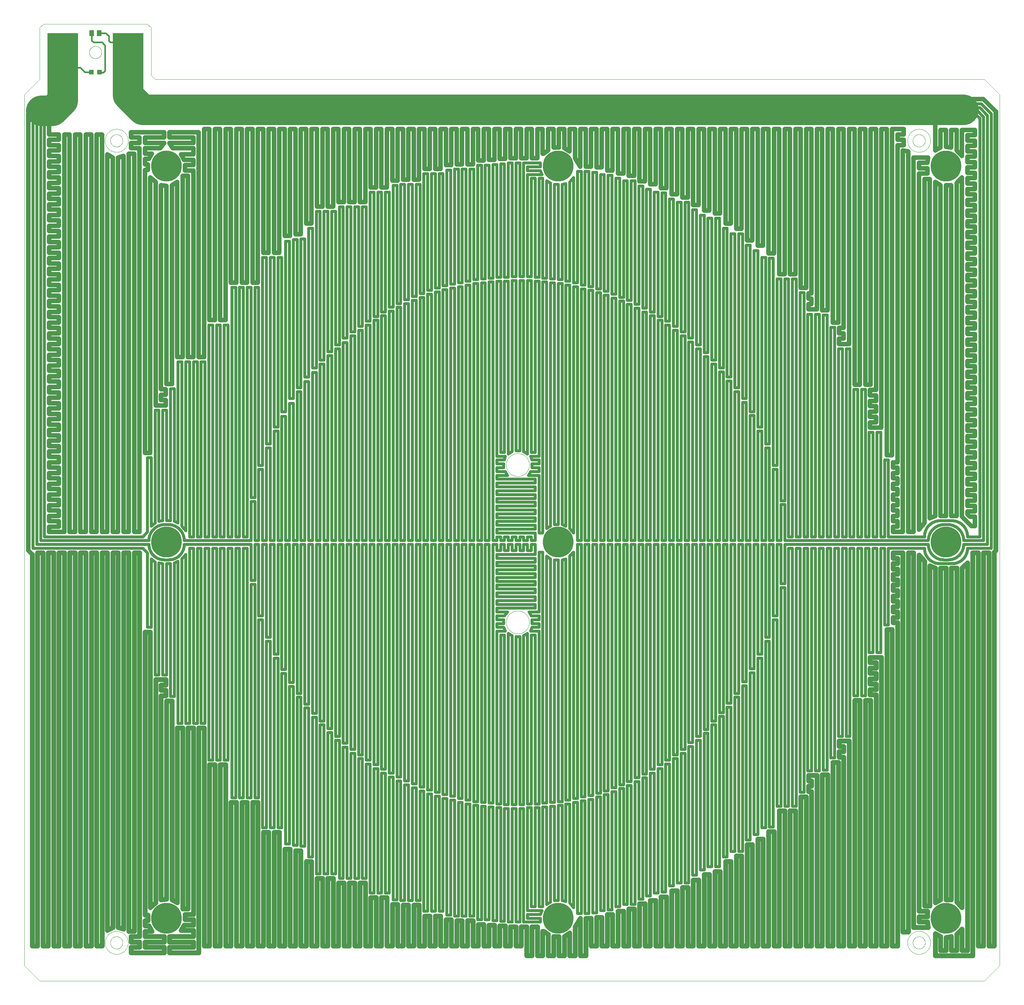
<source format=gtl>
G75*
%MOIN*%
%OFA0B0*%
%FSLAX25Y25*%
%IPPOS*%
%LPD*%
%AMOC8*
5,1,8,0,0,1.08239X$1,22.5*
%
%ADD10C,0.00000*%
%ADD11C,0.31496*%
%ADD12R,0.04724X0.04724*%
%ADD13R,0.31496X0.39370*%
%ADD14R,0.05118X0.06299*%
%ADD15C,0.31496*%
%ADD16C,0.01575*%
%ADD17C,0.03000*%
%ADD18C,0.02957*%
%ADD19C,0.04882*%
%ADD20C,0.04528*%
%ADD21C,0.04567*%
D10*
X0003934Y0014445D02*
X0019682Y-0001303D01*
X0988186Y-0001303D01*
X1003934Y0014445D01*
X1003934Y0908146D01*
X0988186Y0923894D01*
X0137792Y0923894D01*
X0133855Y0927831D01*
X0133855Y0976650D01*
X0129918Y0980587D01*
X0023619Y0980587D01*
X0019682Y0976650D01*
X0019682Y0923894D01*
X0003934Y0908146D01*
X0003934Y0014445D01*
X0086611Y0038067D02*
X0086615Y0038357D01*
X0086625Y0038647D01*
X0086643Y0038936D01*
X0086668Y0039225D01*
X0086700Y0039513D01*
X0086739Y0039800D01*
X0086785Y0040086D01*
X0086838Y0040371D01*
X0086898Y0040655D01*
X0086965Y0040937D01*
X0087039Y0041217D01*
X0087120Y0041496D01*
X0087207Y0041772D01*
X0087301Y0042046D01*
X0087402Y0042318D01*
X0087510Y0042587D01*
X0087624Y0042853D01*
X0087745Y0043117D01*
X0087872Y0043377D01*
X0088006Y0043635D01*
X0088145Y0043889D01*
X0088291Y0044139D01*
X0088443Y0044386D01*
X0088602Y0044629D01*
X0088766Y0044868D01*
X0088935Y0045103D01*
X0089111Y0045334D01*
X0089292Y0045560D01*
X0089479Y0045782D01*
X0089671Y0045999D01*
X0089868Y0046211D01*
X0090070Y0046419D01*
X0090278Y0046621D01*
X0090490Y0046818D01*
X0090707Y0047010D01*
X0090929Y0047197D01*
X0091155Y0047378D01*
X0091386Y0047554D01*
X0091621Y0047723D01*
X0091860Y0047887D01*
X0092103Y0048046D01*
X0092350Y0048198D01*
X0092600Y0048344D01*
X0092854Y0048483D01*
X0093112Y0048617D01*
X0093372Y0048744D01*
X0093636Y0048865D01*
X0093902Y0048979D01*
X0094171Y0049087D01*
X0094443Y0049188D01*
X0094717Y0049282D01*
X0094993Y0049369D01*
X0095272Y0049450D01*
X0095552Y0049524D01*
X0095834Y0049591D01*
X0096118Y0049651D01*
X0096403Y0049704D01*
X0096689Y0049750D01*
X0096976Y0049789D01*
X0097264Y0049821D01*
X0097553Y0049846D01*
X0097842Y0049864D01*
X0098132Y0049874D01*
X0098422Y0049878D01*
X0098712Y0049874D01*
X0099002Y0049864D01*
X0099291Y0049846D01*
X0099580Y0049821D01*
X0099868Y0049789D01*
X0100155Y0049750D01*
X0100441Y0049704D01*
X0100726Y0049651D01*
X0101010Y0049591D01*
X0101292Y0049524D01*
X0101572Y0049450D01*
X0101851Y0049369D01*
X0102127Y0049282D01*
X0102401Y0049188D01*
X0102673Y0049087D01*
X0102942Y0048979D01*
X0103208Y0048865D01*
X0103472Y0048744D01*
X0103732Y0048617D01*
X0103990Y0048483D01*
X0104244Y0048344D01*
X0104494Y0048198D01*
X0104741Y0048046D01*
X0104984Y0047887D01*
X0105223Y0047723D01*
X0105458Y0047554D01*
X0105689Y0047378D01*
X0105915Y0047197D01*
X0106137Y0047010D01*
X0106354Y0046818D01*
X0106566Y0046621D01*
X0106774Y0046419D01*
X0106976Y0046211D01*
X0107173Y0045999D01*
X0107365Y0045782D01*
X0107552Y0045560D01*
X0107733Y0045334D01*
X0107909Y0045103D01*
X0108078Y0044868D01*
X0108242Y0044629D01*
X0108401Y0044386D01*
X0108553Y0044139D01*
X0108699Y0043889D01*
X0108838Y0043635D01*
X0108972Y0043377D01*
X0109099Y0043117D01*
X0109220Y0042853D01*
X0109334Y0042587D01*
X0109442Y0042318D01*
X0109543Y0042046D01*
X0109637Y0041772D01*
X0109724Y0041496D01*
X0109805Y0041217D01*
X0109879Y0040937D01*
X0109946Y0040655D01*
X0110006Y0040371D01*
X0110059Y0040086D01*
X0110105Y0039800D01*
X0110144Y0039513D01*
X0110176Y0039225D01*
X0110201Y0038936D01*
X0110219Y0038647D01*
X0110229Y0038357D01*
X0110233Y0038067D01*
X0110229Y0037777D01*
X0110219Y0037487D01*
X0110201Y0037198D01*
X0110176Y0036909D01*
X0110144Y0036621D01*
X0110105Y0036334D01*
X0110059Y0036048D01*
X0110006Y0035763D01*
X0109946Y0035479D01*
X0109879Y0035197D01*
X0109805Y0034917D01*
X0109724Y0034638D01*
X0109637Y0034362D01*
X0109543Y0034088D01*
X0109442Y0033816D01*
X0109334Y0033547D01*
X0109220Y0033281D01*
X0109099Y0033017D01*
X0108972Y0032757D01*
X0108838Y0032499D01*
X0108699Y0032245D01*
X0108553Y0031995D01*
X0108401Y0031748D01*
X0108242Y0031505D01*
X0108078Y0031266D01*
X0107909Y0031031D01*
X0107733Y0030800D01*
X0107552Y0030574D01*
X0107365Y0030352D01*
X0107173Y0030135D01*
X0106976Y0029923D01*
X0106774Y0029715D01*
X0106566Y0029513D01*
X0106354Y0029316D01*
X0106137Y0029124D01*
X0105915Y0028937D01*
X0105689Y0028756D01*
X0105458Y0028580D01*
X0105223Y0028411D01*
X0104984Y0028247D01*
X0104741Y0028088D01*
X0104494Y0027936D01*
X0104244Y0027790D01*
X0103990Y0027651D01*
X0103732Y0027517D01*
X0103472Y0027390D01*
X0103208Y0027269D01*
X0102942Y0027155D01*
X0102673Y0027047D01*
X0102401Y0026946D01*
X0102127Y0026852D01*
X0101851Y0026765D01*
X0101572Y0026684D01*
X0101292Y0026610D01*
X0101010Y0026543D01*
X0100726Y0026483D01*
X0100441Y0026430D01*
X0100155Y0026384D01*
X0099868Y0026345D01*
X0099580Y0026313D01*
X0099291Y0026288D01*
X0099002Y0026270D01*
X0098712Y0026260D01*
X0098422Y0026256D01*
X0098132Y0026260D01*
X0097842Y0026270D01*
X0097553Y0026288D01*
X0097264Y0026313D01*
X0096976Y0026345D01*
X0096689Y0026384D01*
X0096403Y0026430D01*
X0096118Y0026483D01*
X0095834Y0026543D01*
X0095552Y0026610D01*
X0095272Y0026684D01*
X0094993Y0026765D01*
X0094717Y0026852D01*
X0094443Y0026946D01*
X0094171Y0027047D01*
X0093902Y0027155D01*
X0093636Y0027269D01*
X0093372Y0027390D01*
X0093112Y0027517D01*
X0092854Y0027651D01*
X0092600Y0027790D01*
X0092350Y0027936D01*
X0092103Y0028088D01*
X0091860Y0028247D01*
X0091621Y0028411D01*
X0091386Y0028580D01*
X0091155Y0028756D01*
X0090929Y0028937D01*
X0090707Y0029124D01*
X0090490Y0029316D01*
X0090278Y0029513D01*
X0090070Y0029715D01*
X0089868Y0029923D01*
X0089671Y0030135D01*
X0089479Y0030352D01*
X0089292Y0030574D01*
X0089111Y0030800D01*
X0088935Y0031031D01*
X0088766Y0031266D01*
X0088602Y0031505D01*
X0088443Y0031748D01*
X0088291Y0031995D01*
X0088145Y0032245D01*
X0088006Y0032499D01*
X0087872Y0032757D01*
X0087745Y0033017D01*
X0087624Y0033281D01*
X0087510Y0033547D01*
X0087402Y0033816D01*
X0087301Y0034088D01*
X0087207Y0034362D01*
X0087120Y0034638D01*
X0087039Y0034917D01*
X0086965Y0035197D01*
X0086898Y0035479D01*
X0086838Y0035763D01*
X0086785Y0036048D01*
X0086739Y0036334D01*
X0086700Y0036621D01*
X0086668Y0036909D01*
X0086643Y0037198D01*
X0086625Y0037487D01*
X0086615Y0037777D01*
X0086611Y0038067D01*
X0092123Y0038067D02*
X0092125Y0038225D01*
X0092131Y0038383D01*
X0092141Y0038541D01*
X0092155Y0038699D01*
X0092173Y0038856D01*
X0092194Y0039013D01*
X0092220Y0039169D01*
X0092250Y0039325D01*
X0092283Y0039480D01*
X0092321Y0039633D01*
X0092362Y0039786D01*
X0092407Y0039938D01*
X0092456Y0040089D01*
X0092509Y0040238D01*
X0092565Y0040386D01*
X0092625Y0040532D01*
X0092689Y0040677D01*
X0092757Y0040820D01*
X0092828Y0040962D01*
X0092902Y0041102D01*
X0092980Y0041239D01*
X0093062Y0041375D01*
X0093146Y0041509D01*
X0093235Y0041640D01*
X0093326Y0041769D01*
X0093421Y0041896D01*
X0093518Y0042021D01*
X0093619Y0042143D01*
X0093723Y0042262D01*
X0093830Y0042379D01*
X0093940Y0042493D01*
X0094053Y0042604D01*
X0094168Y0042713D01*
X0094286Y0042818D01*
X0094407Y0042920D01*
X0094530Y0043020D01*
X0094656Y0043116D01*
X0094784Y0043209D01*
X0094914Y0043299D01*
X0095047Y0043385D01*
X0095182Y0043469D01*
X0095318Y0043548D01*
X0095457Y0043625D01*
X0095598Y0043697D01*
X0095740Y0043767D01*
X0095884Y0043832D01*
X0096030Y0043894D01*
X0096177Y0043952D01*
X0096326Y0044007D01*
X0096476Y0044058D01*
X0096627Y0044105D01*
X0096779Y0044148D01*
X0096932Y0044187D01*
X0097087Y0044223D01*
X0097242Y0044254D01*
X0097398Y0044282D01*
X0097554Y0044306D01*
X0097711Y0044326D01*
X0097869Y0044342D01*
X0098026Y0044354D01*
X0098185Y0044362D01*
X0098343Y0044366D01*
X0098501Y0044366D01*
X0098659Y0044362D01*
X0098818Y0044354D01*
X0098975Y0044342D01*
X0099133Y0044326D01*
X0099290Y0044306D01*
X0099446Y0044282D01*
X0099602Y0044254D01*
X0099757Y0044223D01*
X0099912Y0044187D01*
X0100065Y0044148D01*
X0100217Y0044105D01*
X0100368Y0044058D01*
X0100518Y0044007D01*
X0100667Y0043952D01*
X0100814Y0043894D01*
X0100960Y0043832D01*
X0101104Y0043767D01*
X0101246Y0043697D01*
X0101387Y0043625D01*
X0101526Y0043548D01*
X0101662Y0043469D01*
X0101797Y0043385D01*
X0101930Y0043299D01*
X0102060Y0043209D01*
X0102188Y0043116D01*
X0102314Y0043020D01*
X0102437Y0042920D01*
X0102558Y0042818D01*
X0102676Y0042713D01*
X0102791Y0042604D01*
X0102904Y0042493D01*
X0103014Y0042379D01*
X0103121Y0042262D01*
X0103225Y0042143D01*
X0103326Y0042021D01*
X0103423Y0041896D01*
X0103518Y0041769D01*
X0103609Y0041640D01*
X0103698Y0041509D01*
X0103782Y0041375D01*
X0103864Y0041239D01*
X0103942Y0041102D01*
X0104016Y0040962D01*
X0104087Y0040820D01*
X0104155Y0040677D01*
X0104219Y0040532D01*
X0104279Y0040386D01*
X0104335Y0040238D01*
X0104388Y0040089D01*
X0104437Y0039938D01*
X0104482Y0039786D01*
X0104523Y0039633D01*
X0104561Y0039480D01*
X0104594Y0039325D01*
X0104624Y0039169D01*
X0104650Y0039013D01*
X0104671Y0038856D01*
X0104689Y0038699D01*
X0104703Y0038541D01*
X0104713Y0038383D01*
X0104719Y0038225D01*
X0104721Y0038067D01*
X0104719Y0037909D01*
X0104713Y0037751D01*
X0104703Y0037593D01*
X0104689Y0037435D01*
X0104671Y0037278D01*
X0104650Y0037121D01*
X0104624Y0036965D01*
X0104594Y0036809D01*
X0104561Y0036654D01*
X0104523Y0036501D01*
X0104482Y0036348D01*
X0104437Y0036196D01*
X0104388Y0036045D01*
X0104335Y0035896D01*
X0104279Y0035748D01*
X0104219Y0035602D01*
X0104155Y0035457D01*
X0104087Y0035314D01*
X0104016Y0035172D01*
X0103942Y0035032D01*
X0103864Y0034895D01*
X0103782Y0034759D01*
X0103698Y0034625D01*
X0103609Y0034494D01*
X0103518Y0034365D01*
X0103423Y0034238D01*
X0103326Y0034113D01*
X0103225Y0033991D01*
X0103121Y0033872D01*
X0103014Y0033755D01*
X0102904Y0033641D01*
X0102791Y0033530D01*
X0102676Y0033421D01*
X0102558Y0033316D01*
X0102437Y0033214D01*
X0102314Y0033114D01*
X0102188Y0033018D01*
X0102060Y0032925D01*
X0101930Y0032835D01*
X0101797Y0032749D01*
X0101662Y0032665D01*
X0101526Y0032586D01*
X0101387Y0032509D01*
X0101246Y0032437D01*
X0101104Y0032367D01*
X0100960Y0032302D01*
X0100814Y0032240D01*
X0100667Y0032182D01*
X0100518Y0032127D01*
X0100368Y0032076D01*
X0100217Y0032029D01*
X0100065Y0031986D01*
X0099912Y0031947D01*
X0099757Y0031911D01*
X0099602Y0031880D01*
X0099446Y0031852D01*
X0099290Y0031828D01*
X0099133Y0031808D01*
X0098975Y0031792D01*
X0098818Y0031780D01*
X0098659Y0031772D01*
X0098501Y0031768D01*
X0098343Y0031768D01*
X0098185Y0031772D01*
X0098026Y0031780D01*
X0097869Y0031792D01*
X0097711Y0031808D01*
X0097554Y0031828D01*
X0097398Y0031852D01*
X0097242Y0031880D01*
X0097087Y0031911D01*
X0096932Y0031947D01*
X0096779Y0031986D01*
X0096627Y0032029D01*
X0096476Y0032076D01*
X0096326Y0032127D01*
X0096177Y0032182D01*
X0096030Y0032240D01*
X0095884Y0032302D01*
X0095740Y0032367D01*
X0095598Y0032437D01*
X0095457Y0032509D01*
X0095318Y0032586D01*
X0095182Y0032665D01*
X0095047Y0032749D01*
X0094914Y0032835D01*
X0094784Y0032925D01*
X0094656Y0033018D01*
X0094530Y0033114D01*
X0094407Y0033214D01*
X0094286Y0033316D01*
X0094168Y0033421D01*
X0094053Y0033530D01*
X0093940Y0033641D01*
X0093830Y0033755D01*
X0093723Y0033872D01*
X0093619Y0033991D01*
X0093518Y0034113D01*
X0093421Y0034238D01*
X0093326Y0034365D01*
X0093235Y0034494D01*
X0093146Y0034625D01*
X0093062Y0034759D01*
X0092980Y0034895D01*
X0092902Y0035032D01*
X0092828Y0035172D01*
X0092757Y0035314D01*
X0092689Y0035457D01*
X0092625Y0035602D01*
X0092565Y0035748D01*
X0092509Y0035896D01*
X0092456Y0036045D01*
X0092407Y0036196D01*
X0092362Y0036348D01*
X0092321Y0036501D01*
X0092283Y0036654D01*
X0092250Y0036809D01*
X0092220Y0036965D01*
X0092194Y0037121D01*
X0092173Y0037278D01*
X0092155Y0037435D01*
X0092141Y0037593D01*
X0092131Y0037751D01*
X0092125Y0037909D01*
X0092123Y0038067D01*
X0498028Y0366807D02*
X0498032Y0367097D01*
X0498042Y0367387D01*
X0498060Y0367676D01*
X0498085Y0367965D01*
X0498117Y0368253D01*
X0498156Y0368540D01*
X0498202Y0368826D01*
X0498255Y0369111D01*
X0498315Y0369395D01*
X0498382Y0369677D01*
X0498456Y0369957D01*
X0498537Y0370236D01*
X0498624Y0370512D01*
X0498718Y0370786D01*
X0498819Y0371058D01*
X0498927Y0371327D01*
X0499041Y0371593D01*
X0499162Y0371857D01*
X0499289Y0372117D01*
X0499423Y0372375D01*
X0499562Y0372629D01*
X0499708Y0372879D01*
X0499860Y0373126D01*
X0500019Y0373369D01*
X0500183Y0373608D01*
X0500352Y0373843D01*
X0500528Y0374074D01*
X0500709Y0374300D01*
X0500896Y0374522D01*
X0501088Y0374739D01*
X0501285Y0374951D01*
X0501487Y0375159D01*
X0501695Y0375361D01*
X0501907Y0375558D01*
X0502124Y0375750D01*
X0502346Y0375937D01*
X0502572Y0376118D01*
X0502803Y0376294D01*
X0503038Y0376463D01*
X0503277Y0376627D01*
X0503520Y0376786D01*
X0503767Y0376938D01*
X0504017Y0377084D01*
X0504271Y0377223D01*
X0504529Y0377357D01*
X0504789Y0377484D01*
X0505053Y0377605D01*
X0505319Y0377719D01*
X0505588Y0377827D01*
X0505860Y0377928D01*
X0506134Y0378022D01*
X0506410Y0378109D01*
X0506689Y0378190D01*
X0506969Y0378264D01*
X0507251Y0378331D01*
X0507535Y0378391D01*
X0507820Y0378444D01*
X0508106Y0378490D01*
X0508393Y0378529D01*
X0508681Y0378561D01*
X0508970Y0378586D01*
X0509259Y0378604D01*
X0509549Y0378614D01*
X0509839Y0378618D01*
X0510129Y0378614D01*
X0510419Y0378604D01*
X0510708Y0378586D01*
X0510997Y0378561D01*
X0511285Y0378529D01*
X0511572Y0378490D01*
X0511858Y0378444D01*
X0512143Y0378391D01*
X0512427Y0378331D01*
X0512709Y0378264D01*
X0512989Y0378190D01*
X0513268Y0378109D01*
X0513544Y0378022D01*
X0513818Y0377928D01*
X0514090Y0377827D01*
X0514359Y0377719D01*
X0514625Y0377605D01*
X0514889Y0377484D01*
X0515149Y0377357D01*
X0515407Y0377223D01*
X0515661Y0377084D01*
X0515911Y0376938D01*
X0516158Y0376786D01*
X0516401Y0376627D01*
X0516640Y0376463D01*
X0516875Y0376294D01*
X0517106Y0376118D01*
X0517332Y0375937D01*
X0517554Y0375750D01*
X0517771Y0375558D01*
X0517983Y0375361D01*
X0518191Y0375159D01*
X0518393Y0374951D01*
X0518590Y0374739D01*
X0518782Y0374522D01*
X0518969Y0374300D01*
X0519150Y0374074D01*
X0519326Y0373843D01*
X0519495Y0373608D01*
X0519659Y0373369D01*
X0519818Y0373126D01*
X0519970Y0372879D01*
X0520116Y0372629D01*
X0520255Y0372375D01*
X0520389Y0372117D01*
X0520516Y0371857D01*
X0520637Y0371593D01*
X0520751Y0371327D01*
X0520859Y0371058D01*
X0520960Y0370786D01*
X0521054Y0370512D01*
X0521141Y0370236D01*
X0521222Y0369957D01*
X0521296Y0369677D01*
X0521363Y0369395D01*
X0521423Y0369111D01*
X0521476Y0368826D01*
X0521522Y0368540D01*
X0521561Y0368253D01*
X0521593Y0367965D01*
X0521618Y0367676D01*
X0521636Y0367387D01*
X0521646Y0367097D01*
X0521650Y0366807D01*
X0521646Y0366517D01*
X0521636Y0366227D01*
X0521618Y0365938D01*
X0521593Y0365649D01*
X0521561Y0365361D01*
X0521522Y0365074D01*
X0521476Y0364788D01*
X0521423Y0364503D01*
X0521363Y0364219D01*
X0521296Y0363937D01*
X0521222Y0363657D01*
X0521141Y0363378D01*
X0521054Y0363102D01*
X0520960Y0362828D01*
X0520859Y0362556D01*
X0520751Y0362287D01*
X0520637Y0362021D01*
X0520516Y0361757D01*
X0520389Y0361497D01*
X0520255Y0361239D01*
X0520116Y0360985D01*
X0519970Y0360735D01*
X0519818Y0360488D01*
X0519659Y0360245D01*
X0519495Y0360006D01*
X0519326Y0359771D01*
X0519150Y0359540D01*
X0518969Y0359314D01*
X0518782Y0359092D01*
X0518590Y0358875D01*
X0518393Y0358663D01*
X0518191Y0358455D01*
X0517983Y0358253D01*
X0517771Y0358056D01*
X0517554Y0357864D01*
X0517332Y0357677D01*
X0517106Y0357496D01*
X0516875Y0357320D01*
X0516640Y0357151D01*
X0516401Y0356987D01*
X0516158Y0356828D01*
X0515911Y0356676D01*
X0515661Y0356530D01*
X0515407Y0356391D01*
X0515149Y0356257D01*
X0514889Y0356130D01*
X0514625Y0356009D01*
X0514359Y0355895D01*
X0514090Y0355787D01*
X0513818Y0355686D01*
X0513544Y0355592D01*
X0513268Y0355505D01*
X0512989Y0355424D01*
X0512709Y0355350D01*
X0512427Y0355283D01*
X0512143Y0355223D01*
X0511858Y0355170D01*
X0511572Y0355124D01*
X0511285Y0355085D01*
X0510997Y0355053D01*
X0510708Y0355028D01*
X0510419Y0355010D01*
X0510129Y0355000D01*
X0509839Y0354996D01*
X0509549Y0355000D01*
X0509259Y0355010D01*
X0508970Y0355028D01*
X0508681Y0355053D01*
X0508393Y0355085D01*
X0508106Y0355124D01*
X0507820Y0355170D01*
X0507535Y0355223D01*
X0507251Y0355283D01*
X0506969Y0355350D01*
X0506689Y0355424D01*
X0506410Y0355505D01*
X0506134Y0355592D01*
X0505860Y0355686D01*
X0505588Y0355787D01*
X0505319Y0355895D01*
X0505053Y0356009D01*
X0504789Y0356130D01*
X0504529Y0356257D01*
X0504271Y0356391D01*
X0504017Y0356530D01*
X0503767Y0356676D01*
X0503520Y0356828D01*
X0503277Y0356987D01*
X0503038Y0357151D01*
X0502803Y0357320D01*
X0502572Y0357496D01*
X0502346Y0357677D01*
X0502124Y0357864D01*
X0501907Y0358056D01*
X0501695Y0358253D01*
X0501487Y0358455D01*
X0501285Y0358663D01*
X0501088Y0358875D01*
X0500896Y0359092D01*
X0500709Y0359314D01*
X0500528Y0359540D01*
X0500352Y0359771D01*
X0500183Y0360006D01*
X0500019Y0360245D01*
X0499860Y0360488D01*
X0499708Y0360735D01*
X0499562Y0360985D01*
X0499423Y0361239D01*
X0499289Y0361497D01*
X0499162Y0361757D01*
X0499041Y0362021D01*
X0498927Y0362287D01*
X0498819Y0362556D01*
X0498718Y0362828D01*
X0498624Y0363102D01*
X0498537Y0363378D01*
X0498456Y0363657D01*
X0498382Y0363937D01*
X0498315Y0364219D01*
X0498255Y0364503D01*
X0498202Y0364788D01*
X0498156Y0365074D01*
X0498117Y0365361D01*
X0498085Y0365649D01*
X0498060Y0365938D01*
X0498042Y0366227D01*
X0498032Y0366517D01*
X0498028Y0366807D01*
X0498028Y0528224D02*
X0498032Y0528514D01*
X0498042Y0528804D01*
X0498060Y0529093D01*
X0498085Y0529382D01*
X0498117Y0529670D01*
X0498156Y0529957D01*
X0498202Y0530243D01*
X0498255Y0530528D01*
X0498315Y0530812D01*
X0498382Y0531094D01*
X0498456Y0531374D01*
X0498537Y0531653D01*
X0498624Y0531929D01*
X0498718Y0532203D01*
X0498819Y0532475D01*
X0498927Y0532744D01*
X0499041Y0533010D01*
X0499162Y0533274D01*
X0499289Y0533534D01*
X0499423Y0533792D01*
X0499562Y0534046D01*
X0499708Y0534296D01*
X0499860Y0534543D01*
X0500019Y0534786D01*
X0500183Y0535025D01*
X0500352Y0535260D01*
X0500528Y0535491D01*
X0500709Y0535717D01*
X0500896Y0535939D01*
X0501088Y0536156D01*
X0501285Y0536368D01*
X0501487Y0536576D01*
X0501695Y0536778D01*
X0501907Y0536975D01*
X0502124Y0537167D01*
X0502346Y0537354D01*
X0502572Y0537535D01*
X0502803Y0537711D01*
X0503038Y0537880D01*
X0503277Y0538044D01*
X0503520Y0538203D01*
X0503767Y0538355D01*
X0504017Y0538501D01*
X0504271Y0538640D01*
X0504529Y0538774D01*
X0504789Y0538901D01*
X0505053Y0539022D01*
X0505319Y0539136D01*
X0505588Y0539244D01*
X0505860Y0539345D01*
X0506134Y0539439D01*
X0506410Y0539526D01*
X0506689Y0539607D01*
X0506969Y0539681D01*
X0507251Y0539748D01*
X0507535Y0539808D01*
X0507820Y0539861D01*
X0508106Y0539907D01*
X0508393Y0539946D01*
X0508681Y0539978D01*
X0508970Y0540003D01*
X0509259Y0540021D01*
X0509549Y0540031D01*
X0509839Y0540035D01*
X0510129Y0540031D01*
X0510419Y0540021D01*
X0510708Y0540003D01*
X0510997Y0539978D01*
X0511285Y0539946D01*
X0511572Y0539907D01*
X0511858Y0539861D01*
X0512143Y0539808D01*
X0512427Y0539748D01*
X0512709Y0539681D01*
X0512989Y0539607D01*
X0513268Y0539526D01*
X0513544Y0539439D01*
X0513818Y0539345D01*
X0514090Y0539244D01*
X0514359Y0539136D01*
X0514625Y0539022D01*
X0514889Y0538901D01*
X0515149Y0538774D01*
X0515407Y0538640D01*
X0515661Y0538501D01*
X0515911Y0538355D01*
X0516158Y0538203D01*
X0516401Y0538044D01*
X0516640Y0537880D01*
X0516875Y0537711D01*
X0517106Y0537535D01*
X0517332Y0537354D01*
X0517554Y0537167D01*
X0517771Y0536975D01*
X0517983Y0536778D01*
X0518191Y0536576D01*
X0518393Y0536368D01*
X0518590Y0536156D01*
X0518782Y0535939D01*
X0518969Y0535717D01*
X0519150Y0535491D01*
X0519326Y0535260D01*
X0519495Y0535025D01*
X0519659Y0534786D01*
X0519818Y0534543D01*
X0519970Y0534296D01*
X0520116Y0534046D01*
X0520255Y0533792D01*
X0520389Y0533534D01*
X0520516Y0533274D01*
X0520637Y0533010D01*
X0520751Y0532744D01*
X0520859Y0532475D01*
X0520960Y0532203D01*
X0521054Y0531929D01*
X0521141Y0531653D01*
X0521222Y0531374D01*
X0521296Y0531094D01*
X0521363Y0530812D01*
X0521423Y0530528D01*
X0521476Y0530243D01*
X0521522Y0529957D01*
X0521561Y0529670D01*
X0521593Y0529382D01*
X0521618Y0529093D01*
X0521636Y0528804D01*
X0521646Y0528514D01*
X0521650Y0528224D01*
X0521646Y0527934D01*
X0521636Y0527644D01*
X0521618Y0527355D01*
X0521593Y0527066D01*
X0521561Y0526778D01*
X0521522Y0526491D01*
X0521476Y0526205D01*
X0521423Y0525920D01*
X0521363Y0525636D01*
X0521296Y0525354D01*
X0521222Y0525074D01*
X0521141Y0524795D01*
X0521054Y0524519D01*
X0520960Y0524245D01*
X0520859Y0523973D01*
X0520751Y0523704D01*
X0520637Y0523438D01*
X0520516Y0523174D01*
X0520389Y0522914D01*
X0520255Y0522656D01*
X0520116Y0522402D01*
X0519970Y0522152D01*
X0519818Y0521905D01*
X0519659Y0521662D01*
X0519495Y0521423D01*
X0519326Y0521188D01*
X0519150Y0520957D01*
X0518969Y0520731D01*
X0518782Y0520509D01*
X0518590Y0520292D01*
X0518393Y0520080D01*
X0518191Y0519872D01*
X0517983Y0519670D01*
X0517771Y0519473D01*
X0517554Y0519281D01*
X0517332Y0519094D01*
X0517106Y0518913D01*
X0516875Y0518737D01*
X0516640Y0518568D01*
X0516401Y0518404D01*
X0516158Y0518245D01*
X0515911Y0518093D01*
X0515661Y0517947D01*
X0515407Y0517808D01*
X0515149Y0517674D01*
X0514889Y0517547D01*
X0514625Y0517426D01*
X0514359Y0517312D01*
X0514090Y0517204D01*
X0513818Y0517103D01*
X0513544Y0517009D01*
X0513268Y0516922D01*
X0512989Y0516841D01*
X0512709Y0516767D01*
X0512427Y0516700D01*
X0512143Y0516640D01*
X0511858Y0516587D01*
X0511572Y0516541D01*
X0511285Y0516502D01*
X0510997Y0516470D01*
X0510708Y0516445D01*
X0510419Y0516427D01*
X0510129Y0516417D01*
X0509839Y0516413D01*
X0509549Y0516417D01*
X0509259Y0516427D01*
X0508970Y0516445D01*
X0508681Y0516470D01*
X0508393Y0516502D01*
X0508106Y0516541D01*
X0507820Y0516587D01*
X0507535Y0516640D01*
X0507251Y0516700D01*
X0506969Y0516767D01*
X0506689Y0516841D01*
X0506410Y0516922D01*
X0506134Y0517009D01*
X0505860Y0517103D01*
X0505588Y0517204D01*
X0505319Y0517312D01*
X0505053Y0517426D01*
X0504789Y0517547D01*
X0504529Y0517674D01*
X0504271Y0517808D01*
X0504017Y0517947D01*
X0503767Y0518093D01*
X0503520Y0518245D01*
X0503277Y0518404D01*
X0503038Y0518568D01*
X0502803Y0518737D01*
X0502572Y0518913D01*
X0502346Y0519094D01*
X0502124Y0519281D01*
X0501907Y0519473D01*
X0501695Y0519670D01*
X0501487Y0519872D01*
X0501285Y0520080D01*
X0501088Y0520292D01*
X0500896Y0520509D01*
X0500709Y0520731D01*
X0500528Y0520957D01*
X0500352Y0521188D01*
X0500183Y0521423D01*
X0500019Y0521662D01*
X0499860Y0521905D01*
X0499708Y0522152D01*
X0499562Y0522402D01*
X0499423Y0522656D01*
X0499289Y0522914D01*
X0499162Y0523174D01*
X0499041Y0523438D01*
X0498927Y0523704D01*
X0498819Y0523973D01*
X0498718Y0524245D01*
X0498624Y0524519D01*
X0498537Y0524795D01*
X0498456Y0525074D01*
X0498382Y0525354D01*
X0498315Y0525636D01*
X0498255Y0525920D01*
X0498202Y0526205D01*
X0498156Y0526491D01*
X0498117Y0526778D01*
X0498085Y0527066D01*
X0498060Y0527355D01*
X0498042Y0527644D01*
X0498032Y0527934D01*
X0498028Y0528224D01*
X0086611Y0860902D02*
X0086615Y0861192D01*
X0086625Y0861482D01*
X0086643Y0861771D01*
X0086668Y0862060D01*
X0086700Y0862348D01*
X0086739Y0862635D01*
X0086785Y0862921D01*
X0086838Y0863206D01*
X0086898Y0863490D01*
X0086965Y0863772D01*
X0087039Y0864052D01*
X0087120Y0864331D01*
X0087207Y0864607D01*
X0087301Y0864881D01*
X0087402Y0865153D01*
X0087510Y0865422D01*
X0087624Y0865688D01*
X0087745Y0865952D01*
X0087872Y0866212D01*
X0088006Y0866470D01*
X0088145Y0866724D01*
X0088291Y0866974D01*
X0088443Y0867221D01*
X0088602Y0867464D01*
X0088766Y0867703D01*
X0088935Y0867938D01*
X0089111Y0868169D01*
X0089292Y0868395D01*
X0089479Y0868617D01*
X0089671Y0868834D01*
X0089868Y0869046D01*
X0090070Y0869254D01*
X0090278Y0869456D01*
X0090490Y0869653D01*
X0090707Y0869845D01*
X0090929Y0870032D01*
X0091155Y0870213D01*
X0091386Y0870389D01*
X0091621Y0870558D01*
X0091860Y0870722D01*
X0092103Y0870881D01*
X0092350Y0871033D01*
X0092600Y0871179D01*
X0092854Y0871318D01*
X0093112Y0871452D01*
X0093372Y0871579D01*
X0093636Y0871700D01*
X0093902Y0871814D01*
X0094171Y0871922D01*
X0094443Y0872023D01*
X0094717Y0872117D01*
X0094993Y0872204D01*
X0095272Y0872285D01*
X0095552Y0872359D01*
X0095834Y0872426D01*
X0096118Y0872486D01*
X0096403Y0872539D01*
X0096689Y0872585D01*
X0096976Y0872624D01*
X0097264Y0872656D01*
X0097553Y0872681D01*
X0097842Y0872699D01*
X0098132Y0872709D01*
X0098422Y0872713D01*
X0098712Y0872709D01*
X0099002Y0872699D01*
X0099291Y0872681D01*
X0099580Y0872656D01*
X0099868Y0872624D01*
X0100155Y0872585D01*
X0100441Y0872539D01*
X0100726Y0872486D01*
X0101010Y0872426D01*
X0101292Y0872359D01*
X0101572Y0872285D01*
X0101851Y0872204D01*
X0102127Y0872117D01*
X0102401Y0872023D01*
X0102673Y0871922D01*
X0102942Y0871814D01*
X0103208Y0871700D01*
X0103472Y0871579D01*
X0103732Y0871452D01*
X0103990Y0871318D01*
X0104244Y0871179D01*
X0104494Y0871033D01*
X0104741Y0870881D01*
X0104984Y0870722D01*
X0105223Y0870558D01*
X0105458Y0870389D01*
X0105689Y0870213D01*
X0105915Y0870032D01*
X0106137Y0869845D01*
X0106354Y0869653D01*
X0106566Y0869456D01*
X0106774Y0869254D01*
X0106976Y0869046D01*
X0107173Y0868834D01*
X0107365Y0868617D01*
X0107552Y0868395D01*
X0107733Y0868169D01*
X0107909Y0867938D01*
X0108078Y0867703D01*
X0108242Y0867464D01*
X0108401Y0867221D01*
X0108553Y0866974D01*
X0108699Y0866724D01*
X0108838Y0866470D01*
X0108972Y0866212D01*
X0109099Y0865952D01*
X0109220Y0865688D01*
X0109334Y0865422D01*
X0109442Y0865153D01*
X0109543Y0864881D01*
X0109637Y0864607D01*
X0109724Y0864331D01*
X0109805Y0864052D01*
X0109879Y0863772D01*
X0109946Y0863490D01*
X0110006Y0863206D01*
X0110059Y0862921D01*
X0110105Y0862635D01*
X0110144Y0862348D01*
X0110176Y0862060D01*
X0110201Y0861771D01*
X0110219Y0861482D01*
X0110229Y0861192D01*
X0110233Y0860902D01*
X0110229Y0860612D01*
X0110219Y0860322D01*
X0110201Y0860033D01*
X0110176Y0859744D01*
X0110144Y0859456D01*
X0110105Y0859169D01*
X0110059Y0858883D01*
X0110006Y0858598D01*
X0109946Y0858314D01*
X0109879Y0858032D01*
X0109805Y0857752D01*
X0109724Y0857473D01*
X0109637Y0857197D01*
X0109543Y0856923D01*
X0109442Y0856651D01*
X0109334Y0856382D01*
X0109220Y0856116D01*
X0109099Y0855852D01*
X0108972Y0855592D01*
X0108838Y0855334D01*
X0108699Y0855080D01*
X0108553Y0854830D01*
X0108401Y0854583D01*
X0108242Y0854340D01*
X0108078Y0854101D01*
X0107909Y0853866D01*
X0107733Y0853635D01*
X0107552Y0853409D01*
X0107365Y0853187D01*
X0107173Y0852970D01*
X0106976Y0852758D01*
X0106774Y0852550D01*
X0106566Y0852348D01*
X0106354Y0852151D01*
X0106137Y0851959D01*
X0105915Y0851772D01*
X0105689Y0851591D01*
X0105458Y0851415D01*
X0105223Y0851246D01*
X0104984Y0851082D01*
X0104741Y0850923D01*
X0104494Y0850771D01*
X0104244Y0850625D01*
X0103990Y0850486D01*
X0103732Y0850352D01*
X0103472Y0850225D01*
X0103208Y0850104D01*
X0102942Y0849990D01*
X0102673Y0849882D01*
X0102401Y0849781D01*
X0102127Y0849687D01*
X0101851Y0849600D01*
X0101572Y0849519D01*
X0101292Y0849445D01*
X0101010Y0849378D01*
X0100726Y0849318D01*
X0100441Y0849265D01*
X0100155Y0849219D01*
X0099868Y0849180D01*
X0099580Y0849148D01*
X0099291Y0849123D01*
X0099002Y0849105D01*
X0098712Y0849095D01*
X0098422Y0849091D01*
X0098132Y0849095D01*
X0097842Y0849105D01*
X0097553Y0849123D01*
X0097264Y0849148D01*
X0096976Y0849180D01*
X0096689Y0849219D01*
X0096403Y0849265D01*
X0096118Y0849318D01*
X0095834Y0849378D01*
X0095552Y0849445D01*
X0095272Y0849519D01*
X0094993Y0849600D01*
X0094717Y0849687D01*
X0094443Y0849781D01*
X0094171Y0849882D01*
X0093902Y0849990D01*
X0093636Y0850104D01*
X0093372Y0850225D01*
X0093112Y0850352D01*
X0092854Y0850486D01*
X0092600Y0850625D01*
X0092350Y0850771D01*
X0092103Y0850923D01*
X0091860Y0851082D01*
X0091621Y0851246D01*
X0091386Y0851415D01*
X0091155Y0851591D01*
X0090929Y0851772D01*
X0090707Y0851959D01*
X0090490Y0852151D01*
X0090278Y0852348D01*
X0090070Y0852550D01*
X0089868Y0852758D01*
X0089671Y0852970D01*
X0089479Y0853187D01*
X0089292Y0853409D01*
X0089111Y0853635D01*
X0088935Y0853866D01*
X0088766Y0854101D01*
X0088602Y0854340D01*
X0088443Y0854583D01*
X0088291Y0854830D01*
X0088145Y0855080D01*
X0088006Y0855334D01*
X0087872Y0855592D01*
X0087745Y0855852D01*
X0087624Y0856116D01*
X0087510Y0856382D01*
X0087402Y0856651D01*
X0087301Y0856923D01*
X0087207Y0857197D01*
X0087120Y0857473D01*
X0087039Y0857752D01*
X0086965Y0858032D01*
X0086898Y0858314D01*
X0086838Y0858598D01*
X0086785Y0858883D01*
X0086739Y0859169D01*
X0086700Y0859456D01*
X0086668Y0859744D01*
X0086643Y0860033D01*
X0086625Y0860322D01*
X0086615Y0860612D01*
X0086611Y0860902D01*
X0092123Y0860902D02*
X0092125Y0861060D01*
X0092131Y0861218D01*
X0092141Y0861376D01*
X0092155Y0861534D01*
X0092173Y0861691D01*
X0092194Y0861848D01*
X0092220Y0862004D01*
X0092250Y0862160D01*
X0092283Y0862315D01*
X0092321Y0862468D01*
X0092362Y0862621D01*
X0092407Y0862773D01*
X0092456Y0862924D01*
X0092509Y0863073D01*
X0092565Y0863221D01*
X0092625Y0863367D01*
X0092689Y0863512D01*
X0092757Y0863655D01*
X0092828Y0863797D01*
X0092902Y0863937D01*
X0092980Y0864074D01*
X0093062Y0864210D01*
X0093146Y0864344D01*
X0093235Y0864475D01*
X0093326Y0864604D01*
X0093421Y0864731D01*
X0093518Y0864856D01*
X0093619Y0864978D01*
X0093723Y0865097D01*
X0093830Y0865214D01*
X0093940Y0865328D01*
X0094053Y0865439D01*
X0094168Y0865548D01*
X0094286Y0865653D01*
X0094407Y0865755D01*
X0094530Y0865855D01*
X0094656Y0865951D01*
X0094784Y0866044D01*
X0094914Y0866134D01*
X0095047Y0866220D01*
X0095182Y0866304D01*
X0095318Y0866383D01*
X0095457Y0866460D01*
X0095598Y0866532D01*
X0095740Y0866602D01*
X0095884Y0866667D01*
X0096030Y0866729D01*
X0096177Y0866787D01*
X0096326Y0866842D01*
X0096476Y0866893D01*
X0096627Y0866940D01*
X0096779Y0866983D01*
X0096932Y0867022D01*
X0097087Y0867058D01*
X0097242Y0867089D01*
X0097398Y0867117D01*
X0097554Y0867141D01*
X0097711Y0867161D01*
X0097869Y0867177D01*
X0098026Y0867189D01*
X0098185Y0867197D01*
X0098343Y0867201D01*
X0098501Y0867201D01*
X0098659Y0867197D01*
X0098818Y0867189D01*
X0098975Y0867177D01*
X0099133Y0867161D01*
X0099290Y0867141D01*
X0099446Y0867117D01*
X0099602Y0867089D01*
X0099757Y0867058D01*
X0099912Y0867022D01*
X0100065Y0866983D01*
X0100217Y0866940D01*
X0100368Y0866893D01*
X0100518Y0866842D01*
X0100667Y0866787D01*
X0100814Y0866729D01*
X0100960Y0866667D01*
X0101104Y0866602D01*
X0101246Y0866532D01*
X0101387Y0866460D01*
X0101526Y0866383D01*
X0101662Y0866304D01*
X0101797Y0866220D01*
X0101930Y0866134D01*
X0102060Y0866044D01*
X0102188Y0865951D01*
X0102314Y0865855D01*
X0102437Y0865755D01*
X0102558Y0865653D01*
X0102676Y0865548D01*
X0102791Y0865439D01*
X0102904Y0865328D01*
X0103014Y0865214D01*
X0103121Y0865097D01*
X0103225Y0864978D01*
X0103326Y0864856D01*
X0103423Y0864731D01*
X0103518Y0864604D01*
X0103609Y0864475D01*
X0103698Y0864344D01*
X0103782Y0864210D01*
X0103864Y0864074D01*
X0103942Y0863937D01*
X0104016Y0863797D01*
X0104087Y0863655D01*
X0104155Y0863512D01*
X0104219Y0863367D01*
X0104279Y0863221D01*
X0104335Y0863073D01*
X0104388Y0862924D01*
X0104437Y0862773D01*
X0104482Y0862621D01*
X0104523Y0862468D01*
X0104561Y0862315D01*
X0104594Y0862160D01*
X0104624Y0862004D01*
X0104650Y0861848D01*
X0104671Y0861691D01*
X0104689Y0861534D01*
X0104703Y0861376D01*
X0104713Y0861218D01*
X0104719Y0861060D01*
X0104721Y0860902D01*
X0104719Y0860744D01*
X0104713Y0860586D01*
X0104703Y0860428D01*
X0104689Y0860270D01*
X0104671Y0860113D01*
X0104650Y0859956D01*
X0104624Y0859800D01*
X0104594Y0859644D01*
X0104561Y0859489D01*
X0104523Y0859336D01*
X0104482Y0859183D01*
X0104437Y0859031D01*
X0104388Y0858880D01*
X0104335Y0858731D01*
X0104279Y0858583D01*
X0104219Y0858437D01*
X0104155Y0858292D01*
X0104087Y0858149D01*
X0104016Y0858007D01*
X0103942Y0857867D01*
X0103864Y0857730D01*
X0103782Y0857594D01*
X0103698Y0857460D01*
X0103609Y0857329D01*
X0103518Y0857200D01*
X0103423Y0857073D01*
X0103326Y0856948D01*
X0103225Y0856826D01*
X0103121Y0856707D01*
X0103014Y0856590D01*
X0102904Y0856476D01*
X0102791Y0856365D01*
X0102676Y0856256D01*
X0102558Y0856151D01*
X0102437Y0856049D01*
X0102314Y0855949D01*
X0102188Y0855853D01*
X0102060Y0855760D01*
X0101930Y0855670D01*
X0101797Y0855584D01*
X0101662Y0855500D01*
X0101526Y0855421D01*
X0101387Y0855344D01*
X0101246Y0855272D01*
X0101104Y0855202D01*
X0100960Y0855137D01*
X0100814Y0855075D01*
X0100667Y0855017D01*
X0100518Y0854962D01*
X0100368Y0854911D01*
X0100217Y0854864D01*
X0100065Y0854821D01*
X0099912Y0854782D01*
X0099757Y0854746D01*
X0099602Y0854715D01*
X0099446Y0854687D01*
X0099290Y0854663D01*
X0099133Y0854643D01*
X0098975Y0854627D01*
X0098818Y0854615D01*
X0098659Y0854607D01*
X0098501Y0854603D01*
X0098343Y0854603D01*
X0098185Y0854607D01*
X0098026Y0854615D01*
X0097869Y0854627D01*
X0097711Y0854643D01*
X0097554Y0854663D01*
X0097398Y0854687D01*
X0097242Y0854715D01*
X0097087Y0854746D01*
X0096932Y0854782D01*
X0096779Y0854821D01*
X0096627Y0854864D01*
X0096476Y0854911D01*
X0096326Y0854962D01*
X0096177Y0855017D01*
X0096030Y0855075D01*
X0095884Y0855137D01*
X0095740Y0855202D01*
X0095598Y0855272D01*
X0095457Y0855344D01*
X0095318Y0855421D01*
X0095182Y0855500D01*
X0095047Y0855584D01*
X0094914Y0855670D01*
X0094784Y0855760D01*
X0094656Y0855853D01*
X0094530Y0855949D01*
X0094407Y0856049D01*
X0094286Y0856151D01*
X0094168Y0856256D01*
X0094053Y0856365D01*
X0093940Y0856476D01*
X0093830Y0856590D01*
X0093723Y0856707D01*
X0093619Y0856826D01*
X0093518Y0856948D01*
X0093421Y0857073D01*
X0093326Y0857200D01*
X0093235Y0857329D01*
X0093146Y0857460D01*
X0093062Y0857594D01*
X0092980Y0857730D01*
X0092902Y0857867D01*
X0092828Y0858007D01*
X0092757Y0858149D01*
X0092689Y0858292D01*
X0092625Y0858437D01*
X0092565Y0858583D01*
X0092509Y0858731D01*
X0092456Y0858880D01*
X0092407Y0859031D01*
X0092362Y0859183D01*
X0092321Y0859336D01*
X0092283Y0859489D01*
X0092250Y0859644D01*
X0092220Y0859800D01*
X0092194Y0859956D01*
X0092173Y0860113D01*
X0092155Y0860270D01*
X0092141Y0860428D01*
X0092131Y0860586D01*
X0092125Y0860744D01*
X0092123Y0860902D01*
X0070469Y0951453D02*
X0070471Y0951611D01*
X0070477Y0951769D01*
X0070487Y0951927D01*
X0070501Y0952085D01*
X0070519Y0952242D01*
X0070540Y0952399D01*
X0070566Y0952555D01*
X0070596Y0952711D01*
X0070629Y0952866D01*
X0070667Y0953019D01*
X0070708Y0953172D01*
X0070753Y0953324D01*
X0070802Y0953475D01*
X0070855Y0953624D01*
X0070911Y0953772D01*
X0070971Y0953918D01*
X0071035Y0954063D01*
X0071103Y0954206D01*
X0071174Y0954348D01*
X0071248Y0954488D01*
X0071326Y0954625D01*
X0071408Y0954761D01*
X0071492Y0954895D01*
X0071581Y0955026D01*
X0071672Y0955155D01*
X0071767Y0955282D01*
X0071864Y0955407D01*
X0071965Y0955529D01*
X0072069Y0955648D01*
X0072176Y0955765D01*
X0072286Y0955879D01*
X0072399Y0955990D01*
X0072514Y0956099D01*
X0072632Y0956204D01*
X0072753Y0956306D01*
X0072876Y0956406D01*
X0073002Y0956502D01*
X0073130Y0956595D01*
X0073260Y0956685D01*
X0073393Y0956771D01*
X0073528Y0956855D01*
X0073664Y0956934D01*
X0073803Y0957011D01*
X0073944Y0957083D01*
X0074086Y0957153D01*
X0074230Y0957218D01*
X0074376Y0957280D01*
X0074523Y0957338D01*
X0074672Y0957393D01*
X0074822Y0957444D01*
X0074973Y0957491D01*
X0075125Y0957534D01*
X0075278Y0957573D01*
X0075433Y0957609D01*
X0075588Y0957640D01*
X0075744Y0957668D01*
X0075900Y0957692D01*
X0076057Y0957712D01*
X0076215Y0957728D01*
X0076372Y0957740D01*
X0076531Y0957748D01*
X0076689Y0957752D01*
X0076847Y0957752D01*
X0077005Y0957748D01*
X0077164Y0957740D01*
X0077321Y0957728D01*
X0077479Y0957712D01*
X0077636Y0957692D01*
X0077792Y0957668D01*
X0077948Y0957640D01*
X0078103Y0957609D01*
X0078258Y0957573D01*
X0078411Y0957534D01*
X0078563Y0957491D01*
X0078714Y0957444D01*
X0078864Y0957393D01*
X0079013Y0957338D01*
X0079160Y0957280D01*
X0079306Y0957218D01*
X0079450Y0957153D01*
X0079592Y0957083D01*
X0079733Y0957011D01*
X0079872Y0956934D01*
X0080008Y0956855D01*
X0080143Y0956771D01*
X0080276Y0956685D01*
X0080406Y0956595D01*
X0080534Y0956502D01*
X0080660Y0956406D01*
X0080783Y0956306D01*
X0080904Y0956204D01*
X0081022Y0956099D01*
X0081137Y0955990D01*
X0081250Y0955879D01*
X0081360Y0955765D01*
X0081467Y0955648D01*
X0081571Y0955529D01*
X0081672Y0955407D01*
X0081769Y0955282D01*
X0081864Y0955155D01*
X0081955Y0955026D01*
X0082044Y0954895D01*
X0082128Y0954761D01*
X0082210Y0954625D01*
X0082288Y0954488D01*
X0082362Y0954348D01*
X0082433Y0954206D01*
X0082501Y0954063D01*
X0082565Y0953918D01*
X0082625Y0953772D01*
X0082681Y0953624D01*
X0082734Y0953475D01*
X0082783Y0953324D01*
X0082828Y0953172D01*
X0082869Y0953019D01*
X0082907Y0952866D01*
X0082940Y0952711D01*
X0082970Y0952555D01*
X0082996Y0952399D01*
X0083017Y0952242D01*
X0083035Y0952085D01*
X0083049Y0951927D01*
X0083059Y0951769D01*
X0083065Y0951611D01*
X0083067Y0951453D01*
X0083065Y0951295D01*
X0083059Y0951137D01*
X0083049Y0950979D01*
X0083035Y0950821D01*
X0083017Y0950664D01*
X0082996Y0950507D01*
X0082970Y0950351D01*
X0082940Y0950195D01*
X0082907Y0950040D01*
X0082869Y0949887D01*
X0082828Y0949734D01*
X0082783Y0949582D01*
X0082734Y0949431D01*
X0082681Y0949282D01*
X0082625Y0949134D01*
X0082565Y0948988D01*
X0082501Y0948843D01*
X0082433Y0948700D01*
X0082362Y0948558D01*
X0082288Y0948418D01*
X0082210Y0948281D01*
X0082128Y0948145D01*
X0082044Y0948011D01*
X0081955Y0947880D01*
X0081864Y0947751D01*
X0081769Y0947624D01*
X0081672Y0947499D01*
X0081571Y0947377D01*
X0081467Y0947258D01*
X0081360Y0947141D01*
X0081250Y0947027D01*
X0081137Y0946916D01*
X0081022Y0946807D01*
X0080904Y0946702D01*
X0080783Y0946600D01*
X0080660Y0946500D01*
X0080534Y0946404D01*
X0080406Y0946311D01*
X0080276Y0946221D01*
X0080143Y0946135D01*
X0080008Y0946051D01*
X0079872Y0945972D01*
X0079733Y0945895D01*
X0079592Y0945823D01*
X0079450Y0945753D01*
X0079306Y0945688D01*
X0079160Y0945626D01*
X0079013Y0945568D01*
X0078864Y0945513D01*
X0078714Y0945462D01*
X0078563Y0945415D01*
X0078411Y0945372D01*
X0078258Y0945333D01*
X0078103Y0945297D01*
X0077948Y0945266D01*
X0077792Y0945238D01*
X0077636Y0945214D01*
X0077479Y0945194D01*
X0077321Y0945178D01*
X0077164Y0945166D01*
X0077005Y0945158D01*
X0076847Y0945154D01*
X0076689Y0945154D01*
X0076531Y0945158D01*
X0076372Y0945166D01*
X0076215Y0945178D01*
X0076057Y0945194D01*
X0075900Y0945214D01*
X0075744Y0945238D01*
X0075588Y0945266D01*
X0075433Y0945297D01*
X0075278Y0945333D01*
X0075125Y0945372D01*
X0074973Y0945415D01*
X0074822Y0945462D01*
X0074672Y0945513D01*
X0074523Y0945568D01*
X0074376Y0945626D01*
X0074230Y0945688D01*
X0074086Y0945753D01*
X0073944Y0945823D01*
X0073803Y0945895D01*
X0073664Y0945972D01*
X0073528Y0946051D01*
X0073393Y0946135D01*
X0073260Y0946221D01*
X0073130Y0946311D01*
X0073002Y0946404D01*
X0072876Y0946500D01*
X0072753Y0946600D01*
X0072632Y0946702D01*
X0072514Y0946807D01*
X0072399Y0946916D01*
X0072286Y0947027D01*
X0072176Y0947141D01*
X0072069Y0947258D01*
X0071965Y0947377D01*
X0071864Y0947499D01*
X0071767Y0947624D01*
X0071672Y0947751D01*
X0071581Y0947880D01*
X0071492Y0948011D01*
X0071408Y0948145D01*
X0071326Y0948281D01*
X0071248Y0948418D01*
X0071174Y0948558D01*
X0071103Y0948700D01*
X0071035Y0948843D01*
X0070971Y0948988D01*
X0070911Y0949134D01*
X0070855Y0949282D01*
X0070802Y0949431D01*
X0070753Y0949582D01*
X0070708Y0949734D01*
X0070667Y0949887D01*
X0070629Y0950040D01*
X0070596Y0950195D01*
X0070566Y0950351D01*
X0070540Y0950507D01*
X0070519Y0950664D01*
X0070501Y0950821D01*
X0070487Y0950979D01*
X0070477Y0951137D01*
X0070471Y0951295D01*
X0070469Y0951453D01*
X0909446Y0860902D02*
X0909450Y0861192D01*
X0909460Y0861482D01*
X0909478Y0861771D01*
X0909503Y0862060D01*
X0909535Y0862348D01*
X0909574Y0862635D01*
X0909620Y0862921D01*
X0909673Y0863206D01*
X0909733Y0863490D01*
X0909800Y0863772D01*
X0909874Y0864052D01*
X0909955Y0864331D01*
X0910042Y0864607D01*
X0910136Y0864881D01*
X0910237Y0865153D01*
X0910345Y0865422D01*
X0910459Y0865688D01*
X0910580Y0865952D01*
X0910707Y0866212D01*
X0910841Y0866470D01*
X0910980Y0866724D01*
X0911126Y0866974D01*
X0911278Y0867221D01*
X0911437Y0867464D01*
X0911601Y0867703D01*
X0911770Y0867938D01*
X0911946Y0868169D01*
X0912127Y0868395D01*
X0912314Y0868617D01*
X0912506Y0868834D01*
X0912703Y0869046D01*
X0912905Y0869254D01*
X0913113Y0869456D01*
X0913325Y0869653D01*
X0913542Y0869845D01*
X0913764Y0870032D01*
X0913990Y0870213D01*
X0914221Y0870389D01*
X0914456Y0870558D01*
X0914695Y0870722D01*
X0914938Y0870881D01*
X0915185Y0871033D01*
X0915435Y0871179D01*
X0915689Y0871318D01*
X0915947Y0871452D01*
X0916207Y0871579D01*
X0916471Y0871700D01*
X0916737Y0871814D01*
X0917006Y0871922D01*
X0917278Y0872023D01*
X0917552Y0872117D01*
X0917828Y0872204D01*
X0918107Y0872285D01*
X0918387Y0872359D01*
X0918669Y0872426D01*
X0918953Y0872486D01*
X0919238Y0872539D01*
X0919524Y0872585D01*
X0919811Y0872624D01*
X0920099Y0872656D01*
X0920388Y0872681D01*
X0920677Y0872699D01*
X0920967Y0872709D01*
X0921257Y0872713D01*
X0921547Y0872709D01*
X0921837Y0872699D01*
X0922126Y0872681D01*
X0922415Y0872656D01*
X0922703Y0872624D01*
X0922990Y0872585D01*
X0923276Y0872539D01*
X0923561Y0872486D01*
X0923845Y0872426D01*
X0924127Y0872359D01*
X0924407Y0872285D01*
X0924686Y0872204D01*
X0924962Y0872117D01*
X0925236Y0872023D01*
X0925508Y0871922D01*
X0925777Y0871814D01*
X0926043Y0871700D01*
X0926307Y0871579D01*
X0926567Y0871452D01*
X0926825Y0871318D01*
X0927079Y0871179D01*
X0927329Y0871033D01*
X0927576Y0870881D01*
X0927819Y0870722D01*
X0928058Y0870558D01*
X0928293Y0870389D01*
X0928524Y0870213D01*
X0928750Y0870032D01*
X0928972Y0869845D01*
X0929189Y0869653D01*
X0929401Y0869456D01*
X0929609Y0869254D01*
X0929811Y0869046D01*
X0930008Y0868834D01*
X0930200Y0868617D01*
X0930387Y0868395D01*
X0930568Y0868169D01*
X0930744Y0867938D01*
X0930913Y0867703D01*
X0931077Y0867464D01*
X0931236Y0867221D01*
X0931388Y0866974D01*
X0931534Y0866724D01*
X0931673Y0866470D01*
X0931807Y0866212D01*
X0931934Y0865952D01*
X0932055Y0865688D01*
X0932169Y0865422D01*
X0932277Y0865153D01*
X0932378Y0864881D01*
X0932472Y0864607D01*
X0932559Y0864331D01*
X0932640Y0864052D01*
X0932714Y0863772D01*
X0932781Y0863490D01*
X0932841Y0863206D01*
X0932894Y0862921D01*
X0932940Y0862635D01*
X0932979Y0862348D01*
X0933011Y0862060D01*
X0933036Y0861771D01*
X0933054Y0861482D01*
X0933064Y0861192D01*
X0933068Y0860902D01*
X0933064Y0860612D01*
X0933054Y0860322D01*
X0933036Y0860033D01*
X0933011Y0859744D01*
X0932979Y0859456D01*
X0932940Y0859169D01*
X0932894Y0858883D01*
X0932841Y0858598D01*
X0932781Y0858314D01*
X0932714Y0858032D01*
X0932640Y0857752D01*
X0932559Y0857473D01*
X0932472Y0857197D01*
X0932378Y0856923D01*
X0932277Y0856651D01*
X0932169Y0856382D01*
X0932055Y0856116D01*
X0931934Y0855852D01*
X0931807Y0855592D01*
X0931673Y0855334D01*
X0931534Y0855080D01*
X0931388Y0854830D01*
X0931236Y0854583D01*
X0931077Y0854340D01*
X0930913Y0854101D01*
X0930744Y0853866D01*
X0930568Y0853635D01*
X0930387Y0853409D01*
X0930200Y0853187D01*
X0930008Y0852970D01*
X0929811Y0852758D01*
X0929609Y0852550D01*
X0929401Y0852348D01*
X0929189Y0852151D01*
X0928972Y0851959D01*
X0928750Y0851772D01*
X0928524Y0851591D01*
X0928293Y0851415D01*
X0928058Y0851246D01*
X0927819Y0851082D01*
X0927576Y0850923D01*
X0927329Y0850771D01*
X0927079Y0850625D01*
X0926825Y0850486D01*
X0926567Y0850352D01*
X0926307Y0850225D01*
X0926043Y0850104D01*
X0925777Y0849990D01*
X0925508Y0849882D01*
X0925236Y0849781D01*
X0924962Y0849687D01*
X0924686Y0849600D01*
X0924407Y0849519D01*
X0924127Y0849445D01*
X0923845Y0849378D01*
X0923561Y0849318D01*
X0923276Y0849265D01*
X0922990Y0849219D01*
X0922703Y0849180D01*
X0922415Y0849148D01*
X0922126Y0849123D01*
X0921837Y0849105D01*
X0921547Y0849095D01*
X0921257Y0849091D01*
X0920967Y0849095D01*
X0920677Y0849105D01*
X0920388Y0849123D01*
X0920099Y0849148D01*
X0919811Y0849180D01*
X0919524Y0849219D01*
X0919238Y0849265D01*
X0918953Y0849318D01*
X0918669Y0849378D01*
X0918387Y0849445D01*
X0918107Y0849519D01*
X0917828Y0849600D01*
X0917552Y0849687D01*
X0917278Y0849781D01*
X0917006Y0849882D01*
X0916737Y0849990D01*
X0916471Y0850104D01*
X0916207Y0850225D01*
X0915947Y0850352D01*
X0915689Y0850486D01*
X0915435Y0850625D01*
X0915185Y0850771D01*
X0914938Y0850923D01*
X0914695Y0851082D01*
X0914456Y0851246D01*
X0914221Y0851415D01*
X0913990Y0851591D01*
X0913764Y0851772D01*
X0913542Y0851959D01*
X0913325Y0852151D01*
X0913113Y0852348D01*
X0912905Y0852550D01*
X0912703Y0852758D01*
X0912506Y0852970D01*
X0912314Y0853187D01*
X0912127Y0853409D01*
X0911946Y0853635D01*
X0911770Y0853866D01*
X0911601Y0854101D01*
X0911437Y0854340D01*
X0911278Y0854583D01*
X0911126Y0854830D01*
X0910980Y0855080D01*
X0910841Y0855334D01*
X0910707Y0855592D01*
X0910580Y0855852D01*
X0910459Y0856116D01*
X0910345Y0856382D01*
X0910237Y0856651D01*
X0910136Y0856923D01*
X0910042Y0857197D01*
X0909955Y0857473D01*
X0909874Y0857752D01*
X0909800Y0858032D01*
X0909733Y0858314D01*
X0909673Y0858598D01*
X0909620Y0858883D01*
X0909574Y0859169D01*
X0909535Y0859456D01*
X0909503Y0859744D01*
X0909478Y0860033D01*
X0909460Y0860322D01*
X0909450Y0860612D01*
X0909446Y0860902D01*
X0914958Y0860902D02*
X0914960Y0861060D01*
X0914966Y0861218D01*
X0914976Y0861376D01*
X0914990Y0861534D01*
X0915008Y0861691D01*
X0915029Y0861848D01*
X0915055Y0862004D01*
X0915085Y0862160D01*
X0915118Y0862315D01*
X0915156Y0862468D01*
X0915197Y0862621D01*
X0915242Y0862773D01*
X0915291Y0862924D01*
X0915344Y0863073D01*
X0915400Y0863221D01*
X0915460Y0863367D01*
X0915524Y0863512D01*
X0915592Y0863655D01*
X0915663Y0863797D01*
X0915737Y0863937D01*
X0915815Y0864074D01*
X0915897Y0864210D01*
X0915981Y0864344D01*
X0916070Y0864475D01*
X0916161Y0864604D01*
X0916256Y0864731D01*
X0916353Y0864856D01*
X0916454Y0864978D01*
X0916558Y0865097D01*
X0916665Y0865214D01*
X0916775Y0865328D01*
X0916888Y0865439D01*
X0917003Y0865548D01*
X0917121Y0865653D01*
X0917242Y0865755D01*
X0917365Y0865855D01*
X0917491Y0865951D01*
X0917619Y0866044D01*
X0917749Y0866134D01*
X0917882Y0866220D01*
X0918017Y0866304D01*
X0918153Y0866383D01*
X0918292Y0866460D01*
X0918433Y0866532D01*
X0918575Y0866602D01*
X0918719Y0866667D01*
X0918865Y0866729D01*
X0919012Y0866787D01*
X0919161Y0866842D01*
X0919311Y0866893D01*
X0919462Y0866940D01*
X0919614Y0866983D01*
X0919767Y0867022D01*
X0919922Y0867058D01*
X0920077Y0867089D01*
X0920233Y0867117D01*
X0920389Y0867141D01*
X0920546Y0867161D01*
X0920704Y0867177D01*
X0920861Y0867189D01*
X0921020Y0867197D01*
X0921178Y0867201D01*
X0921336Y0867201D01*
X0921494Y0867197D01*
X0921653Y0867189D01*
X0921810Y0867177D01*
X0921968Y0867161D01*
X0922125Y0867141D01*
X0922281Y0867117D01*
X0922437Y0867089D01*
X0922592Y0867058D01*
X0922747Y0867022D01*
X0922900Y0866983D01*
X0923052Y0866940D01*
X0923203Y0866893D01*
X0923353Y0866842D01*
X0923502Y0866787D01*
X0923649Y0866729D01*
X0923795Y0866667D01*
X0923939Y0866602D01*
X0924081Y0866532D01*
X0924222Y0866460D01*
X0924361Y0866383D01*
X0924497Y0866304D01*
X0924632Y0866220D01*
X0924765Y0866134D01*
X0924895Y0866044D01*
X0925023Y0865951D01*
X0925149Y0865855D01*
X0925272Y0865755D01*
X0925393Y0865653D01*
X0925511Y0865548D01*
X0925626Y0865439D01*
X0925739Y0865328D01*
X0925849Y0865214D01*
X0925956Y0865097D01*
X0926060Y0864978D01*
X0926161Y0864856D01*
X0926258Y0864731D01*
X0926353Y0864604D01*
X0926444Y0864475D01*
X0926533Y0864344D01*
X0926617Y0864210D01*
X0926699Y0864074D01*
X0926777Y0863937D01*
X0926851Y0863797D01*
X0926922Y0863655D01*
X0926990Y0863512D01*
X0927054Y0863367D01*
X0927114Y0863221D01*
X0927170Y0863073D01*
X0927223Y0862924D01*
X0927272Y0862773D01*
X0927317Y0862621D01*
X0927358Y0862468D01*
X0927396Y0862315D01*
X0927429Y0862160D01*
X0927459Y0862004D01*
X0927485Y0861848D01*
X0927506Y0861691D01*
X0927524Y0861534D01*
X0927538Y0861376D01*
X0927548Y0861218D01*
X0927554Y0861060D01*
X0927556Y0860902D01*
X0927554Y0860744D01*
X0927548Y0860586D01*
X0927538Y0860428D01*
X0927524Y0860270D01*
X0927506Y0860113D01*
X0927485Y0859956D01*
X0927459Y0859800D01*
X0927429Y0859644D01*
X0927396Y0859489D01*
X0927358Y0859336D01*
X0927317Y0859183D01*
X0927272Y0859031D01*
X0927223Y0858880D01*
X0927170Y0858731D01*
X0927114Y0858583D01*
X0927054Y0858437D01*
X0926990Y0858292D01*
X0926922Y0858149D01*
X0926851Y0858007D01*
X0926777Y0857867D01*
X0926699Y0857730D01*
X0926617Y0857594D01*
X0926533Y0857460D01*
X0926444Y0857329D01*
X0926353Y0857200D01*
X0926258Y0857073D01*
X0926161Y0856948D01*
X0926060Y0856826D01*
X0925956Y0856707D01*
X0925849Y0856590D01*
X0925739Y0856476D01*
X0925626Y0856365D01*
X0925511Y0856256D01*
X0925393Y0856151D01*
X0925272Y0856049D01*
X0925149Y0855949D01*
X0925023Y0855853D01*
X0924895Y0855760D01*
X0924765Y0855670D01*
X0924632Y0855584D01*
X0924497Y0855500D01*
X0924361Y0855421D01*
X0924222Y0855344D01*
X0924081Y0855272D01*
X0923939Y0855202D01*
X0923795Y0855137D01*
X0923649Y0855075D01*
X0923502Y0855017D01*
X0923353Y0854962D01*
X0923203Y0854911D01*
X0923052Y0854864D01*
X0922900Y0854821D01*
X0922747Y0854782D01*
X0922592Y0854746D01*
X0922437Y0854715D01*
X0922281Y0854687D01*
X0922125Y0854663D01*
X0921968Y0854643D01*
X0921810Y0854627D01*
X0921653Y0854615D01*
X0921494Y0854607D01*
X0921336Y0854603D01*
X0921178Y0854603D01*
X0921020Y0854607D01*
X0920861Y0854615D01*
X0920704Y0854627D01*
X0920546Y0854643D01*
X0920389Y0854663D01*
X0920233Y0854687D01*
X0920077Y0854715D01*
X0919922Y0854746D01*
X0919767Y0854782D01*
X0919614Y0854821D01*
X0919462Y0854864D01*
X0919311Y0854911D01*
X0919161Y0854962D01*
X0919012Y0855017D01*
X0918865Y0855075D01*
X0918719Y0855137D01*
X0918575Y0855202D01*
X0918433Y0855272D01*
X0918292Y0855344D01*
X0918153Y0855421D01*
X0918017Y0855500D01*
X0917882Y0855584D01*
X0917749Y0855670D01*
X0917619Y0855760D01*
X0917491Y0855853D01*
X0917365Y0855949D01*
X0917242Y0856049D01*
X0917121Y0856151D01*
X0917003Y0856256D01*
X0916888Y0856365D01*
X0916775Y0856476D01*
X0916665Y0856590D01*
X0916558Y0856707D01*
X0916454Y0856826D01*
X0916353Y0856948D01*
X0916256Y0857073D01*
X0916161Y0857200D01*
X0916070Y0857329D01*
X0915981Y0857460D01*
X0915897Y0857594D01*
X0915815Y0857730D01*
X0915737Y0857867D01*
X0915663Y0858007D01*
X0915592Y0858149D01*
X0915524Y0858292D01*
X0915460Y0858437D01*
X0915400Y0858583D01*
X0915344Y0858731D01*
X0915291Y0858880D01*
X0915242Y0859031D01*
X0915197Y0859183D01*
X0915156Y0859336D01*
X0915118Y0859489D01*
X0915085Y0859644D01*
X0915055Y0859800D01*
X0915029Y0859956D01*
X0915008Y0860113D01*
X0914990Y0860270D01*
X0914976Y0860428D01*
X0914966Y0860586D01*
X0914960Y0860744D01*
X0914958Y0860902D01*
X0909446Y0038067D02*
X0909450Y0038357D01*
X0909460Y0038647D01*
X0909478Y0038936D01*
X0909503Y0039225D01*
X0909535Y0039513D01*
X0909574Y0039800D01*
X0909620Y0040086D01*
X0909673Y0040371D01*
X0909733Y0040655D01*
X0909800Y0040937D01*
X0909874Y0041217D01*
X0909955Y0041496D01*
X0910042Y0041772D01*
X0910136Y0042046D01*
X0910237Y0042318D01*
X0910345Y0042587D01*
X0910459Y0042853D01*
X0910580Y0043117D01*
X0910707Y0043377D01*
X0910841Y0043635D01*
X0910980Y0043889D01*
X0911126Y0044139D01*
X0911278Y0044386D01*
X0911437Y0044629D01*
X0911601Y0044868D01*
X0911770Y0045103D01*
X0911946Y0045334D01*
X0912127Y0045560D01*
X0912314Y0045782D01*
X0912506Y0045999D01*
X0912703Y0046211D01*
X0912905Y0046419D01*
X0913113Y0046621D01*
X0913325Y0046818D01*
X0913542Y0047010D01*
X0913764Y0047197D01*
X0913990Y0047378D01*
X0914221Y0047554D01*
X0914456Y0047723D01*
X0914695Y0047887D01*
X0914938Y0048046D01*
X0915185Y0048198D01*
X0915435Y0048344D01*
X0915689Y0048483D01*
X0915947Y0048617D01*
X0916207Y0048744D01*
X0916471Y0048865D01*
X0916737Y0048979D01*
X0917006Y0049087D01*
X0917278Y0049188D01*
X0917552Y0049282D01*
X0917828Y0049369D01*
X0918107Y0049450D01*
X0918387Y0049524D01*
X0918669Y0049591D01*
X0918953Y0049651D01*
X0919238Y0049704D01*
X0919524Y0049750D01*
X0919811Y0049789D01*
X0920099Y0049821D01*
X0920388Y0049846D01*
X0920677Y0049864D01*
X0920967Y0049874D01*
X0921257Y0049878D01*
X0921547Y0049874D01*
X0921837Y0049864D01*
X0922126Y0049846D01*
X0922415Y0049821D01*
X0922703Y0049789D01*
X0922990Y0049750D01*
X0923276Y0049704D01*
X0923561Y0049651D01*
X0923845Y0049591D01*
X0924127Y0049524D01*
X0924407Y0049450D01*
X0924686Y0049369D01*
X0924962Y0049282D01*
X0925236Y0049188D01*
X0925508Y0049087D01*
X0925777Y0048979D01*
X0926043Y0048865D01*
X0926307Y0048744D01*
X0926567Y0048617D01*
X0926825Y0048483D01*
X0927079Y0048344D01*
X0927329Y0048198D01*
X0927576Y0048046D01*
X0927819Y0047887D01*
X0928058Y0047723D01*
X0928293Y0047554D01*
X0928524Y0047378D01*
X0928750Y0047197D01*
X0928972Y0047010D01*
X0929189Y0046818D01*
X0929401Y0046621D01*
X0929609Y0046419D01*
X0929811Y0046211D01*
X0930008Y0045999D01*
X0930200Y0045782D01*
X0930387Y0045560D01*
X0930568Y0045334D01*
X0930744Y0045103D01*
X0930913Y0044868D01*
X0931077Y0044629D01*
X0931236Y0044386D01*
X0931388Y0044139D01*
X0931534Y0043889D01*
X0931673Y0043635D01*
X0931807Y0043377D01*
X0931934Y0043117D01*
X0932055Y0042853D01*
X0932169Y0042587D01*
X0932277Y0042318D01*
X0932378Y0042046D01*
X0932472Y0041772D01*
X0932559Y0041496D01*
X0932640Y0041217D01*
X0932714Y0040937D01*
X0932781Y0040655D01*
X0932841Y0040371D01*
X0932894Y0040086D01*
X0932940Y0039800D01*
X0932979Y0039513D01*
X0933011Y0039225D01*
X0933036Y0038936D01*
X0933054Y0038647D01*
X0933064Y0038357D01*
X0933068Y0038067D01*
X0933064Y0037777D01*
X0933054Y0037487D01*
X0933036Y0037198D01*
X0933011Y0036909D01*
X0932979Y0036621D01*
X0932940Y0036334D01*
X0932894Y0036048D01*
X0932841Y0035763D01*
X0932781Y0035479D01*
X0932714Y0035197D01*
X0932640Y0034917D01*
X0932559Y0034638D01*
X0932472Y0034362D01*
X0932378Y0034088D01*
X0932277Y0033816D01*
X0932169Y0033547D01*
X0932055Y0033281D01*
X0931934Y0033017D01*
X0931807Y0032757D01*
X0931673Y0032499D01*
X0931534Y0032245D01*
X0931388Y0031995D01*
X0931236Y0031748D01*
X0931077Y0031505D01*
X0930913Y0031266D01*
X0930744Y0031031D01*
X0930568Y0030800D01*
X0930387Y0030574D01*
X0930200Y0030352D01*
X0930008Y0030135D01*
X0929811Y0029923D01*
X0929609Y0029715D01*
X0929401Y0029513D01*
X0929189Y0029316D01*
X0928972Y0029124D01*
X0928750Y0028937D01*
X0928524Y0028756D01*
X0928293Y0028580D01*
X0928058Y0028411D01*
X0927819Y0028247D01*
X0927576Y0028088D01*
X0927329Y0027936D01*
X0927079Y0027790D01*
X0926825Y0027651D01*
X0926567Y0027517D01*
X0926307Y0027390D01*
X0926043Y0027269D01*
X0925777Y0027155D01*
X0925508Y0027047D01*
X0925236Y0026946D01*
X0924962Y0026852D01*
X0924686Y0026765D01*
X0924407Y0026684D01*
X0924127Y0026610D01*
X0923845Y0026543D01*
X0923561Y0026483D01*
X0923276Y0026430D01*
X0922990Y0026384D01*
X0922703Y0026345D01*
X0922415Y0026313D01*
X0922126Y0026288D01*
X0921837Y0026270D01*
X0921547Y0026260D01*
X0921257Y0026256D01*
X0920967Y0026260D01*
X0920677Y0026270D01*
X0920388Y0026288D01*
X0920099Y0026313D01*
X0919811Y0026345D01*
X0919524Y0026384D01*
X0919238Y0026430D01*
X0918953Y0026483D01*
X0918669Y0026543D01*
X0918387Y0026610D01*
X0918107Y0026684D01*
X0917828Y0026765D01*
X0917552Y0026852D01*
X0917278Y0026946D01*
X0917006Y0027047D01*
X0916737Y0027155D01*
X0916471Y0027269D01*
X0916207Y0027390D01*
X0915947Y0027517D01*
X0915689Y0027651D01*
X0915435Y0027790D01*
X0915185Y0027936D01*
X0914938Y0028088D01*
X0914695Y0028247D01*
X0914456Y0028411D01*
X0914221Y0028580D01*
X0913990Y0028756D01*
X0913764Y0028937D01*
X0913542Y0029124D01*
X0913325Y0029316D01*
X0913113Y0029513D01*
X0912905Y0029715D01*
X0912703Y0029923D01*
X0912506Y0030135D01*
X0912314Y0030352D01*
X0912127Y0030574D01*
X0911946Y0030800D01*
X0911770Y0031031D01*
X0911601Y0031266D01*
X0911437Y0031505D01*
X0911278Y0031748D01*
X0911126Y0031995D01*
X0910980Y0032245D01*
X0910841Y0032499D01*
X0910707Y0032757D01*
X0910580Y0033017D01*
X0910459Y0033281D01*
X0910345Y0033547D01*
X0910237Y0033816D01*
X0910136Y0034088D01*
X0910042Y0034362D01*
X0909955Y0034638D01*
X0909874Y0034917D01*
X0909800Y0035197D01*
X0909733Y0035479D01*
X0909673Y0035763D01*
X0909620Y0036048D01*
X0909574Y0036334D01*
X0909535Y0036621D01*
X0909503Y0036909D01*
X0909478Y0037198D01*
X0909460Y0037487D01*
X0909450Y0037777D01*
X0909446Y0038067D01*
X0914958Y0038067D02*
X0914960Y0038225D01*
X0914966Y0038383D01*
X0914976Y0038541D01*
X0914990Y0038699D01*
X0915008Y0038856D01*
X0915029Y0039013D01*
X0915055Y0039169D01*
X0915085Y0039325D01*
X0915118Y0039480D01*
X0915156Y0039633D01*
X0915197Y0039786D01*
X0915242Y0039938D01*
X0915291Y0040089D01*
X0915344Y0040238D01*
X0915400Y0040386D01*
X0915460Y0040532D01*
X0915524Y0040677D01*
X0915592Y0040820D01*
X0915663Y0040962D01*
X0915737Y0041102D01*
X0915815Y0041239D01*
X0915897Y0041375D01*
X0915981Y0041509D01*
X0916070Y0041640D01*
X0916161Y0041769D01*
X0916256Y0041896D01*
X0916353Y0042021D01*
X0916454Y0042143D01*
X0916558Y0042262D01*
X0916665Y0042379D01*
X0916775Y0042493D01*
X0916888Y0042604D01*
X0917003Y0042713D01*
X0917121Y0042818D01*
X0917242Y0042920D01*
X0917365Y0043020D01*
X0917491Y0043116D01*
X0917619Y0043209D01*
X0917749Y0043299D01*
X0917882Y0043385D01*
X0918017Y0043469D01*
X0918153Y0043548D01*
X0918292Y0043625D01*
X0918433Y0043697D01*
X0918575Y0043767D01*
X0918719Y0043832D01*
X0918865Y0043894D01*
X0919012Y0043952D01*
X0919161Y0044007D01*
X0919311Y0044058D01*
X0919462Y0044105D01*
X0919614Y0044148D01*
X0919767Y0044187D01*
X0919922Y0044223D01*
X0920077Y0044254D01*
X0920233Y0044282D01*
X0920389Y0044306D01*
X0920546Y0044326D01*
X0920704Y0044342D01*
X0920861Y0044354D01*
X0921020Y0044362D01*
X0921178Y0044366D01*
X0921336Y0044366D01*
X0921494Y0044362D01*
X0921653Y0044354D01*
X0921810Y0044342D01*
X0921968Y0044326D01*
X0922125Y0044306D01*
X0922281Y0044282D01*
X0922437Y0044254D01*
X0922592Y0044223D01*
X0922747Y0044187D01*
X0922900Y0044148D01*
X0923052Y0044105D01*
X0923203Y0044058D01*
X0923353Y0044007D01*
X0923502Y0043952D01*
X0923649Y0043894D01*
X0923795Y0043832D01*
X0923939Y0043767D01*
X0924081Y0043697D01*
X0924222Y0043625D01*
X0924361Y0043548D01*
X0924497Y0043469D01*
X0924632Y0043385D01*
X0924765Y0043299D01*
X0924895Y0043209D01*
X0925023Y0043116D01*
X0925149Y0043020D01*
X0925272Y0042920D01*
X0925393Y0042818D01*
X0925511Y0042713D01*
X0925626Y0042604D01*
X0925739Y0042493D01*
X0925849Y0042379D01*
X0925956Y0042262D01*
X0926060Y0042143D01*
X0926161Y0042021D01*
X0926258Y0041896D01*
X0926353Y0041769D01*
X0926444Y0041640D01*
X0926533Y0041509D01*
X0926617Y0041375D01*
X0926699Y0041239D01*
X0926777Y0041102D01*
X0926851Y0040962D01*
X0926922Y0040820D01*
X0926990Y0040677D01*
X0927054Y0040532D01*
X0927114Y0040386D01*
X0927170Y0040238D01*
X0927223Y0040089D01*
X0927272Y0039938D01*
X0927317Y0039786D01*
X0927358Y0039633D01*
X0927396Y0039480D01*
X0927429Y0039325D01*
X0927459Y0039169D01*
X0927485Y0039013D01*
X0927506Y0038856D01*
X0927524Y0038699D01*
X0927538Y0038541D01*
X0927548Y0038383D01*
X0927554Y0038225D01*
X0927556Y0038067D01*
X0927554Y0037909D01*
X0927548Y0037751D01*
X0927538Y0037593D01*
X0927524Y0037435D01*
X0927506Y0037278D01*
X0927485Y0037121D01*
X0927459Y0036965D01*
X0927429Y0036809D01*
X0927396Y0036654D01*
X0927358Y0036501D01*
X0927317Y0036348D01*
X0927272Y0036196D01*
X0927223Y0036045D01*
X0927170Y0035896D01*
X0927114Y0035748D01*
X0927054Y0035602D01*
X0926990Y0035457D01*
X0926922Y0035314D01*
X0926851Y0035172D01*
X0926777Y0035032D01*
X0926699Y0034895D01*
X0926617Y0034759D01*
X0926533Y0034625D01*
X0926444Y0034494D01*
X0926353Y0034365D01*
X0926258Y0034238D01*
X0926161Y0034113D01*
X0926060Y0033991D01*
X0925956Y0033872D01*
X0925849Y0033755D01*
X0925739Y0033641D01*
X0925626Y0033530D01*
X0925511Y0033421D01*
X0925393Y0033316D01*
X0925272Y0033214D01*
X0925149Y0033114D01*
X0925023Y0033018D01*
X0924895Y0032925D01*
X0924765Y0032835D01*
X0924632Y0032749D01*
X0924497Y0032665D01*
X0924361Y0032586D01*
X0924222Y0032509D01*
X0924081Y0032437D01*
X0923939Y0032367D01*
X0923795Y0032302D01*
X0923649Y0032240D01*
X0923502Y0032182D01*
X0923353Y0032127D01*
X0923203Y0032076D01*
X0923052Y0032029D01*
X0922900Y0031986D01*
X0922747Y0031947D01*
X0922592Y0031911D01*
X0922437Y0031880D01*
X0922281Y0031852D01*
X0922125Y0031828D01*
X0921968Y0031808D01*
X0921810Y0031792D01*
X0921653Y0031780D01*
X0921494Y0031772D01*
X0921336Y0031768D01*
X0921178Y0031768D01*
X0921020Y0031772D01*
X0920861Y0031780D01*
X0920704Y0031792D01*
X0920546Y0031808D01*
X0920389Y0031828D01*
X0920233Y0031852D01*
X0920077Y0031880D01*
X0919922Y0031911D01*
X0919767Y0031947D01*
X0919614Y0031986D01*
X0919462Y0032029D01*
X0919311Y0032076D01*
X0919161Y0032127D01*
X0919012Y0032182D01*
X0918865Y0032240D01*
X0918719Y0032302D01*
X0918575Y0032367D01*
X0918433Y0032437D01*
X0918292Y0032509D01*
X0918153Y0032586D01*
X0918017Y0032665D01*
X0917882Y0032749D01*
X0917749Y0032835D01*
X0917619Y0032925D01*
X0917491Y0033018D01*
X0917365Y0033114D01*
X0917242Y0033214D01*
X0917121Y0033316D01*
X0917003Y0033421D01*
X0916888Y0033530D01*
X0916775Y0033641D01*
X0916665Y0033755D01*
X0916558Y0033872D01*
X0916454Y0033991D01*
X0916353Y0034113D01*
X0916256Y0034238D01*
X0916161Y0034365D01*
X0916070Y0034494D01*
X0915981Y0034625D01*
X0915897Y0034759D01*
X0915815Y0034895D01*
X0915737Y0035032D01*
X0915663Y0035172D01*
X0915592Y0035314D01*
X0915524Y0035457D01*
X0915460Y0035602D01*
X0915400Y0035748D01*
X0915344Y0035896D01*
X0915291Y0036045D01*
X0915242Y0036196D01*
X0915197Y0036348D01*
X0915156Y0036501D01*
X0915118Y0036654D01*
X0915085Y0036809D01*
X0915055Y0036965D01*
X0915029Y0037121D01*
X0915008Y0037278D01*
X0914990Y0037435D01*
X0914976Y0037593D01*
X0914966Y0037751D01*
X0914960Y0037909D01*
X0914958Y0038067D01*
D11*
X0948816Y0063264D03*
X0948816Y0449091D03*
X0551178Y0449091D03*
X0551178Y0063264D03*
X0149603Y0063264D03*
X0149603Y0449091D03*
X0149603Y0834917D03*
X0551178Y0834917D03*
X0948816Y0834917D03*
D12*
X0080902Y0931059D03*
X0072635Y0931059D03*
D13*
X0043304Y0951453D03*
X0110233Y0951453D03*
D14*
X0080509Y0971138D03*
X0073028Y0971138D03*
D15*
X0043304Y0951453D02*
X0043304Y0901846D01*
X0033068Y0891610D01*
X0021257Y0891610D01*
X0110233Y0907358D02*
X0110233Y0951453D01*
X0110233Y0907358D02*
X0125194Y0892398D01*
X0966926Y0892398D01*
D16*
X0111020Y0960902D02*
X0110233Y0961689D01*
X0092123Y0961689D01*
X0090548Y0963264D01*
X0090548Y0967988D01*
X0087398Y0971138D01*
X0080509Y0971138D01*
X0073028Y0971138D02*
X0073028Y0963461D01*
X0074800Y0961689D01*
X0083461Y0961689D01*
X0086611Y0958539D01*
X0086611Y0932555D01*
X0085036Y0930980D01*
X0080981Y0930980D01*
X0080902Y0931059D01*
X0072635Y0931059D02*
X0066060Y0931059D01*
X0061414Y0935705D01*
X0053540Y0935705D01*
X0052753Y0936492D01*
X0050390Y0936492D01*
X0049603Y0935705D01*
D17*
X0020469Y0887673D02*
X0020469Y0450665D01*
X0131493Y0450665D01*
X0131493Y0446728D02*
X0016532Y0446728D01*
X0016532Y0887673D01*
X0299209Y0623106D02*
X0303146Y0623106D01*
X0303146Y0450665D01*
X0307083Y0450665D01*
X0307083Y0631768D01*
X0311020Y0631768D01*
X0311020Y0450665D01*
X0314957Y0450665D01*
X0314957Y0640429D01*
X0318894Y0640429D01*
X0318894Y0450665D01*
X0322831Y0450665D01*
X0322831Y0647516D01*
X0326768Y0647516D01*
X0326768Y0450665D01*
X0330705Y0450665D01*
X0330705Y0653815D01*
X0334642Y0653815D01*
X0334642Y0450665D01*
X0338579Y0450665D01*
X0338579Y0660902D01*
X0342516Y0660902D01*
X0342516Y0450665D01*
X0346453Y0450665D01*
X0346453Y0666413D01*
X0350390Y0666413D01*
X0350390Y0450665D01*
X0354327Y0450665D01*
X0354327Y0671925D01*
X0358264Y0671925D01*
X0358264Y0450665D01*
X0362201Y0450665D01*
X0362201Y0676650D01*
X0366138Y0676650D01*
X0366138Y0450665D01*
X0370075Y0450665D01*
X0370075Y0681374D01*
X0374012Y0681374D01*
X0374012Y0450665D01*
X0377949Y0450665D01*
X0377949Y0686098D01*
X0381886Y0686098D01*
X0381886Y0450665D01*
X0385823Y0450665D01*
X0385823Y0690035D01*
X0389760Y0690035D01*
X0389760Y0450665D01*
X0393698Y0450665D01*
X0393698Y0693972D01*
X0397635Y0693972D01*
X0397635Y0450665D01*
X0401572Y0450665D01*
X0401572Y0697122D01*
X0405509Y0697122D01*
X0405509Y0450665D01*
X0409446Y0450665D01*
X0409446Y0700272D01*
X0413383Y0700272D01*
X0413383Y0450665D01*
X0417320Y0450665D01*
X0417320Y0703421D01*
X0421257Y0703421D01*
X0421257Y0450665D01*
X0425194Y0450665D01*
X0425194Y0705783D01*
X0429131Y0705783D01*
X0429131Y0450665D01*
X0433068Y0450665D01*
X0433068Y0708146D01*
X0437005Y0708146D01*
X0437005Y0450665D01*
X0440942Y0450665D01*
X0440942Y0709720D01*
X0444879Y0709720D01*
X0444879Y0450665D01*
X0448816Y0450665D01*
X0448816Y0711295D01*
X0452753Y0711295D01*
X0452753Y0450665D01*
X0456690Y0450665D01*
X0456690Y0712870D01*
X0460627Y0712870D01*
X0460627Y0450665D01*
X0464564Y0450665D01*
X0464564Y0714445D01*
X0468501Y0714445D01*
X0468501Y0450665D01*
X0472438Y0450665D01*
X0472438Y0715232D01*
X0476375Y0715232D01*
X0476375Y0450665D01*
X0480312Y0450665D01*
X0480312Y0716020D01*
X0484249Y0716020D01*
X0484249Y0450665D01*
X0488186Y0450665D01*
X0488186Y0454602D01*
X0492123Y0454602D01*
X0492123Y0450665D01*
X0496060Y0450665D01*
X0496060Y0454602D01*
X0499997Y0454602D01*
X0499997Y0450665D01*
X0503934Y0450665D01*
X0503934Y0454602D01*
X0507871Y0454602D01*
X0507871Y0450665D01*
X0511808Y0450665D01*
X0511808Y0454602D01*
X0515745Y0454602D01*
X0515745Y0450665D01*
X0519682Y0450665D01*
X0519682Y0454602D01*
X0523619Y0454602D01*
X0523619Y0450665D01*
X0527556Y0450665D01*
X0527556Y0458539D01*
X0488186Y0458539D01*
X0488186Y0462476D01*
X0527556Y0462476D01*
X0527556Y0466413D01*
X0488186Y0466413D01*
X0488186Y0470350D01*
X0527556Y0470350D01*
X0527556Y0474287D01*
X0488186Y0474287D01*
X0488186Y0478224D01*
X0527556Y0478224D01*
X0527556Y0482161D01*
X0488186Y0482161D01*
X0488186Y0486098D01*
X0527556Y0486098D01*
X0527556Y0490035D01*
X0488186Y0490035D01*
X0488186Y0493972D01*
X0527556Y0493972D01*
X0527556Y0497909D01*
X0488186Y0497909D01*
X0488186Y0501846D01*
X0527556Y0501846D01*
X0527556Y0505783D01*
X0488186Y0505783D01*
X0488186Y0509720D01*
X0527556Y0509720D01*
X0527556Y0513657D01*
X0488186Y0513657D01*
X0488186Y0517594D01*
X0499209Y0517594D01*
X0496847Y0521531D01*
X0488186Y0521531D01*
X0488186Y0525469D01*
X0495272Y0525469D01*
X0495272Y0529406D01*
X0488186Y0529406D01*
X0488186Y0533343D01*
X0496060Y0533343D01*
X0496847Y0537280D01*
X0488186Y0537280D01*
X0488186Y0716807D01*
X0492123Y0716807D01*
X0492123Y0541217D01*
X0496060Y0541217D01*
X0496060Y0716807D01*
X0499997Y0716807D01*
X0499997Y0539642D01*
X0503934Y0542004D01*
X0503934Y0717594D01*
X0507871Y0717594D01*
X0507871Y0542791D01*
X0511808Y0542791D01*
X0511808Y0717594D01*
X0515745Y0717594D01*
X0515745Y0542004D01*
X0519682Y0539642D01*
X0519682Y0717594D01*
X0523619Y0717594D01*
X0523619Y0541217D01*
X0527556Y0541217D01*
X0527556Y0716807D01*
X0531493Y0716807D01*
X0531493Y0537280D01*
X0522831Y0537280D01*
X0524406Y0533343D01*
X0531493Y0533343D01*
X0531493Y0529406D01*
X0524406Y0529406D01*
X0524406Y0525469D01*
X0531493Y0525469D01*
X0531493Y0521531D01*
X0522831Y0521531D01*
X0520469Y0517594D01*
X0531493Y0517594D01*
X0531493Y0458539D01*
X0535430Y0458539D01*
X0535430Y0716020D01*
X0539367Y0716020D01*
X0539367Y0463264D01*
X0543304Y0465626D01*
X0543304Y0715232D01*
X0547241Y0715232D01*
X0547241Y0467201D01*
X0551178Y0467201D01*
X0551178Y0714445D01*
X0555115Y0714445D01*
X0555115Y0467201D01*
X0559052Y0465626D01*
X0559052Y0712870D01*
X0562989Y0712870D01*
X0562989Y0463264D01*
X0566926Y0458539D01*
X0566926Y0711295D01*
X0570863Y0711295D01*
X0570863Y0450665D01*
X0574800Y0450665D01*
X0574800Y0708933D01*
X0578737Y0708933D01*
X0578737Y0450665D01*
X0582674Y0450665D01*
X0582674Y0707358D01*
X0586611Y0707358D01*
X0586611Y0450665D01*
X0590548Y0450665D01*
X0590548Y0704996D01*
X0594485Y0704996D01*
X0594485Y0450665D01*
X0598422Y0450665D01*
X0598422Y0702634D01*
X0602359Y0702634D01*
X0602359Y0450665D01*
X0606296Y0450665D01*
X0606296Y0699484D01*
X0610233Y0699484D01*
X0610233Y0450665D01*
X0614170Y0450665D01*
X0614170Y0696335D01*
X0618107Y0696335D01*
X0618107Y0450665D01*
X0622044Y0450665D01*
X0622044Y0693185D01*
X0625981Y0693185D01*
X0625981Y0450665D01*
X0629918Y0450665D01*
X0629918Y0689248D01*
X0633855Y0689248D01*
X0633855Y0450665D01*
X0637792Y0450665D01*
X0637792Y0685311D01*
X0641729Y0685311D01*
X0641729Y0450665D01*
X0645666Y0450665D01*
X0645666Y0681374D01*
X0649603Y0681374D01*
X0649603Y0450665D01*
X0653540Y0450665D01*
X0653540Y0676650D01*
X0657477Y0676650D01*
X0657477Y0450665D01*
X0661414Y0450665D01*
X0661414Y0671925D01*
X0665351Y0671925D01*
X0665351Y0450665D01*
X0669288Y0450665D01*
X0669288Y0666413D01*
X0673225Y0666413D01*
X0673225Y0450665D01*
X0677162Y0450665D01*
X0677162Y0660902D01*
X0681099Y0660902D01*
X0681099Y0450665D01*
X0685036Y0450665D01*
X0685036Y0654602D01*
X0688973Y0654602D01*
X0688973Y0450665D01*
X0692910Y0450665D01*
X0692910Y0647516D01*
X0696847Y0647516D01*
X0696847Y0450665D01*
X0700784Y0450665D01*
X0700784Y0639642D01*
X0704721Y0639642D01*
X0704721Y0450665D01*
X0708658Y0450665D01*
X0708658Y0631768D01*
X0712595Y0631768D01*
X0712595Y0450665D01*
X0716532Y0450665D01*
X0716532Y0623894D01*
X0720469Y0623894D01*
X0720469Y0450665D01*
X0724406Y0450665D01*
X0724406Y0614445D01*
X0728343Y0614445D01*
X0728343Y0450665D01*
X0732280Y0450665D01*
X0732280Y0603421D01*
X0736217Y0603421D01*
X0736217Y0450665D01*
X0740154Y0450665D01*
X0740154Y0592398D01*
X0744091Y0592398D01*
X0744091Y0450665D01*
X0748028Y0450665D01*
X0748028Y0579012D01*
X0751965Y0579012D01*
X0751965Y0450665D01*
X0755902Y0450665D01*
X0755902Y0563264D01*
X0759839Y0563264D01*
X0759839Y0450665D01*
X0763776Y0450665D01*
X0763776Y0545941D01*
X0767713Y0545941D01*
X0767713Y0450665D01*
X0771650Y0450665D01*
X0771650Y0523894D01*
X0775587Y0523894D01*
X0775587Y0450665D01*
X0779524Y0450665D01*
X0779524Y0487673D01*
X0783461Y0487673D01*
X0783461Y0450665D01*
X0930705Y0450665D01*
X0930705Y0446728D02*
X0783461Y0446728D01*
X0783461Y0406571D01*
X0779524Y0406571D01*
X0779524Y0446728D01*
X0775587Y0446728D01*
X0775587Y0373500D01*
X0771650Y0373500D01*
X0771650Y0446728D01*
X0767713Y0446728D01*
X0767713Y0351453D01*
X0763776Y0351453D01*
X0763776Y0446728D01*
X0759839Y0446728D01*
X0759839Y0334130D01*
X0755902Y0334130D01*
X0755902Y0446728D01*
X0751965Y0446728D01*
X0751965Y0319169D01*
X0748028Y0319169D01*
X0748028Y0446728D01*
X0744091Y0446728D01*
X0744091Y0305783D01*
X0740154Y0305783D01*
X0740154Y0446728D01*
X0736217Y0446728D01*
X0736217Y0293972D01*
X0732280Y0293972D01*
X0732280Y0446728D01*
X0728343Y0446728D01*
X0728343Y0283736D01*
X0724406Y0283736D01*
X0724406Y0446728D01*
X0720469Y0446728D01*
X0720469Y0274287D01*
X0716532Y0274287D01*
X0716532Y0446728D01*
X0712595Y0446728D01*
X0712595Y0265626D01*
X0708658Y0265626D01*
X0708658Y0446728D01*
X0704721Y0446728D01*
X0704721Y0256965D01*
X0700784Y0256965D01*
X0700784Y0446728D01*
X0696847Y0446728D01*
X0696847Y0249878D01*
X0692910Y0249878D01*
X0692910Y0446728D01*
X0688973Y0446728D01*
X0688973Y0243579D01*
X0685036Y0243579D01*
X0685036Y0446728D01*
X0681099Y0446728D01*
X0681099Y0236492D01*
X0677162Y0236492D01*
X0677162Y0446728D01*
X0673225Y0446728D01*
X0673225Y0230980D01*
X0669288Y0230980D01*
X0669288Y0446728D01*
X0665351Y0446728D01*
X0665351Y0225469D01*
X0661414Y0225469D01*
X0661414Y0446728D01*
X0657477Y0446728D01*
X0657477Y0220744D01*
X0653540Y0220744D01*
X0653540Y0446728D01*
X0649603Y0446728D01*
X0649603Y0216020D01*
X0645666Y0216020D01*
X0645666Y0446728D01*
X0641729Y0446728D01*
X0641729Y0211295D01*
X0637792Y0211295D01*
X0637792Y0446728D01*
X0633855Y0446728D01*
X0633855Y0207358D01*
X0629918Y0207358D01*
X0629918Y0446728D01*
X0625981Y0446728D01*
X0625981Y0203421D01*
X0622044Y0203421D01*
X0622044Y0446728D01*
X0618107Y0446728D01*
X0618107Y0200272D01*
X0614170Y0200272D01*
X0614170Y0446728D01*
X0610233Y0446728D01*
X0610233Y0197122D01*
X0606296Y0197122D01*
X0606296Y0446728D01*
X0602359Y0446728D01*
X0602359Y0193972D01*
X0598422Y0193972D01*
X0598422Y0446728D01*
X0594485Y0446728D01*
X0594485Y0191610D01*
X0590548Y0191610D01*
X0590548Y0446728D01*
X0586611Y0446728D01*
X0586611Y0189248D01*
X0582674Y0189248D01*
X0582674Y0446728D01*
X0578737Y0446728D01*
X0578737Y0187673D01*
X0574800Y0187673D01*
X0574800Y0446728D01*
X0570863Y0446728D01*
X0570863Y0186098D01*
X0566926Y0186098D01*
X0566926Y0438854D01*
X0562989Y0434917D01*
X0562989Y0184524D01*
X0559052Y0184524D01*
X0559052Y0431768D01*
X0555115Y0430980D01*
X0555115Y0182949D01*
X0551178Y0182949D01*
X0551178Y0430980D01*
X0547241Y0430980D01*
X0547241Y0182161D01*
X0543304Y0182161D01*
X0543304Y0431768D01*
X0539367Y0434917D01*
X0539367Y0181374D01*
X0535430Y0181374D01*
X0535430Y0438854D01*
X0531493Y0438854D01*
X0531493Y0377437D01*
X0521257Y0377437D01*
X0523619Y0373500D01*
X0531493Y0373500D01*
X0531493Y0369563D01*
X0524406Y0369563D01*
X0524406Y0365626D01*
X0531493Y0365626D01*
X0531493Y0361689D01*
X0524406Y0361689D01*
X0522831Y0357752D01*
X0531493Y0357752D01*
X0531493Y0180587D01*
X0527556Y0180587D01*
X0527556Y0353815D01*
X0523619Y0353815D01*
X0523619Y0180587D01*
X0519682Y0180587D01*
X0519682Y0355390D01*
X0515745Y0353028D01*
X0515745Y0179799D01*
X0511808Y0179799D01*
X0511808Y0352240D01*
X0507871Y0352240D01*
X0507871Y0179799D01*
X0503934Y0179799D01*
X0503934Y0353028D01*
X0499997Y0355390D01*
X0499997Y0179799D01*
X0496060Y0179799D01*
X0496060Y0353815D01*
X0492123Y0353815D01*
X0492123Y0180587D01*
X0488186Y0180587D01*
X0488186Y0357752D01*
X0496847Y0357752D01*
X0495272Y0361689D01*
X0488186Y0361689D01*
X0488186Y0365626D01*
X0495272Y0365626D01*
X0495272Y0369563D01*
X0488186Y0369563D01*
X0488186Y0373500D01*
X0496060Y0373500D01*
X0499209Y0377437D01*
X0488186Y0377437D01*
X0488186Y0381374D01*
X0527556Y0381374D01*
X0527556Y0385311D01*
X0488186Y0385311D01*
X0488186Y0389248D01*
X0527556Y0389248D01*
X0527556Y0393185D01*
X0488186Y0393185D01*
X0488186Y0397122D01*
X0527556Y0397122D01*
X0527556Y0401059D01*
X0488186Y0401059D01*
X0488186Y0404996D01*
X0527556Y0404996D01*
X0527556Y0408933D01*
X0488186Y0408933D01*
X0488186Y0412870D01*
X0527556Y0412870D01*
X0527556Y0416807D01*
X0488186Y0416807D01*
X0488186Y0420744D01*
X0527556Y0420744D01*
X0527556Y0424681D01*
X0488186Y0424681D01*
X0488186Y0428618D01*
X0527556Y0428618D01*
X0527556Y0432555D01*
X0488186Y0432555D01*
X0488186Y0436492D01*
X0527556Y0436492D01*
X0527556Y0446728D01*
X0523619Y0446728D01*
X0523619Y0440429D01*
X0519682Y0440429D01*
X0519682Y0446728D01*
X0515745Y0446728D01*
X0515745Y0440429D01*
X0511808Y0440429D01*
X0511808Y0446728D01*
X0507871Y0446728D01*
X0507871Y0440429D01*
X0503934Y0440429D01*
X0503934Y0446728D01*
X0499997Y0446728D01*
X0499997Y0440429D01*
X0496060Y0440429D01*
X0496060Y0446728D01*
X0492123Y0446728D01*
X0492123Y0440429D01*
X0488186Y0440429D01*
X0488186Y0446728D01*
X0484249Y0446728D01*
X0484249Y0181374D01*
X0480312Y0181374D01*
X0480312Y0446728D01*
X0476375Y0446728D01*
X0476375Y0182161D01*
X0472438Y0182161D01*
X0472438Y0446728D01*
X0468501Y0446728D01*
X0468501Y0182949D01*
X0464564Y0182949D01*
X0464564Y0446728D01*
X0460627Y0446728D01*
X0460627Y0184524D01*
X0456690Y0184524D01*
X0456690Y0446728D01*
X0452753Y0446728D01*
X0452753Y0186098D01*
X0448816Y0186098D01*
X0448816Y0446728D01*
X0444879Y0446728D01*
X0444879Y0188461D01*
X0440942Y0188461D01*
X0440942Y0446728D01*
X0437005Y0446728D01*
X0437005Y0190035D01*
X0433068Y0190035D01*
X0433068Y0446728D01*
X0429131Y0446728D01*
X0429131Y0192398D01*
X0425194Y0192398D01*
X0425194Y0446728D01*
X0421257Y0446728D01*
X0421257Y0194760D01*
X0417320Y0194760D01*
X0417320Y0446728D01*
X0413383Y0446728D01*
X0413383Y0197909D01*
X0409446Y0197909D01*
X0409446Y0446728D01*
X0405509Y0446728D01*
X0405509Y0201059D01*
X0401572Y0201059D01*
X0401572Y0446728D01*
X0397635Y0446728D01*
X0397635Y0204209D01*
X0393698Y0204209D01*
X0393698Y0446728D01*
X0389760Y0446728D01*
X0389760Y0208146D01*
X0385823Y0208146D01*
X0385823Y0446728D01*
X0381886Y0446728D01*
X0381886Y0212083D01*
X0377949Y0212083D01*
X0377949Y0446728D01*
X0374012Y0446728D01*
X0374012Y0216020D01*
X0370075Y0216020D01*
X0370075Y0446728D01*
X0366138Y0446728D01*
X0366138Y0220744D01*
X0362201Y0220744D01*
X0362201Y0446728D01*
X0358264Y0446728D01*
X0358264Y0225469D01*
X0354327Y0225469D01*
X0354327Y0446728D01*
X0350390Y0446728D01*
X0350390Y0230980D01*
X0346453Y0230980D01*
X0346453Y0446728D01*
X0342516Y0446728D01*
X0342516Y0236492D01*
X0338579Y0236492D01*
X0338579Y0446728D01*
X0334642Y0446728D01*
X0334642Y0242791D01*
X0330705Y0242791D01*
X0330705Y0446728D01*
X0326768Y0446728D01*
X0326768Y0249878D01*
X0322831Y0249878D01*
X0322831Y0446728D01*
X0318894Y0446728D01*
X0318894Y0257752D01*
X0314957Y0257752D01*
X0314957Y0446728D01*
X0311020Y0446728D01*
X0311020Y0265626D01*
X0307083Y0265626D01*
X0307083Y0446728D01*
X0303146Y0446728D01*
X0303146Y0273500D01*
X0299209Y0273500D01*
X0299209Y0446728D01*
X0295272Y0446728D01*
X0295272Y0282949D01*
X0291335Y0282949D01*
X0291335Y0446728D01*
X0287398Y0446728D01*
X0287398Y0293972D01*
X0283461Y0293972D01*
X0283461Y0446728D01*
X0279524Y0446728D01*
X0279524Y0304996D01*
X0275587Y0304996D01*
X0275587Y0446728D01*
X0271650Y0446728D01*
X0271650Y0318382D01*
X0267713Y0318382D01*
X0267713Y0446728D01*
X0263776Y0446728D01*
X0263776Y0334130D01*
X0259839Y0334130D01*
X0259839Y0446728D01*
X0255902Y0446728D01*
X0255902Y0351453D01*
X0251965Y0351453D01*
X0251965Y0446728D01*
X0248028Y0446728D01*
X0248028Y0373500D01*
X0244091Y0373500D01*
X0244091Y0446728D01*
X0240154Y0446728D01*
X0240154Y0409720D01*
X0236217Y0409720D01*
X0236217Y0446728D01*
X0167713Y0446728D01*
X0167713Y0450665D02*
X0236217Y0450665D01*
X0236217Y0490823D01*
X0240154Y0490823D01*
X0240154Y0450665D01*
X0244091Y0450665D01*
X0244091Y0523894D01*
X0248028Y0523894D01*
X0248028Y0450665D01*
X0251965Y0450665D01*
X0251965Y0545941D01*
X0255902Y0545941D01*
X0255902Y0450665D01*
X0259839Y0450665D01*
X0259839Y0563264D01*
X0263776Y0563264D01*
X0263776Y0450665D01*
X0267713Y0450665D01*
X0267713Y0578224D01*
X0271650Y0578224D01*
X0271650Y0450665D01*
X0275587Y0450665D01*
X0275587Y0591610D01*
X0279524Y0591610D01*
X0279524Y0450665D01*
X0283461Y0450665D01*
X0283461Y0603421D01*
X0287398Y0603421D01*
X0287398Y0450665D01*
X0291335Y0450665D01*
X0291335Y0613657D01*
X0295272Y0613657D01*
X0295272Y0450665D01*
X0299209Y0450665D01*
X0299209Y0623106D01*
X0151178Y0467201D02*
X0148028Y0467201D01*
X0148028Y0467200D02*
X0147628Y0467195D01*
X0147229Y0467181D01*
X0146830Y0467157D01*
X0146432Y0467123D01*
X0146035Y0467079D01*
X0145639Y0467026D01*
X0145244Y0466964D01*
X0144851Y0466892D01*
X0144460Y0466810D01*
X0144071Y0466720D01*
X0143684Y0466619D01*
X0143300Y0466510D01*
X0142918Y0466391D01*
X0142540Y0466263D01*
X0142165Y0466125D01*
X0141793Y0465979D01*
X0141425Y0465824D01*
X0141060Y0465660D01*
X0140700Y0465487D01*
X0140344Y0465306D01*
X0139992Y0465116D01*
X0139645Y0464918D01*
X0139303Y0464711D01*
X0138967Y0464496D01*
X0138635Y0464273D01*
X0138309Y0464042D01*
X0137989Y0463803D01*
X0137674Y0463557D01*
X0137366Y0463303D01*
X0137063Y0463042D01*
X0136767Y0462773D01*
X0136478Y0462497D01*
X0136196Y0462215D01*
X0135920Y0461926D01*
X0135651Y0461630D01*
X0135390Y0461327D01*
X0135136Y0461019D01*
X0134890Y0460704D01*
X0134651Y0460384D01*
X0134420Y0460058D01*
X0134197Y0459726D01*
X0133982Y0459390D01*
X0133775Y0459048D01*
X0133577Y0458701D01*
X0133387Y0458349D01*
X0133206Y0457993D01*
X0133033Y0457633D01*
X0132869Y0457268D01*
X0132714Y0456900D01*
X0132568Y0456528D01*
X0132430Y0456153D01*
X0132302Y0455775D01*
X0132183Y0455393D01*
X0132074Y0455009D01*
X0131973Y0454622D01*
X0131883Y0454233D01*
X0131801Y0453842D01*
X0131729Y0453449D01*
X0131667Y0453054D01*
X0131614Y0452658D01*
X0131570Y0452261D01*
X0131536Y0451863D01*
X0131512Y0451464D01*
X0131498Y0451065D01*
X0131493Y0450665D01*
X0131493Y0446728D02*
X0131498Y0446347D01*
X0131511Y0445967D01*
X0131534Y0445587D01*
X0131567Y0445208D01*
X0131608Y0444830D01*
X0131658Y0444453D01*
X0131718Y0444077D01*
X0131786Y0443702D01*
X0131864Y0443330D01*
X0131951Y0442959D01*
X0132046Y0442591D01*
X0132151Y0442225D01*
X0132264Y0441862D01*
X0132386Y0441501D01*
X0132516Y0441144D01*
X0132656Y0440790D01*
X0132803Y0440439D01*
X0132960Y0440092D01*
X0133124Y0439749D01*
X0133297Y0439410D01*
X0133478Y0439075D01*
X0133667Y0438744D01*
X0133864Y0438419D01*
X0134068Y0438098D01*
X0134281Y0437782D01*
X0134501Y0437472D01*
X0134728Y0437166D01*
X0134963Y0436867D01*
X0135205Y0436573D01*
X0135453Y0436285D01*
X0135709Y0436003D01*
X0135972Y0435728D01*
X0136241Y0435459D01*
X0136516Y0435196D01*
X0136798Y0434940D01*
X0137086Y0434692D01*
X0137380Y0434450D01*
X0137679Y0434215D01*
X0137985Y0433988D01*
X0138295Y0433768D01*
X0138611Y0433555D01*
X0138932Y0433351D01*
X0139257Y0433154D01*
X0139588Y0432965D01*
X0139923Y0432784D01*
X0140262Y0432611D01*
X0140605Y0432447D01*
X0140952Y0432290D01*
X0141303Y0432143D01*
X0141657Y0432003D01*
X0142014Y0431873D01*
X0142375Y0431751D01*
X0142738Y0431638D01*
X0143104Y0431533D01*
X0143472Y0431438D01*
X0143843Y0431351D01*
X0144215Y0431273D01*
X0144590Y0431205D01*
X0144966Y0431145D01*
X0145343Y0431095D01*
X0145721Y0431054D01*
X0146100Y0431021D01*
X0146480Y0430998D01*
X0146860Y0430985D01*
X0147241Y0430980D01*
X0151965Y0430980D01*
X0152346Y0430985D01*
X0152726Y0430998D01*
X0153106Y0431021D01*
X0153485Y0431054D01*
X0153863Y0431095D01*
X0154240Y0431145D01*
X0154616Y0431205D01*
X0154991Y0431273D01*
X0155363Y0431351D01*
X0155734Y0431438D01*
X0156102Y0431533D01*
X0156468Y0431638D01*
X0156831Y0431751D01*
X0157192Y0431873D01*
X0157549Y0432003D01*
X0157903Y0432143D01*
X0158254Y0432290D01*
X0158601Y0432447D01*
X0158944Y0432611D01*
X0159283Y0432784D01*
X0159618Y0432965D01*
X0159949Y0433154D01*
X0160274Y0433351D01*
X0160595Y0433555D01*
X0160911Y0433768D01*
X0161221Y0433988D01*
X0161527Y0434215D01*
X0161826Y0434450D01*
X0162120Y0434692D01*
X0162408Y0434940D01*
X0162690Y0435196D01*
X0162965Y0435459D01*
X0163234Y0435728D01*
X0163497Y0436003D01*
X0163753Y0436285D01*
X0164001Y0436573D01*
X0164243Y0436867D01*
X0164478Y0437166D01*
X0164705Y0437472D01*
X0164925Y0437782D01*
X0165138Y0438098D01*
X0165342Y0438419D01*
X0165539Y0438744D01*
X0165728Y0439075D01*
X0165909Y0439410D01*
X0166082Y0439749D01*
X0166246Y0440092D01*
X0166403Y0440439D01*
X0166550Y0440790D01*
X0166690Y0441144D01*
X0166820Y0441501D01*
X0166942Y0441862D01*
X0167055Y0442225D01*
X0167160Y0442591D01*
X0167255Y0442959D01*
X0167342Y0443330D01*
X0167420Y0443702D01*
X0167488Y0444077D01*
X0167548Y0444453D01*
X0167598Y0444830D01*
X0167639Y0445208D01*
X0167672Y0445587D01*
X0167695Y0445967D01*
X0167708Y0446347D01*
X0167713Y0446728D01*
X0167713Y0450665D02*
X0167708Y0451065D01*
X0167694Y0451464D01*
X0167670Y0451863D01*
X0167636Y0452261D01*
X0167592Y0452658D01*
X0167539Y0453054D01*
X0167477Y0453449D01*
X0167405Y0453842D01*
X0167323Y0454233D01*
X0167233Y0454622D01*
X0167132Y0455009D01*
X0167023Y0455393D01*
X0166904Y0455775D01*
X0166776Y0456153D01*
X0166638Y0456528D01*
X0166492Y0456900D01*
X0166337Y0457268D01*
X0166173Y0457633D01*
X0166000Y0457993D01*
X0165819Y0458349D01*
X0165629Y0458701D01*
X0165431Y0459048D01*
X0165224Y0459390D01*
X0165009Y0459726D01*
X0164786Y0460058D01*
X0164555Y0460384D01*
X0164316Y0460704D01*
X0164070Y0461019D01*
X0163816Y0461327D01*
X0163555Y0461630D01*
X0163286Y0461926D01*
X0163010Y0462215D01*
X0162728Y0462497D01*
X0162439Y0462773D01*
X0162143Y0463042D01*
X0161840Y0463303D01*
X0161532Y0463557D01*
X0161217Y0463803D01*
X0160897Y0464042D01*
X0160571Y0464273D01*
X0160239Y0464496D01*
X0159903Y0464711D01*
X0159561Y0464918D01*
X0159214Y0465116D01*
X0158862Y0465306D01*
X0158506Y0465487D01*
X0158146Y0465660D01*
X0157781Y0465824D01*
X0157413Y0465979D01*
X0157041Y0466125D01*
X0156666Y0466263D01*
X0156288Y0466391D01*
X0155906Y0466510D01*
X0155522Y0466619D01*
X0155135Y0466720D01*
X0154746Y0466810D01*
X0154355Y0466892D01*
X0153962Y0466964D01*
X0153567Y0467026D01*
X0153171Y0467079D01*
X0152774Y0467123D01*
X0152376Y0467157D01*
X0151977Y0467181D01*
X0151578Y0467195D01*
X0151178Y0467200D01*
X0930705Y0446728D02*
X0930710Y0446347D01*
X0930723Y0445967D01*
X0930746Y0445587D01*
X0930779Y0445208D01*
X0930820Y0444830D01*
X0930870Y0444453D01*
X0930930Y0444077D01*
X0930998Y0443702D01*
X0931076Y0443330D01*
X0931163Y0442959D01*
X0931258Y0442591D01*
X0931363Y0442225D01*
X0931476Y0441862D01*
X0931598Y0441501D01*
X0931728Y0441144D01*
X0931868Y0440790D01*
X0932015Y0440439D01*
X0932172Y0440092D01*
X0932336Y0439749D01*
X0932509Y0439410D01*
X0932690Y0439075D01*
X0932879Y0438744D01*
X0933076Y0438419D01*
X0933280Y0438098D01*
X0933493Y0437782D01*
X0933713Y0437472D01*
X0933940Y0437166D01*
X0934175Y0436867D01*
X0934417Y0436573D01*
X0934665Y0436285D01*
X0934921Y0436003D01*
X0935184Y0435728D01*
X0935453Y0435459D01*
X0935728Y0435196D01*
X0936010Y0434940D01*
X0936298Y0434692D01*
X0936592Y0434450D01*
X0936891Y0434215D01*
X0937197Y0433988D01*
X0937507Y0433768D01*
X0937823Y0433555D01*
X0938144Y0433351D01*
X0938469Y0433154D01*
X0938800Y0432965D01*
X0939135Y0432784D01*
X0939474Y0432611D01*
X0939817Y0432447D01*
X0940164Y0432290D01*
X0940515Y0432143D01*
X0940869Y0432003D01*
X0941226Y0431873D01*
X0941587Y0431751D01*
X0941950Y0431638D01*
X0942316Y0431533D01*
X0942684Y0431438D01*
X0943055Y0431351D01*
X0943427Y0431273D01*
X0943802Y0431205D01*
X0944178Y0431145D01*
X0944555Y0431095D01*
X0944933Y0431054D01*
X0945312Y0431021D01*
X0945692Y0430998D01*
X0946072Y0430985D01*
X0946453Y0430980D01*
X0951178Y0430980D01*
X0951559Y0430985D01*
X0951939Y0430998D01*
X0952319Y0431021D01*
X0952698Y0431054D01*
X0953076Y0431095D01*
X0953453Y0431145D01*
X0953829Y0431205D01*
X0954204Y0431273D01*
X0954576Y0431351D01*
X0954947Y0431438D01*
X0955315Y0431533D01*
X0955681Y0431638D01*
X0956044Y0431751D01*
X0956405Y0431873D01*
X0956762Y0432003D01*
X0957116Y0432143D01*
X0957467Y0432290D01*
X0957814Y0432447D01*
X0958157Y0432611D01*
X0958496Y0432784D01*
X0958831Y0432965D01*
X0959162Y0433154D01*
X0959487Y0433351D01*
X0959808Y0433555D01*
X0960124Y0433768D01*
X0960434Y0433988D01*
X0960740Y0434215D01*
X0961039Y0434450D01*
X0961333Y0434692D01*
X0961621Y0434940D01*
X0961903Y0435196D01*
X0962178Y0435459D01*
X0962447Y0435728D01*
X0962710Y0436003D01*
X0962966Y0436285D01*
X0963214Y0436573D01*
X0963456Y0436867D01*
X0963691Y0437166D01*
X0963918Y0437472D01*
X0964138Y0437782D01*
X0964351Y0438098D01*
X0964555Y0438419D01*
X0964752Y0438744D01*
X0964941Y0439075D01*
X0965122Y0439410D01*
X0965295Y0439749D01*
X0965459Y0440092D01*
X0965616Y0440439D01*
X0965763Y0440790D01*
X0965903Y0441144D01*
X0966033Y0441501D01*
X0966155Y0441862D01*
X0966268Y0442225D01*
X0966373Y0442591D01*
X0966468Y0442959D01*
X0966555Y0443330D01*
X0966633Y0443702D01*
X0966701Y0444077D01*
X0966761Y0444453D01*
X0966811Y0444830D01*
X0966852Y0445208D01*
X0966885Y0445587D01*
X0966908Y0445967D01*
X0966921Y0446347D01*
X0966926Y0446728D01*
X0991335Y0446728D01*
X0991335Y0886886D01*
X0983461Y0894760D01*
X0977949Y0894760D01*
X0977949Y0890823D02*
X0981886Y0890823D01*
X0987398Y0885311D01*
X0987398Y0450665D01*
X0966926Y0450665D01*
X0966925Y0450665D02*
X0966920Y0451065D01*
X0966906Y0451464D01*
X0966882Y0451863D01*
X0966848Y0452261D01*
X0966804Y0452658D01*
X0966751Y0453054D01*
X0966689Y0453449D01*
X0966617Y0453842D01*
X0966535Y0454233D01*
X0966445Y0454622D01*
X0966344Y0455009D01*
X0966235Y0455393D01*
X0966116Y0455775D01*
X0965988Y0456153D01*
X0965850Y0456528D01*
X0965704Y0456900D01*
X0965549Y0457268D01*
X0965385Y0457633D01*
X0965212Y0457993D01*
X0965031Y0458349D01*
X0964841Y0458701D01*
X0964643Y0459048D01*
X0964436Y0459390D01*
X0964221Y0459726D01*
X0963998Y0460058D01*
X0963767Y0460384D01*
X0963528Y0460704D01*
X0963282Y0461019D01*
X0963028Y0461327D01*
X0962767Y0461630D01*
X0962498Y0461926D01*
X0962222Y0462215D01*
X0961940Y0462497D01*
X0961651Y0462773D01*
X0961355Y0463042D01*
X0961052Y0463303D01*
X0960744Y0463557D01*
X0960429Y0463803D01*
X0960109Y0464042D01*
X0959783Y0464273D01*
X0959451Y0464496D01*
X0959115Y0464711D01*
X0958773Y0464918D01*
X0958426Y0465116D01*
X0958074Y0465306D01*
X0957718Y0465487D01*
X0957358Y0465660D01*
X0956993Y0465824D01*
X0956625Y0465979D01*
X0956253Y0466125D01*
X0955878Y0466263D01*
X0955500Y0466391D01*
X0955118Y0466510D01*
X0954734Y0466619D01*
X0954347Y0466720D01*
X0953958Y0466810D01*
X0953567Y0466892D01*
X0953174Y0466964D01*
X0952779Y0467026D01*
X0952383Y0467079D01*
X0951986Y0467123D01*
X0951588Y0467157D01*
X0951189Y0467181D01*
X0950790Y0467195D01*
X0950390Y0467200D01*
X0950390Y0467201D02*
X0947241Y0467201D01*
X0947241Y0467200D02*
X0946841Y0467195D01*
X0946442Y0467181D01*
X0946043Y0467157D01*
X0945645Y0467123D01*
X0945248Y0467079D01*
X0944852Y0467026D01*
X0944457Y0466964D01*
X0944064Y0466892D01*
X0943673Y0466810D01*
X0943284Y0466720D01*
X0942897Y0466619D01*
X0942513Y0466510D01*
X0942131Y0466391D01*
X0941753Y0466263D01*
X0941378Y0466125D01*
X0941006Y0465979D01*
X0940638Y0465824D01*
X0940273Y0465660D01*
X0939913Y0465487D01*
X0939557Y0465306D01*
X0939205Y0465116D01*
X0938858Y0464918D01*
X0938516Y0464711D01*
X0938180Y0464496D01*
X0937848Y0464273D01*
X0937522Y0464042D01*
X0937202Y0463803D01*
X0936887Y0463557D01*
X0936579Y0463303D01*
X0936276Y0463042D01*
X0935980Y0462773D01*
X0935691Y0462497D01*
X0935409Y0462215D01*
X0935133Y0461926D01*
X0934864Y0461630D01*
X0934603Y0461327D01*
X0934349Y0461019D01*
X0934103Y0460704D01*
X0933864Y0460384D01*
X0933633Y0460058D01*
X0933410Y0459726D01*
X0933195Y0459390D01*
X0932988Y0459048D01*
X0932790Y0458701D01*
X0932600Y0458349D01*
X0932419Y0457993D01*
X0932246Y0457633D01*
X0932082Y0457268D01*
X0931927Y0456900D01*
X0931781Y0456528D01*
X0931643Y0456153D01*
X0931515Y0455775D01*
X0931396Y0455393D01*
X0931287Y0455009D01*
X0931186Y0454622D01*
X0931096Y0454233D01*
X0931014Y0453842D01*
X0930942Y0453449D01*
X0930880Y0453054D01*
X0930827Y0452658D01*
X0930783Y0452261D01*
X0930749Y0451863D01*
X0930725Y0451464D01*
X0930711Y0451065D01*
X0930706Y0450665D01*
D18*
X0926768Y0454602D02*
X0889760Y0454602D01*
X0889760Y0533343D01*
X0885823Y0533343D01*
X0885823Y0454602D01*
X0881886Y0454602D01*
X0881886Y0561689D01*
X0877949Y0561689D01*
X0877949Y0454602D01*
X0874012Y0454602D01*
X0874012Y0561689D01*
X0870075Y0561689D01*
X0870075Y0454602D01*
X0866138Y0454602D01*
X0866138Y0605783D01*
X0862201Y0605783D01*
X0862201Y0454602D01*
X0858264Y0454602D01*
X0858264Y0605783D01*
X0854327Y0605783D01*
X0854327Y0454602D01*
X0850390Y0454602D01*
X0850390Y0647516D01*
X0846453Y0647516D01*
X0846453Y0454602D01*
X0842516Y0454602D01*
X0842516Y0647516D01*
X0838579Y0647516D01*
X0838579Y0454602D01*
X0834642Y0454602D01*
X0834642Y0669563D01*
X0830705Y0669563D01*
X0830705Y0454602D01*
X0826768Y0454602D01*
X0826768Y0682161D01*
X0822831Y0682161D01*
X0822831Y0454602D01*
X0818894Y0454602D01*
X0818894Y0682949D01*
X0814957Y0682949D01*
X0814957Y0454602D01*
X0811020Y0454602D01*
X0811020Y0682949D01*
X0807083Y0682949D01*
X0807083Y0454602D01*
X0803146Y0454602D01*
X0803146Y0704996D01*
X0799209Y0704996D01*
X0799209Y0454602D01*
X0795272Y0454602D01*
X0795272Y0719169D01*
X0791335Y0719169D01*
X0791335Y0454602D01*
X0787398Y0454602D01*
X0787398Y0719169D01*
X0783461Y0719169D01*
X0783461Y0491610D01*
X0779524Y0491610D01*
X0779524Y0719169D01*
X0775587Y0719169D01*
X0775587Y0527831D01*
X0771650Y0527831D01*
X0771650Y0740429D01*
X0767713Y0740429D01*
X0767713Y0549878D01*
X0763776Y0549878D01*
X0763776Y0741217D01*
X0759839Y0741217D01*
X0759839Y0567201D01*
X0755902Y0567201D01*
X0755902Y0748303D01*
X0751965Y0748303D01*
X0751965Y0582949D01*
X0748028Y0582949D01*
X0748028Y0753815D01*
X0744091Y0753815D01*
X0744091Y0596335D01*
X0740154Y0596335D01*
X0740154Y0765626D01*
X0736217Y0765626D01*
X0736217Y0607358D01*
X0732280Y0607358D01*
X0732280Y0765626D01*
X0728343Y0765626D01*
X0728343Y0618382D01*
X0724406Y0618382D01*
X0724406Y0771138D01*
X0720469Y0771138D01*
X0720469Y0627831D01*
X0716532Y0627831D01*
X0716532Y0781374D01*
X0712595Y0781374D01*
X0712595Y0635705D01*
X0708658Y0635705D01*
X0708658Y0781374D01*
X0704721Y0781374D01*
X0704721Y0643579D01*
X0700784Y0643579D01*
X0700784Y0784524D01*
X0696847Y0784524D01*
X0696847Y0651453D01*
X0692910Y0651453D01*
X0692910Y0790035D01*
X0688973Y0790035D01*
X0688973Y0658539D01*
X0685036Y0658539D01*
X0685036Y0797909D01*
X0681099Y0797909D01*
X0681099Y0664839D01*
X0677162Y0664839D01*
X0677162Y0797909D01*
X0673225Y0797909D01*
X0673225Y0670350D01*
X0669288Y0670350D01*
X0669288Y0801059D01*
X0665351Y0801059D01*
X0665351Y0675862D01*
X0661414Y0675862D01*
X0661414Y0807358D01*
X0657477Y0807358D01*
X0657477Y0680587D01*
X0653540Y0680587D01*
X0653540Y0808146D01*
X0649603Y0808146D01*
X0649603Y0685311D01*
X0645666Y0685311D01*
X0645666Y0811295D01*
X0641729Y0811295D01*
X0641729Y0689248D01*
X0637792Y0689248D01*
X0637792Y0814445D01*
X0633855Y0814445D01*
X0633855Y0693185D01*
X0629918Y0693185D01*
X0629918Y0819957D01*
X0625981Y0819957D01*
X0625981Y0697122D01*
X0622044Y0697122D01*
X0622044Y0819957D01*
X0618107Y0819957D01*
X0618107Y0700272D01*
X0614170Y0700272D01*
X0614170Y0822319D01*
X0610233Y0822319D01*
X0610233Y0703421D01*
X0606296Y0703421D01*
X0606296Y0825469D01*
X0602359Y0825469D01*
X0602359Y0706571D01*
X0598422Y0706571D01*
X0598422Y0826256D01*
X0594485Y0826256D01*
X0594485Y0708933D01*
X0590548Y0708933D01*
X0590548Y0828618D01*
X0586611Y0828618D01*
X0586611Y0711295D01*
X0582674Y0711295D01*
X0582674Y0829406D01*
X0578737Y0829406D01*
X0578737Y0712870D01*
X0574800Y0712870D01*
X0574800Y0829406D01*
X0570863Y0829406D01*
X0570863Y0715232D01*
X0566926Y0715232D01*
X0566926Y0823106D01*
X0562989Y0818382D01*
X0562989Y0716807D01*
X0559052Y0716807D01*
X0559052Y0816807D01*
X0555115Y0816020D01*
X0555115Y0718382D01*
X0551178Y0718382D01*
X0551178Y0816020D01*
X0547241Y0816020D01*
X0547241Y0719169D01*
X0543304Y0719169D01*
X0543304Y0817594D01*
X0539367Y0819957D01*
X0539367Y0719957D01*
X0535430Y0719957D01*
X0535430Y0822319D01*
X0531493Y0822319D01*
X0531493Y0720744D01*
X0527556Y0720744D01*
X0527556Y0822319D01*
X0523619Y0822319D01*
X0523619Y0721531D01*
X0519682Y0721531D01*
X0519682Y0826256D01*
X0534642Y0826256D01*
X0533068Y0830193D01*
X0519682Y0830193D01*
X0519682Y0834130D01*
X0533068Y0834130D01*
X0533068Y0838067D01*
X0515745Y0838067D01*
X0515745Y0721531D01*
X0511808Y0721531D01*
X0511808Y0838067D01*
X0507871Y0838067D01*
X0507871Y0721531D01*
X0503934Y0721531D01*
X0503934Y0838067D01*
X0499997Y0838067D01*
X0499997Y0720744D01*
X0496060Y0720744D01*
X0496060Y0837280D01*
X0492123Y0837280D01*
X0492123Y0720744D01*
X0488186Y0720744D01*
X0488186Y0836492D01*
X0484249Y0836492D01*
X0484249Y0719957D01*
X0480312Y0719957D01*
X0480312Y0835705D01*
X0476375Y0835705D01*
X0476375Y0719169D01*
X0472438Y0719169D01*
X0472438Y0835705D01*
X0468501Y0835705D01*
X0468501Y0718382D01*
X0464564Y0718382D01*
X0464564Y0831768D01*
X0460627Y0831768D01*
X0460627Y0716807D01*
X0456690Y0716807D01*
X0456690Y0831768D01*
X0452753Y0831768D01*
X0452753Y0715232D01*
X0448816Y0715232D01*
X0448816Y0831768D01*
X0444879Y0831768D01*
X0444879Y0713657D01*
X0440942Y0713657D01*
X0440942Y0830980D01*
X0437005Y0830980D01*
X0437005Y0712083D01*
X0433068Y0712083D01*
X0433068Y0827043D01*
X0429131Y0827043D01*
X0429131Y0709720D01*
X0425194Y0709720D01*
X0425194Y0827043D01*
X0421257Y0827043D01*
X0421257Y0707358D01*
X0417320Y0707358D01*
X0417320Y0827043D01*
X0413383Y0827043D01*
X0413383Y0704209D01*
X0409446Y0704209D01*
X0409446Y0816020D01*
X0405509Y0816020D01*
X0405509Y0701059D01*
X0401572Y0701059D01*
X0401572Y0816020D01*
X0397635Y0816020D01*
X0397635Y0697909D01*
X0393698Y0697909D01*
X0393698Y0816020D01*
X0389760Y0816020D01*
X0389760Y0693972D01*
X0385823Y0693972D01*
X0385823Y0815232D01*
X0381886Y0815232D01*
X0381886Y0690035D01*
X0377949Y0690035D01*
X0377949Y0808146D01*
X0374012Y0808146D01*
X0374012Y0685311D01*
X0370075Y0685311D01*
X0370075Y0808146D01*
X0366138Y0808146D01*
X0366138Y0680587D01*
X0362201Y0680587D01*
X0362201Y0808146D01*
X0358264Y0808146D01*
X0358264Y0675862D01*
X0354327Y0675862D01*
X0354327Y0793185D01*
X0350390Y0793185D01*
X0350390Y0670350D01*
X0346453Y0670350D01*
X0346453Y0793185D01*
X0342516Y0793185D01*
X0342516Y0664839D01*
X0338579Y0664839D01*
X0338579Y0793185D01*
X0334642Y0793185D01*
X0334642Y0658539D01*
X0330705Y0658539D01*
X0330705Y0793185D01*
X0326768Y0793185D01*
X0326768Y0651453D01*
X0322831Y0651453D01*
X0322831Y0788461D01*
X0318894Y0788461D01*
X0318894Y0644366D01*
X0314957Y0644366D01*
X0314957Y0788461D01*
X0311020Y0788461D01*
X0311020Y0635705D01*
X0307083Y0635705D01*
X0307083Y0788461D01*
X0303146Y0788461D01*
X0303146Y0627831D01*
X0299209Y0627831D01*
X0299209Y0771138D01*
X0295272Y0771138D01*
X0295272Y0618382D01*
X0291335Y0618382D01*
X0291335Y0760114D01*
X0287398Y0760114D01*
X0287398Y0607358D01*
X0283461Y0607358D01*
X0283461Y0759327D01*
X0279524Y0759327D01*
X0279524Y0596335D01*
X0275587Y0596335D01*
X0275587Y0757752D01*
X0271650Y0757752D01*
X0271650Y0582949D01*
X0267713Y0582949D01*
X0267713Y0741217D01*
X0263776Y0741217D01*
X0263776Y0567201D01*
X0259839Y0567201D01*
X0259839Y0741217D01*
X0255902Y0741217D01*
X0255902Y0549878D01*
X0251965Y0549878D01*
X0251965Y0741217D01*
X0248028Y0741217D01*
X0248028Y0527831D01*
X0244091Y0527831D01*
X0244091Y0710508D01*
X0240154Y0710508D01*
X0240154Y0494760D01*
X0236217Y0494760D01*
X0236217Y0710508D01*
X0232280Y0710508D01*
X0232280Y0454602D01*
X0228343Y0454602D01*
X0228343Y0710508D01*
X0224406Y0710508D01*
X0224406Y0454602D01*
X0220469Y0454602D01*
X0220469Y0710508D01*
X0216532Y0710508D01*
X0216532Y0454602D01*
X0212595Y0454602D01*
X0212595Y0671925D01*
X0208658Y0671925D01*
X0208658Y0454602D01*
X0204721Y0454602D01*
X0204721Y0671925D01*
X0200784Y0671925D01*
X0200784Y0454602D01*
X0196847Y0454602D01*
X0196847Y0671925D01*
X0192910Y0671925D01*
X0192910Y0454602D01*
X0188973Y0454602D01*
X0188973Y0634130D01*
X0185036Y0634130D01*
X0185036Y0454602D01*
X0181099Y0454602D01*
X0181099Y0634130D01*
X0177162Y0634130D01*
X0177162Y0454602D01*
X0173225Y0454602D01*
X0173225Y0634130D01*
X0169288Y0634130D01*
X0169288Y0460902D01*
X0165351Y0465626D01*
X0165351Y0634130D01*
X0161414Y0634130D01*
X0161414Y0468776D01*
X0157477Y0470350D01*
X0157477Y0606571D01*
X0153540Y0606571D01*
X0153540Y0471138D01*
X0149603Y0471138D01*
X0149603Y0584524D01*
X0145666Y0584524D01*
X0145666Y0471138D01*
X0141729Y0470350D01*
X0141729Y0584524D01*
X0137792Y0584524D01*
X0137792Y0468776D01*
X0133855Y0465626D01*
X0133855Y0535705D01*
X0129918Y0535705D01*
X0129918Y0459327D01*
X0125194Y0454602D01*
X0024406Y0454602D01*
X0024406Y0887673D01*
X0012595Y0887673D02*
X0012595Y0442791D01*
X0125194Y0442791D01*
X0129918Y0438067D01*
X0129918Y0361689D01*
X0133855Y0361689D01*
X0133855Y0431768D01*
X0137792Y0428618D01*
X0137792Y0312870D01*
X0141729Y0312870D01*
X0141729Y0427831D01*
X0145666Y0427043D01*
X0145666Y0312870D01*
X0149603Y0312870D01*
X0149603Y0427043D01*
X0153540Y0427043D01*
X0153540Y0290823D01*
X0157477Y0290823D01*
X0157477Y0427831D01*
X0161414Y0429406D01*
X0161414Y0263264D01*
X0165351Y0263264D01*
X0165351Y0431768D01*
X0169288Y0436492D01*
X0169288Y0263264D01*
X0173225Y0263264D01*
X0173225Y0442791D01*
X0177162Y0442791D01*
X0177162Y0263264D01*
X0181099Y0263264D01*
X0181099Y0442791D01*
X0185036Y0442791D01*
X0185036Y0263264D01*
X0188973Y0263264D01*
X0188973Y0442791D01*
X0192910Y0442791D01*
X0192910Y0225469D01*
X0196847Y0225469D01*
X0196847Y0442791D01*
X0200784Y0442791D01*
X0200784Y0225469D01*
X0204721Y0225469D01*
X0204721Y0442791D01*
X0208658Y0442791D01*
X0208658Y0225469D01*
X0212595Y0225469D01*
X0212595Y0442791D01*
X0216532Y0442791D01*
X0216532Y0186886D01*
X0220469Y0186886D01*
X0220469Y0442791D01*
X0224406Y0442791D01*
X0224406Y0186886D01*
X0228343Y0186886D01*
X0228343Y0442791D01*
X0232280Y0442791D01*
X0232280Y0186886D01*
X0236217Y0186886D01*
X0236217Y0405783D01*
X0240154Y0405783D01*
X0240154Y0186886D01*
X0244091Y0186886D01*
X0244091Y0369563D01*
X0248028Y0369563D01*
X0248028Y0156177D01*
X0251965Y0156177D01*
X0251965Y0347516D01*
X0255902Y0347516D01*
X0255902Y0156177D01*
X0259839Y0156177D01*
X0259839Y0330193D01*
X0263776Y0330193D01*
X0263776Y0156177D01*
X0267713Y0156177D01*
X0267713Y0314445D01*
X0271650Y0314445D01*
X0271650Y0139642D01*
X0275587Y0139642D01*
X0275587Y0301059D01*
X0279524Y0301059D01*
X0279524Y0138067D01*
X0283461Y0138067D01*
X0283461Y0290035D01*
X0287398Y0290035D01*
X0287398Y0137280D01*
X0291335Y0137280D01*
X0291335Y0279012D01*
X0295272Y0279012D01*
X0295272Y0126256D01*
X0299209Y0126256D01*
X0299209Y0269563D01*
X0303146Y0269563D01*
X0303146Y0108933D01*
X0307083Y0108933D01*
X0307083Y0261689D01*
X0311020Y0261689D01*
X0311020Y0108933D01*
X0314957Y0108933D01*
X0314957Y0253815D01*
X0318894Y0253815D01*
X0318894Y0108933D01*
X0322831Y0108933D01*
X0322831Y0245941D01*
X0326768Y0245941D01*
X0326768Y0104209D01*
X0330705Y0104209D01*
X0330705Y0238854D01*
X0334642Y0238854D01*
X0334642Y0104209D01*
X0338579Y0104209D01*
X0338579Y0232555D01*
X0342516Y0232555D01*
X0342516Y0104209D01*
X0346453Y0104209D01*
X0346453Y0227043D01*
X0350390Y0227043D01*
X0350390Y0104209D01*
X0354327Y0104209D01*
X0354327Y0221531D01*
X0358264Y0221531D01*
X0358264Y0089248D01*
X0362201Y0089248D01*
X0362201Y0216807D01*
X0366138Y0216807D01*
X0366138Y0089248D01*
X0370075Y0089248D01*
X0370075Y0212083D01*
X0374012Y0212083D01*
X0374012Y0089248D01*
X0377949Y0089248D01*
X0377949Y0208146D01*
X0381886Y0208146D01*
X0381886Y0082161D01*
X0385823Y0082161D01*
X0385823Y0204209D01*
X0389760Y0204209D01*
X0389760Y0081374D01*
X0393698Y0081374D01*
X0393698Y0200272D01*
X0397635Y0200272D01*
X0397635Y0081374D01*
X0401572Y0081374D01*
X0401572Y0197122D01*
X0405509Y0197122D01*
X0405509Y0081374D01*
X0409446Y0081374D01*
X0409446Y0193972D01*
X0413383Y0193972D01*
X0413383Y0070350D01*
X0417320Y0070350D01*
X0417320Y0190823D01*
X0421257Y0190823D01*
X0421257Y0070350D01*
X0425194Y0070350D01*
X0425194Y0188461D01*
X0429131Y0188461D01*
X0429131Y0070350D01*
X0433068Y0070350D01*
X0433068Y0186098D01*
X0437005Y0186098D01*
X0437005Y0066413D01*
X0440942Y0066413D01*
X0440942Y0184524D01*
X0444879Y0184524D01*
X0444879Y0065626D01*
X0448816Y0065626D01*
X0448816Y0182161D01*
X0452753Y0182161D01*
X0452753Y0065626D01*
X0456690Y0065626D01*
X0456690Y0180587D01*
X0460627Y0180587D01*
X0460627Y0065626D01*
X0464564Y0065626D01*
X0464564Y0179012D01*
X0468501Y0179012D01*
X0468501Y0061689D01*
X0472438Y0061689D01*
X0472438Y0178224D01*
X0476375Y0178224D01*
X0476375Y0061689D01*
X0480312Y0061689D01*
X0480312Y0177437D01*
X0484249Y0177437D01*
X0484249Y0060902D01*
X0488186Y0060902D01*
X0488186Y0176650D01*
X0492123Y0176650D01*
X0492123Y0060114D01*
X0496060Y0060114D01*
X0496060Y0175862D01*
X0499997Y0175862D01*
X0499997Y0059327D01*
X0503934Y0059327D01*
X0503934Y0175862D01*
X0507871Y0175862D01*
X0507871Y0059327D01*
X0511808Y0059327D01*
X0511808Y0175862D01*
X0515745Y0175862D01*
X0515745Y0059327D01*
X0533068Y0059327D01*
X0533068Y0063264D01*
X0519682Y0063264D01*
X0519682Y0067201D01*
X0533068Y0067201D01*
X0534642Y0071138D01*
X0519682Y0071138D01*
X0519682Y0072713D01*
X0519682Y0176650D01*
X0523619Y0176650D01*
X0523619Y0075075D01*
X0527556Y0075075D01*
X0527556Y0176650D01*
X0531493Y0176650D01*
X0531493Y0075075D01*
X0535430Y0075075D01*
X0535430Y0177437D01*
X0539367Y0177437D01*
X0539367Y0077437D01*
X0543304Y0079799D01*
X0543304Y0178224D01*
X0547241Y0178224D01*
X0547241Y0081374D01*
X0551178Y0081374D01*
X0551178Y0179012D01*
X0555115Y0179012D01*
X0555115Y0081374D01*
X0559052Y0080587D01*
X0559052Y0180587D01*
X0562989Y0180587D01*
X0562989Y0079012D01*
X0566926Y0074287D01*
X0566926Y0182161D01*
X0570863Y0182161D01*
X0570863Y0067988D01*
X0574800Y0067988D01*
X0574800Y0183736D01*
X0578737Y0183736D01*
X0578737Y0067988D01*
X0582674Y0067988D01*
X0582674Y0185311D01*
X0586611Y0185311D01*
X0586611Y0068776D01*
X0590548Y0068776D01*
X0590548Y0187673D01*
X0594485Y0187673D01*
X0594485Y0071138D01*
X0598422Y0071138D01*
X0598422Y0190035D01*
X0602359Y0190035D01*
X0602359Y0071925D01*
X0606296Y0071925D01*
X0606296Y0193185D01*
X0610233Y0193185D01*
X0610233Y0075075D01*
X0614170Y0075075D01*
X0614170Y0196335D01*
X0618107Y0196335D01*
X0618107Y0077437D01*
X0622044Y0077437D01*
X0622044Y0199484D01*
X0625981Y0199484D01*
X0625981Y0077437D01*
X0629918Y0077437D01*
X0629918Y0203421D01*
X0633855Y0203421D01*
X0633855Y0082949D01*
X0637792Y0082949D01*
X0637792Y0207358D01*
X0641729Y0207358D01*
X0641729Y0086098D01*
X0645666Y0086098D01*
X0645666Y0212083D01*
X0649603Y0212083D01*
X0649603Y0089248D01*
X0653540Y0089248D01*
X0653540Y0216807D01*
X0657477Y0216807D01*
X0657477Y0090035D01*
X0661414Y0090035D01*
X0661414Y0221531D01*
X0665351Y0221531D01*
X0665351Y0096335D01*
X0669288Y0096335D01*
X0669288Y0227043D01*
X0673225Y0227043D01*
X0673225Y0099484D01*
X0677162Y0099484D01*
X0677162Y0232555D01*
X0681099Y0232555D01*
X0681099Y0099484D01*
X0685036Y0099484D01*
X0685036Y0239642D01*
X0688973Y0239642D01*
X0688973Y0107358D01*
X0692910Y0107358D01*
X0692910Y0245941D01*
X0696847Y0245941D01*
X0696847Y0112870D01*
X0700784Y0112870D01*
X0700784Y0253028D01*
X0704721Y0253028D01*
X0704721Y0116020D01*
X0708658Y0116020D01*
X0708658Y0261689D01*
X0712595Y0261689D01*
X0712595Y0116020D01*
X0716532Y0116020D01*
X0716532Y0270350D01*
X0720469Y0270350D01*
X0720469Y0126256D01*
X0724406Y0126256D01*
X0724406Y0279799D01*
X0728343Y0279799D01*
X0728343Y0131768D01*
X0732280Y0131768D01*
X0732280Y0290035D01*
X0736217Y0290035D01*
X0736217Y0131768D01*
X0740154Y0131768D01*
X0740154Y0301846D01*
X0744091Y0301846D01*
X0744091Y0143579D01*
X0748028Y0143579D01*
X0748028Y0315232D01*
X0751965Y0315232D01*
X0751965Y0149091D01*
X0755902Y0149091D01*
X0755902Y0330193D01*
X0759839Y0330193D01*
X0759839Y0156177D01*
X0763776Y0156177D01*
X0763776Y0347516D01*
X0767713Y0347516D01*
X0767713Y0156965D01*
X0771650Y0156965D01*
X0771650Y0369563D01*
X0775587Y0369563D01*
X0775587Y0178224D01*
X0779524Y0178224D01*
X0779524Y0402634D01*
X0783461Y0402634D01*
X0783461Y0178224D01*
X0787398Y0178224D01*
X0787398Y0442791D01*
X0791335Y0442791D01*
X0791335Y0178224D01*
X0795272Y0178224D01*
X0795272Y0442791D01*
X0799209Y0442791D01*
X0799209Y0192398D01*
X0803146Y0192398D01*
X0803146Y0442791D01*
X0807083Y0442791D01*
X0807083Y0214445D01*
X0811020Y0214445D01*
X0811020Y0442791D01*
X0814957Y0442791D01*
X0814957Y0214445D01*
X0818894Y0214445D01*
X0818894Y0442791D01*
X0822831Y0442791D01*
X0822831Y0215232D01*
X0826768Y0215232D01*
X0826768Y0442791D01*
X0830705Y0442791D01*
X0830705Y0227831D01*
X0834642Y0227831D01*
X0834642Y0442791D01*
X0838579Y0442791D01*
X0838579Y0249878D01*
X0842516Y0249878D01*
X0842516Y0442791D01*
X0846453Y0442791D01*
X0846453Y0249878D01*
X0850390Y0249878D01*
X0850390Y0442791D01*
X0854327Y0442791D01*
X0854327Y0291610D01*
X0858264Y0291610D01*
X0858264Y0442791D01*
X0862201Y0442791D01*
X0862201Y0291610D01*
X0866138Y0291610D01*
X0866138Y0442791D01*
X0870075Y0442791D01*
X0870075Y0335705D01*
X0874012Y0335705D01*
X0874012Y0442791D01*
X0877949Y0442791D01*
X0877949Y0335705D01*
X0881886Y0335705D01*
X0881886Y0442791D01*
X0885823Y0442791D01*
X0885823Y0364051D01*
X0889760Y0364051D01*
X0889760Y0442791D01*
X0926768Y0442791D01*
X0926773Y0442410D01*
X0926786Y0442030D01*
X0926809Y0441650D01*
X0926842Y0441271D01*
X0926883Y0440893D01*
X0926933Y0440516D01*
X0926993Y0440140D01*
X0927061Y0439765D01*
X0927139Y0439393D01*
X0927226Y0439022D01*
X0927321Y0438654D01*
X0927426Y0438288D01*
X0927539Y0437925D01*
X0927661Y0437564D01*
X0927791Y0437207D01*
X0927931Y0436853D01*
X0928078Y0436502D01*
X0928235Y0436155D01*
X0928399Y0435812D01*
X0928572Y0435473D01*
X0928753Y0435138D01*
X0928942Y0434807D01*
X0929139Y0434482D01*
X0929343Y0434161D01*
X0929556Y0433845D01*
X0929776Y0433535D01*
X0930003Y0433229D01*
X0930238Y0432930D01*
X0930480Y0432636D01*
X0930728Y0432348D01*
X0930984Y0432066D01*
X0931247Y0431791D01*
X0931516Y0431522D01*
X0931791Y0431259D01*
X0932073Y0431003D01*
X0932361Y0430755D01*
X0932655Y0430513D01*
X0932954Y0430278D01*
X0933260Y0430051D01*
X0933570Y0429831D01*
X0933886Y0429618D01*
X0934207Y0429414D01*
X0934532Y0429217D01*
X0934863Y0429028D01*
X0935198Y0428847D01*
X0935537Y0428674D01*
X0935880Y0428510D01*
X0936227Y0428353D01*
X0936578Y0428206D01*
X0936932Y0428066D01*
X0937289Y0427936D01*
X0937650Y0427814D01*
X0938013Y0427701D01*
X0938379Y0427596D01*
X0938747Y0427501D01*
X0939118Y0427414D01*
X0939490Y0427336D01*
X0939865Y0427268D01*
X0940241Y0427208D01*
X0940618Y0427158D01*
X0940996Y0427117D01*
X0941375Y0427084D01*
X0941755Y0427061D01*
X0942135Y0427048D01*
X0942516Y0427043D01*
X0955115Y0427043D01*
X0955496Y0427048D01*
X0955876Y0427061D01*
X0956256Y0427084D01*
X0956635Y0427117D01*
X0957013Y0427158D01*
X0957390Y0427208D01*
X0957766Y0427268D01*
X0958141Y0427336D01*
X0958513Y0427414D01*
X0958884Y0427501D01*
X0959252Y0427596D01*
X0959618Y0427701D01*
X0959981Y0427814D01*
X0960342Y0427936D01*
X0960699Y0428066D01*
X0961053Y0428206D01*
X0961404Y0428353D01*
X0961751Y0428510D01*
X0962094Y0428674D01*
X0962433Y0428847D01*
X0962768Y0429028D01*
X0963099Y0429217D01*
X0963424Y0429414D01*
X0963745Y0429618D01*
X0964061Y0429831D01*
X0964371Y0430051D01*
X0964677Y0430278D01*
X0964976Y0430513D01*
X0965270Y0430755D01*
X0965558Y0431003D01*
X0965840Y0431259D01*
X0966115Y0431522D01*
X0966384Y0431791D01*
X0966647Y0432066D01*
X0966903Y0432348D01*
X0967151Y0432636D01*
X0967393Y0432930D01*
X0967628Y0433229D01*
X0967855Y0433535D01*
X0968075Y0433845D01*
X0968288Y0434161D01*
X0968492Y0434482D01*
X0968689Y0434807D01*
X0968878Y0435138D01*
X0969059Y0435473D01*
X0969232Y0435812D01*
X0969396Y0436155D01*
X0969553Y0436502D01*
X0969700Y0436853D01*
X0969840Y0437207D01*
X0969970Y0437564D01*
X0970092Y0437925D01*
X0970205Y0438288D01*
X0970310Y0438654D01*
X0970405Y0439022D01*
X0970492Y0439393D01*
X0970570Y0439765D01*
X0970638Y0440140D01*
X0970698Y0440516D01*
X0970748Y0440893D01*
X0970789Y0441271D01*
X0970822Y0441650D01*
X0970845Y0442030D01*
X0970858Y0442410D01*
X0970863Y0442791D01*
X0995272Y0442791D01*
X0995272Y0888461D01*
X0985036Y0898697D01*
X0977949Y0898697D01*
X0977949Y0886886D02*
X0980312Y0886886D01*
X0983461Y0883736D01*
X0983461Y0454602D01*
X0970863Y0454602D01*
X0970868Y0454992D01*
X0970863Y0455383D01*
X0970849Y0455773D01*
X0970826Y0456162D01*
X0970793Y0456551D01*
X0970751Y0456939D01*
X0970699Y0457326D01*
X0970638Y0457711D01*
X0970568Y0458095D01*
X0970488Y0458477D01*
X0970400Y0458857D01*
X0970302Y0459235D01*
X0970195Y0459610D01*
X0970079Y0459982D01*
X0969954Y0460352D01*
X0969820Y0460718D01*
X0969677Y0461082D01*
X0969526Y0461441D01*
X0969366Y0461797D01*
X0969197Y0462149D01*
X0969020Y0462497D01*
X0968835Y0462840D01*
X0968641Y0463179D01*
X0968439Y0463513D01*
X0968229Y0463842D01*
X0968012Y0464166D01*
X0967786Y0464484D01*
X0967553Y0464797D01*
X0967313Y0465104D01*
X0967065Y0465406D01*
X0966810Y0465701D01*
X0966547Y0465990D01*
X0966278Y0466272D01*
X0966002Y0466548D01*
X0965720Y0466818D01*
X0965431Y0467080D01*
X0965136Y0467335D01*
X0964835Y0467583D01*
X0964528Y0467824D01*
X0964215Y0468057D01*
X0963896Y0468283D01*
X0963573Y0468501D01*
X0963244Y0468710D01*
X0962910Y0468912D01*
X0962571Y0469106D01*
X0962228Y0469292D01*
X0961880Y0469469D01*
X0961529Y0469638D01*
X0961173Y0469798D01*
X0960813Y0469950D01*
X0960450Y0470092D01*
X0960084Y0470226D01*
X0959714Y0470352D01*
X0959342Y0470468D01*
X0958966Y0470575D01*
X0958589Y0470673D01*
X0958209Y0470762D01*
X0957827Y0470842D01*
X0957443Y0470912D01*
X0957058Y0470973D01*
X0956671Y0471025D01*
X0956283Y0471067D01*
X0955894Y0471100D01*
X0955505Y0471124D01*
X0955115Y0471138D01*
X0942516Y0471138D01*
X0942126Y0471124D01*
X0941737Y0471100D01*
X0941348Y0471067D01*
X0940960Y0471025D01*
X0940573Y0470973D01*
X0940188Y0470912D01*
X0939804Y0470842D01*
X0939422Y0470762D01*
X0939042Y0470673D01*
X0938665Y0470575D01*
X0938289Y0470468D01*
X0937917Y0470352D01*
X0937547Y0470226D01*
X0937181Y0470092D01*
X0936818Y0469950D01*
X0936458Y0469798D01*
X0936102Y0469638D01*
X0935751Y0469469D01*
X0935403Y0469292D01*
X0935060Y0469106D01*
X0934721Y0468912D01*
X0934387Y0468710D01*
X0934058Y0468501D01*
X0933735Y0468283D01*
X0933416Y0468057D01*
X0933103Y0467824D01*
X0932796Y0467583D01*
X0932495Y0467335D01*
X0932200Y0467080D01*
X0931911Y0466818D01*
X0931629Y0466548D01*
X0931353Y0466272D01*
X0931084Y0465990D01*
X0930821Y0465701D01*
X0930566Y0465406D01*
X0930318Y0465104D01*
X0930078Y0464797D01*
X0929845Y0464484D01*
X0929619Y0464166D01*
X0929402Y0463842D01*
X0929192Y0463513D01*
X0928990Y0463179D01*
X0928796Y0462840D01*
X0928611Y0462497D01*
X0928434Y0462149D01*
X0928265Y0461797D01*
X0928105Y0461441D01*
X0927954Y0461082D01*
X0927811Y0460718D01*
X0927677Y0460352D01*
X0927552Y0459982D01*
X0927436Y0459610D01*
X0927329Y0459235D01*
X0927231Y0458857D01*
X0927143Y0458477D01*
X0927063Y0458095D01*
X0926993Y0457711D01*
X0926932Y0457326D01*
X0926880Y0456939D01*
X0926838Y0456551D01*
X0926805Y0456162D01*
X0926782Y0455773D01*
X0926768Y0455383D01*
X0926763Y0454992D01*
X0926768Y0454602D01*
D19*
X0921257Y0435705D02*
X0926768Y0429406D01*
X0926768Y0075862D01*
X0932280Y0075862D01*
X0932280Y0424681D01*
X0937792Y0422319D01*
X0937792Y0079012D01*
X0943304Y0082161D01*
X0943304Y0422319D01*
X0948816Y0422319D01*
X0948816Y0082161D01*
X0954327Y0082161D01*
X0954327Y0422319D01*
X0959839Y0422319D01*
X0959839Y0079799D01*
X0965351Y0074287D01*
X0965351Y0422319D01*
X0970863Y0427831D01*
X0970863Y0030193D01*
X0965351Y0030193D01*
X0965351Y0052240D01*
X0959839Y0046728D01*
X0959839Y0030193D01*
X0954327Y0030193D01*
X0954327Y0044366D01*
X0948816Y0043579D01*
X0948816Y0030193D01*
X0943304Y0030193D01*
X0943304Y0044366D01*
X0937792Y0047516D01*
X0937792Y0024681D01*
X0976375Y0024681D01*
X0976375Y0438067D01*
X0981886Y0438067D01*
X0981886Y0034917D01*
X0987398Y0034917D01*
X0987398Y0438067D01*
X0992910Y0438067D01*
X0992910Y0034917D01*
X0998422Y0034917D01*
X0998422Y0438854D01*
X0999997Y0440429D02*
X0999997Y0890823D01*
X0915745Y0438067D02*
X0915745Y0053815D01*
X0930705Y0053815D01*
X0929918Y0059327D01*
X0921257Y0059327D01*
X0921257Y0064839D01*
X0929918Y0064839D01*
X0929918Y0070350D01*
X0921257Y0070350D01*
X0921257Y0435705D01*
X0915745Y0438067D02*
X0910233Y0438067D01*
X0910233Y0049091D01*
X0904721Y0049091D01*
X0904721Y0438067D01*
X0894485Y0438067D01*
X0894485Y0432555D01*
X0899209Y0432555D01*
X0899209Y0427043D01*
X0894485Y0427043D01*
X0894485Y0421531D01*
X0899209Y0421531D01*
X0899209Y0416020D01*
X0894485Y0416020D01*
X0894485Y0410508D01*
X0899209Y0410508D01*
X0899209Y0404996D01*
X0894485Y0404996D01*
X0894485Y0399484D01*
X0899209Y0399484D01*
X0899209Y0393972D01*
X0894485Y0393972D01*
X0894485Y0388461D01*
X0899209Y0388461D01*
X0899209Y0382949D01*
X0894485Y0382949D01*
X0894485Y0377437D01*
X0899209Y0377437D01*
X0899209Y0371925D01*
X0894485Y0371925D01*
X0894485Y0366413D01*
X0899209Y0366413D01*
X0899209Y0034917D01*
X0893698Y0034917D01*
X0893698Y0359327D01*
X0888186Y0359327D01*
X0888186Y0034917D01*
X0882674Y0034917D01*
X0882674Y0330980D01*
X0870863Y0330980D01*
X0870863Y0325469D01*
X0877162Y0325469D01*
X0877162Y0319957D01*
X0870863Y0319957D01*
X0870863Y0314445D01*
X0877162Y0314445D01*
X0877162Y0308933D01*
X0870863Y0308933D01*
X0870863Y0303421D01*
X0877162Y0303421D01*
X0877162Y0297909D01*
X0870863Y0297909D01*
X0870863Y0292398D01*
X0877162Y0292398D01*
X0877162Y0034917D01*
X0871650Y0034917D01*
X0871650Y0286886D01*
X0866138Y0286886D01*
X0866138Y0034917D01*
X0860627Y0034917D01*
X0860627Y0286886D01*
X0855115Y0286886D01*
X0855115Y0034917D01*
X0849603Y0034917D01*
X0849603Y0245154D01*
X0839367Y0245154D01*
X0839367Y0239642D01*
X0844091Y0239642D01*
X0844091Y0234130D01*
X0839367Y0234130D01*
X0839367Y0228618D01*
X0844091Y0228618D01*
X0844091Y0034917D01*
X0838579Y0034917D01*
X0838579Y0223106D01*
X0833068Y0223106D01*
X0833068Y0034917D01*
X0827556Y0034917D01*
X0827556Y0210508D01*
X0822044Y0210508D01*
X0822044Y0034917D01*
X0816532Y0034917D01*
X0816532Y0209720D01*
X0807871Y0209720D01*
X0807871Y0204209D01*
X0811020Y0204209D01*
X0811020Y0198697D01*
X0807871Y0198697D01*
X0807871Y0193185D01*
X0811020Y0193185D01*
X0811020Y0034917D01*
X0805509Y0034917D01*
X0805509Y0187673D01*
X0799997Y0187673D01*
X0799997Y0034917D01*
X0794485Y0034917D01*
X0794485Y0173500D01*
X0788973Y0173500D01*
X0788973Y0034917D01*
X0783461Y0034917D01*
X0783461Y0173500D01*
X0777949Y0173500D01*
X0777949Y0034917D01*
X0772438Y0034917D01*
X0772438Y0152240D01*
X0766926Y0152240D01*
X0766926Y0034917D01*
X0761414Y0034917D01*
X0761414Y0144366D01*
X0755902Y0144366D01*
X0755902Y0034917D01*
X0750390Y0034917D01*
X0750390Y0138854D01*
X0744879Y0138854D01*
X0744879Y0034917D01*
X0739367Y0034917D01*
X0739367Y0127043D01*
X0733855Y0127043D01*
X0733855Y0034917D01*
X0728343Y0034917D01*
X0728343Y0121531D01*
X0722831Y0121531D01*
X0722831Y0034917D01*
X0717320Y0034917D01*
X0717320Y0111295D01*
X0711808Y0111295D01*
X0711808Y0034917D01*
X0706296Y0034917D01*
X0706296Y0108146D01*
X0700784Y0108146D01*
X0700784Y0034917D01*
X0695272Y0034917D01*
X0695272Y0102634D01*
X0689760Y0102634D01*
X0689760Y0034917D01*
X0684249Y0034917D01*
X0684249Y0094760D01*
X0678737Y0094760D01*
X0678737Y0034917D01*
X0673225Y0034917D01*
X0673225Y0091610D01*
X0667713Y0091610D01*
X0667713Y0034917D01*
X0662201Y0034917D01*
X0662201Y0085311D01*
X0656690Y0085311D01*
X0656690Y0034917D01*
X0651178Y0034917D01*
X0651178Y0081374D01*
X0645666Y0081374D01*
X0645666Y0034917D01*
X0640154Y0034917D01*
X0640154Y0078224D01*
X0634642Y0078224D01*
X0634642Y0034917D01*
X0629131Y0034917D01*
X0629131Y0072713D01*
X0623619Y0072713D01*
X0623619Y0034917D01*
X0618107Y0034917D01*
X0618107Y0070350D01*
X0612595Y0070350D01*
X0612595Y0034917D01*
X0607083Y0034917D01*
X0607083Y0067201D01*
X0601572Y0067201D01*
X0601572Y0034917D01*
X0596060Y0034917D01*
X0596060Y0064051D01*
X0590548Y0064051D01*
X0590548Y0034917D01*
X0585036Y0034917D01*
X0585036Y0063264D01*
X0579524Y0063264D01*
X0579524Y0024681D01*
X0574012Y0024681D01*
X0574012Y0063264D01*
X0568501Y0054602D01*
X0568501Y0024681D01*
X0562989Y0024681D01*
X0562989Y0048303D01*
X0557477Y0044366D01*
X0557477Y0024681D01*
X0551965Y0024681D01*
X0551965Y0044366D01*
X0546453Y0044366D01*
X0546453Y0024681D01*
X0540942Y0024681D01*
X0540942Y0046728D01*
X0536217Y0049878D01*
X0535430Y0049878D01*
X0535430Y0024681D01*
X0529918Y0024681D01*
X0529918Y0054602D01*
X0524406Y0054602D01*
X0524406Y0024681D01*
X0518894Y0024681D01*
X0518894Y0054602D01*
X0513383Y0054602D01*
X0513383Y0034917D01*
X0507871Y0034917D01*
X0507871Y0054602D01*
X0502359Y0054602D01*
X0502359Y0034917D01*
X0496847Y0034917D01*
X0496847Y0055390D01*
X0491335Y0055390D01*
X0491335Y0034917D01*
X0485823Y0034917D01*
X0485823Y0056177D01*
X0480312Y0056177D01*
X0480312Y0034917D01*
X0474800Y0034917D01*
X0474800Y0056965D01*
X0469288Y0056965D01*
X0469288Y0034917D01*
X0463776Y0034917D01*
X0463776Y0060902D01*
X0458264Y0060902D01*
X0458264Y0034917D01*
X0452753Y0034917D01*
X0452753Y0060902D01*
X0447241Y0060902D01*
X0447241Y0034917D01*
X0441729Y0034917D01*
X0441729Y0061689D01*
X0436217Y0061689D01*
X0436217Y0034917D01*
X0430705Y0034917D01*
X0430705Y0065626D01*
X0425194Y0065626D01*
X0425194Y0034917D01*
X0419682Y0034917D01*
X0419682Y0065626D01*
X0414170Y0065626D01*
X0414170Y0034917D01*
X0408658Y0034917D01*
X0408658Y0076650D01*
X0403146Y0076650D01*
X0403146Y0034917D01*
X0397635Y0034917D01*
X0397635Y0076650D01*
X0392123Y0076650D01*
X0392123Y0034917D01*
X0386611Y0034917D01*
X0386611Y0077437D01*
X0381099Y0077437D01*
X0381099Y0034917D01*
X0375587Y0034917D01*
X0375587Y0084524D01*
X0370075Y0084524D01*
X0370075Y0034917D01*
X0364564Y0034917D01*
X0364564Y0084524D01*
X0359052Y0084524D01*
X0359052Y0034917D01*
X0353540Y0034917D01*
X0353540Y0099484D01*
X0348028Y0099484D01*
X0348028Y0034917D01*
X0342516Y0034917D01*
X0342516Y0099484D01*
X0337005Y0099484D01*
X0337005Y0034917D01*
X0331493Y0034917D01*
X0331493Y0099484D01*
X0325981Y0099484D01*
X0325981Y0034917D01*
X0320469Y0034917D01*
X0320469Y0104209D01*
X0314957Y0104209D01*
X0314957Y0034917D01*
X0309446Y0034917D01*
X0309446Y0104209D01*
X0303934Y0104209D01*
X0303934Y0034917D01*
X0298422Y0034917D01*
X0298422Y0121531D01*
X0292910Y0121531D01*
X0292910Y0034917D01*
X0287398Y0034917D01*
X0287398Y0132555D01*
X0281886Y0132555D01*
X0281886Y0034917D01*
X0276375Y0034917D01*
X0276375Y0134130D01*
X0270863Y0134130D01*
X0270863Y0034917D01*
X0265351Y0034917D01*
X0265351Y0151453D01*
X0259839Y0151453D01*
X0259839Y0034917D01*
X0254327Y0034917D01*
X0254327Y0151453D01*
X0248816Y0151453D01*
X0248816Y0034917D01*
X0243304Y0034917D01*
X0243304Y0182161D01*
X0237792Y0182161D01*
X0237792Y0034917D01*
X0232280Y0034917D01*
X0232280Y0182161D01*
X0226768Y0182161D01*
X0226768Y0034917D01*
X0221257Y0034917D01*
X0221257Y0182161D01*
X0215745Y0182161D01*
X0215745Y0034917D01*
X0210233Y0034917D01*
X0210233Y0220744D01*
X0204721Y0220744D01*
X0204721Y0034917D01*
X0199209Y0034917D01*
X0199209Y0220744D01*
X0193698Y0220744D01*
X0193698Y0034917D01*
X0188186Y0034917D01*
X0188186Y0258539D01*
X0182674Y0258539D01*
X0182674Y0027831D01*
X0152753Y0027831D01*
X0152753Y0033343D01*
X0177162Y0033343D01*
X0177162Y0038854D01*
X0152753Y0038854D01*
X0152753Y0044366D01*
X0177162Y0044366D01*
X0177162Y0050665D01*
X0164564Y0050665D01*
X0167713Y0056177D01*
X0177162Y0056177D01*
X0177162Y0061689D01*
X0168501Y0061689D01*
X0168501Y0067201D01*
X0177162Y0067201D01*
X0177162Y0258539D01*
X0171650Y0258539D01*
X0171650Y0072713D01*
X0166138Y0072713D01*
X0166138Y0258539D01*
X0160627Y0258539D01*
X0160627Y0079012D01*
X0155115Y0082161D01*
X0155115Y0286098D01*
X0149603Y0286098D01*
X0149603Y0082949D01*
X0144091Y0082161D01*
X0144091Y0291610D01*
X0148816Y0291610D01*
X0148816Y0297122D01*
X0144091Y0297122D01*
X0144091Y0302634D01*
X0148816Y0302634D01*
X0148816Y0308146D01*
X0138579Y0308146D01*
X0138579Y0079012D01*
X0133068Y0074287D01*
X0133068Y0356965D01*
X0127556Y0356965D01*
X0127556Y0066413D01*
X0130705Y0066413D01*
X0130705Y0060902D01*
X0127556Y0060902D01*
X0127556Y0055390D01*
X0131493Y0055390D01*
X0134642Y0049878D01*
X0127556Y0049878D01*
X0127556Y0044366D01*
X0147241Y0044366D01*
X0147241Y0038854D01*
X0127556Y0038854D01*
X0127556Y0033343D01*
X0147241Y0033343D01*
X0147241Y0027831D01*
X0113383Y0027831D01*
X0113383Y0033343D01*
X0122044Y0033343D01*
X0122044Y0038854D01*
X0113383Y0038854D01*
X0113383Y0044366D01*
X0122044Y0044366D01*
X0122044Y0438067D01*
X0116532Y0438067D01*
X0116532Y0049878D01*
X0111020Y0049878D01*
X0111020Y0438067D01*
X0105509Y0438067D01*
X0105509Y0052240D01*
X0099997Y0053815D01*
X0099997Y0438067D01*
X0094485Y0438067D01*
X0094485Y0053815D01*
X0088973Y0050665D01*
X0088973Y0438067D01*
X0083461Y0438067D01*
X0083461Y0034917D01*
X0077949Y0034917D01*
X0077949Y0438067D01*
X0072438Y0438067D01*
X0072438Y0034917D01*
X0066926Y0034917D01*
X0066926Y0438067D01*
X0061414Y0438067D01*
X0061414Y0034917D01*
X0055902Y0034917D01*
X0055902Y0438067D01*
X0050390Y0438067D01*
X0050390Y0034917D01*
X0044879Y0034917D01*
X0044879Y0438067D01*
X0039367Y0438067D01*
X0039367Y0034917D01*
X0033855Y0034917D01*
X0033855Y0438067D01*
X0028343Y0438067D01*
X0028343Y0034917D01*
X0022831Y0034917D01*
X0022831Y0438067D01*
X0017320Y0438067D01*
X0017320Y0034917D01*
X0011808Y0034917D01*
X0011808Y0436492D01*
D20*
X0029131Y0459327D02*
X0029131Y0464839D01*
X0039367Y0464839D01*
X0039367Y0470350D01*
X0029131Y0470350D01*
X0029131Y0475862D01*
X0039367Y0475862D01*
X0039367Y0481374D01*
X0029131Y0481374D01*
X0029131Y0486886D01*
X0039367Y0486886D01*
X0039367Y0492398D01*
X0029131Y0492398D01*
X0029131Y0497909D01*
X0039367Y0497909D01*
X0039367Y0503421D01*
X0029131Y0503421D01*
X0029131Y0508933D01*
X0039367Y0508933D01*
X0039367Y0514445D01*
X0029131Y0514445D01*
X0029131Y0519957D01*
X0039367Y0519957D01*
X0039367Y0525469D01*
X0029131Y0525469D01*
X0029131Y0530980D01*
X0039367Y0530980D01*
X0039367Y0536492D01*
X0029131Y0536492D01*
X0029131Y0542004D01*
X0039367Y0542004D01*
X0039367Y0547516D01*
X0029131Y0547516D01*
X0029131Y0553028D01*
X0039367Y0553028D01*
X0039367Y0558539D01*
X0029131Y0558539D01*
X0029131Y0564051D01*
X0039367Y0564051D01*
X0039367Y0569563D01*
X0029131Y0569563D01*
X0029131Y0575075D01*
X0039367Y0575075D01*
X0039367Y0580587D01*
X0029131Y0580587D01*
X0029131Y0586098D01*
X0039367Y0586098D01*
X0039367Y0591610D01*
X0029131Y0591610D01*
X0029131Y0597122D01*
X0039367Y0597122D01*
X0039367Y0602634D01*
X0029131Y0602634D01*
X0029131Y0608146D01*
X0039367Y0608146D01*
X0039367Y0613657D01*
X0029131Y0613657D01*
X0029131Y0619169D01*
X0039367Y0619169D01*
X0039367Y0624681D01*
X0029131Y0624681D01*
X0029131Y0630193D01*
X0039367Y0630193D01*
X0039367Y0635705D01*
X0029131Y0635705D01*
X0029131Y0641217D01*
X0039367Y0641217D01*
X0039367Y0646728D01*
X0029131Y0646728D01*
X0029131Y0652240D01*
X0039367Y0652240D01*
X0039367Y0657752D01*
X0029131Y0657752D01*
X0029131Y0663264D01*
X0039367Y0663264D01*
X0039367Y0668776D01*
X0029131Y0668776D01*
X0029131Y0674287D01*
X0039367Y0674287D01*
X0039367Y0679799D01*
X0029131Y0679799D01*
X0029131Y0685311D01*
X0039367Y0685311D01*
X0039367Y0690823D01*
X0029131Y0690823D01*
X0029131Y0696335D01*
X0039367Y0696335D01*
X0039367Y0701846D01*
X0029131Y0701846D01*
X0029131Y0707358D01*
X0039367Y0707358D01*
X0039367Y0712870D01*
X0029131Y0712870D01*
X0029131Y0718382D01*
X0039367Y0718382D01*
X0039367Y0723894D01*
X0029131Y0723894D01*
X0029131Y0729406D01*
X0039367Y0729406D01*
X0039367Y0734917D01*
X0029131Y0734917D01*
X0029131Y0740429D01*
X0039367Y0740429D01*
X0039367Y0745941D01*
X0029131Y0745941D01*
X0029131Y0751453D01*
X0039367Y0751453D01*
X0039367Y0756965D01*
X0029131Y0756965D01*
X0029131Y0762476D01*
X0039367Y0762476D01*
X0039367Y0767988D01*
X0029131Y0767988D01*
X0029131Y0773500D01*
X0039367Y0773500D01*
X0039367Y0779012D01*
X0029131Y0779012D01*
X0029131Y0784524D01*
X0039367Y0784524D01*
X0039367Y0790035D01*
X0029131Y0790035D01*
X0029131Y0795547D01*
X0039367Y0795547D01*
X0039367Y0801059D01*
X0029131Y0801059D01*
X0029131Y0806571D01*
X0039367Y0806571D01*
X0039367Y0812083D01*
X0029131Y0812083D01*
X0029131Y0817594D01*
X0039367Y0817594D01*
X0039367Y0823106D01*
X0029131Y0823106D01*
X0029131Y0828618D01*
X0039367Y0828618D01*
X0039367Y0834130D01*
X0029131Y0834130D01*
X0029131Y0839642D01*
X0039367Y0839642D01*
X0039367Y0845154D01*
X0029131Y0845154D01*
X0029131Y0850665D01*
X0039367Y0850665D01*
X0039367Y0856177D01*
X0029131Y0856177D01*
X0029131Y0861689D01*
X0039367Y0861689D01*
X0039367Y0867201D01*
X0029131Y0867201D01*
X0029131Y0877437D01*
X0044879Y0867201D02*
X0044879Y0459327D01*
X0029131Y0459327D01*
X0050390Y0459327D02*
X0050390Y0867201D01*
X0044879Y0867201D01*
X0055902Y0867201D02*
X0055902Y0459327D01*
X0050390Y0459327D01*
X0061414Y0459327D02*
X0061414Y0867201D01*
X0055902Y0867201D01*
X0066926Y0867201D02*
X0066926Y0459327D01*
X0061414Y0459327D01*
X0072438Y0459327D02*
X0072438Y0867201D01*
X0066926Y0867201D01*
X0077949Y0867201D02*
X0083461Y0867201D01*
X0083461Y0459327D01*
X0088973Y0459327D01*
X0088973Y0846728D01*
X0094485Y0843579D01*
X0094485Y0459327D01*
X0099997Y0459327D01*
X0099997Y0843579D01*
X0105509Y0845154D01*
X0105509Y0459327D01*
X0111020Y0459327D01*
X0111020Y0847516D01*
X0116532Y0847516D01*
X0116532Y0459327D01*
X0122044Y0459327D01*
X0122044Y0853028D01*
X0113383Y0853028D01*
X0113383Y0858539D01*
X0122044Y0858539D01*
X0122044Y0864051D01*
X0113383Y0864051D01*
X0113383Y0869563D01*
X0147241Y0869563D01*
X0147241Y0864051D01*
X0127556Y0864051D01*
X0127556Y0858539D01*
X0147241Y0858539D01*
X0143304Y0853028D01*
X0127556Y0853028D01*
X0127556Y0847516D01*
X0134642Y0847516D01*
X0131493Y0842004D01*
X0127556Y0842004D01*
X0127556Y0836492D01*
X0130705Y0836492D01*
X0130705Y0830980D01*
X0127556Y0830980D01*
X0127556Y0540429D01*
X0133068Y0540429D01*
X0133068Y0823106D01*
X0138579Y0818382D01*
X0138579Y0589248D01*
X0148816Y0589248D01*
X0148816Y0594760D01*
X0144091Y0594760D01*
X0144091Y0600272D01*
X0148816Y0600272D01*
X0148816Y0605783D01*
X0144091Y0605783D01*
X0144091Y0815232D01*
X0149603Y0814445D01*
X0149603Y0611295D01*
X0155115Y0611295D01*
X0155115Y0815232D01*
X0160627Y0818382D01*
X0160627Y0638854D01*
X0166138Y0638854D01*
X0166138Y0824681D01*
X0171650Y0824681D01*
X0171650Y0638854D01*
X0177162Y0638854D01*
X0177162Y0830193D01*
X0168501Y0830193D01*
X0168501Y0835705D01*
X0177162Y0835705D01*
X0177162Y0841217D01*
X0167713Y0841217D01*
X0164564Y0846728D01*
X0177162Y0846728D01*
X0177162Y0853028D01*
X0155902Y0853028D01*
X0152753Y0858539D01*
X0177162Y0858539D01*
X0177162Y0864051D01*
X0152753Y0864051D01*
X0152753Y0869563D01*
X0182674Y0869563D01*
X0182674Y0638854D01*
X0188186Y0638854D01*
X0188186Y0872713D01*
X0193698Y0872713D01*
X0193698Y0676650D01*
X0199209Y0676650D01*
X0199209Y0872713D01*
X0204721Y0872713D01*
X0204721Y0676650D01*
X0210233Y0676650D01*
X0210233Y0872713D01*
X0215745Y0872713D01*
X0215745Y0715232D01*
X0221257Y0715232D01*
X0221257Y0872713D01*
X0226768Y0872713D01*
X0226768Y0715232D01*
X0232280Y0715232D01*
X0232280Y0872713D01*
X0237792Y0872713D01*
X0237792Y0715232D01*
X0243304Y0715232D01*
X0243304Y0872713D01*
X0248816Y0872713D01*
X0248816Y0745941D01*
X0254327Y0745941D01*
X0254327Y0872713D01*
X0259839Y0872713D01*
X0259839Y0745941D01*
X0265351Y0745941D01*
X0265351Y0872713D01*
X0270863Y0872713D01*
X0270863Y0763264D01*
X0276375Y0763264D01*
X0276375Y0872713D01*
X0281886Y0872713D01*
X0281886Y0764839D01*
X0287398Y0764839D01*
X0287398Y0872713D01*
X0292910Y0872713D01*
X0292910Y0775862D01*
X0298422Y0775862D01*
X0298422Y0872713D01*
X0303934Y0872713D01*
X0303934Y0793185D01*
X0309446Y0793185D01*
X0309446Y0872713D01*
X0314957Y0872713D01*
X0314957Y0793185D01*
X0320469Y0793185D01*
X0320469Y0872713D01*
X0325981Y0872713D01*
X0325981Y0797909D01*
X0331493Y0797909D01*
X0331493Y0872713D01*
X0337005Y0872713D01*
X0337005Y0797909D01*
X0342516Y0797909D01*
X0342516Y0872713D01*
X0348028Y0872713D01*
X0348028Y0797909D01*
X0353540Y0797909D01*
X0353540Y0872713D01*
X0359052Y0872713D01*
X0359052Y0812870D01*
X0364564Y0812870D01*
X0364564Y0872713D01*
X0370075Y0872713D01*
X0370075Y0812870D01*
X0375587Y0812870D01*
X0375587Y0872713D01*
X0381099Y0872713D01*
X0381099Y0819957D01*
X0386611Y0819957D01*
X0386611Y0872713D01*
X0392123Y0872713D01*
X0392123Y0820744D01*
X0397635Y0820744D01*
X0397635Y0872713D01*
X0403146Y0872713D01*
X0403146Y0820744D01*
X0408658Y0820744D01*
X0408658Y0872713D01*
X0414170Y0872713D01*
X0414170Y0831768D01*
X0419682Y0831768D01*
X0419682Y0872713D01*
X0425194Y0872713D01*
X0425194Y0831768D01*
X0430705Y0831768D01*
X0430705Y0872713D01*
X0436217Y0872713D01*
X0436217Y0835705D01*
X0441729Y0835705D01*
X0441729Y0872713D01*
X0447241Y0872713D01*
X0447241Y0836492D01*
X0452753Y0836492D01*
X0452753Y0872713D01*
X0458264Y0872713D01*
X0458264Y0836492D01*
X0463776Y0836492D01*
X0463776Y0872713D01*
X0469288Y0872713D01*
X0469288Y0840429D01*
X0474800Y0840429D01*
X0474800Y0872713D01*
X0480312Y0872713D01*
X0480312Y0841217D01*
X0485823Y0841217D01*
X0485823Y0872713D01*
X0491335Y0872713D01*
X0491335Y0842004D01*
X0496847Y0842004D01*
X0496847Y0872713D01*
X0502359Y0872713D01*
X0502359Y0842791D01*
X0507871Y0842791D01*
X0507871Y0872713D01*
X0513383Y0872713D01*
X0513383Y0842791D01*
X0518894Y0842791D01*
X0518894Y0872713D01*
X0524406Y0872713D01*
X0524406Y0842791D01*
X0529918Y0842791D01*
X0529918Y0872713D01*
X0535430Y0872713D01*
X0535430Y0847516D01*
X0536217Y0847516D01*
X0540942Y0850665D01*
X0540942Y0872713D01*
X0546453Y0872713D01*
X0546453Y0853815D01*
X0551965Y0853815D01*
X0551965Y0872713D01*
X0557477Y0872713D01*
X0557477Y0853028D01*
X0562989Y0849878D01*
X0562989Y0872713D01*
X0568501Y0872713D01*
X0568501Y0842791D01*
X0574012Y0834130D01*
X0574012Y0872713D01*
X0579524Y0872713D01*
X0579524Y0834130D01*
X0585036Y0834130D01*
X0585036Y0872713D01*
X0590548Y0872713D01*
X0590548Y0833343D01*
X0596060Y0833343D01*
X0596060Y0872713D01*
X0601572Y0872713D01*
X0601572Y0830193D01*
X0607083Y0830193D01*
X0607083Y0872713D01*
X0612595Y0872713D01*
X0612595Y0827043D01*
X0618107Y0827043D01*
X0618107Y0872713D01*
X0623619Y0872713D01*
X0623619Y0824681D01*
X0629131Y0824681D01*
X0629131Y0872713D01*
X0634642Y0872713D01*
X0634642Y0819169D01*
X0640154Y0819169D01*
X0640154Y0872713D01*
X0645666Y0872713D01*
X0645666Y0816020D01*
X0651178Y0816020D01*
X0651178Y0872713D01*
X0656690Y0872713D01*
X0656690Y0812083D01*
X0662201Y0812083D01*
X0662201Y0872713D01*
X0667713Y0872713D01*
X0667713Y0805783D01*
X0673225Y0805783D01*
X0673225Y0872713D01*
X0678737Y0872713D01*
X0678737Y0802634D01*
X0684249Y0802634D01*
X0684249Y0872713D01*
X0689760Y0872713D01*
X0689760Y0794760D01*
X0695272Y0794760D01*
X0695272Y0872713D01*
X0700784Y0872713D01*
X0700784Y0789248D01*
X0706296Y0789248D01*
X0706296Y0872713D01*
X0711808Y0872713D01*
X0711808Y0786098D01*
X0717320Y0786098D01*
X0717320Y0872713D01*
X0722831Y0872713D01*
X0722831Y0775862D01*
X0728343Y0775862D01*
X0728343Y0872713D01*
X0733855Y0872713D01*
X0733855Y0770350D01*
X0739367Y0770350D01*
X0739367Y0872713D01*
X0744879Y0872713D01*
X0744879Y0758539D01*
X0750390Y0758539D01*
X0750390Y0872713D01*
X0755902Y0872713D01*
X0755902Y0753028D01*
X0761414Y0753028D01*
X0761414Y0872713D01*
X0766926Y0872713D01*
X0766926Y0745154D01*
X0772438Y0745154D01*
X0772438Y0872713D01*
X0777949Y0872713D01*
X0777949Y0723894D01*
X0783461Y0723894D01*
X0783461Y0872713D01*
X0788973Y0872713D01*
X0788973Y0723894D01*
X0794485Y0723894D01*
X0794485Y0872713D01*
X0799997Y0872713D01*
X0799997Y0709720D01*
X0805509Y0709720D01*
X0805509Y0872713D01*
X0811020Y0872713D01*
X0811020Y0704209D01*
X0807871Y0704209D01*
X0807871Y0698697D01*
X0811020Y0698697D01*
X0811020Y0693185D01*
X0807871Y0693185D01*
X0807871Y0687673D01*
X0816532Y0687673D01*
X0816532Y0872713D01*
X0822044Y0872713D01*
X0822044Y0686886D01*
X0827556Y0686886D01*
X0827556Y0872713D01*
X0833068Y0872713D01*
X0833068Y0674287D01*
X0838579Y0674287D01*
X0838579Y0872713D01*
X0844091Y0872713D01*
X0844091Y0668776D01*
X0839367Y0668776D01*
X0839367Y0663264D01*
X0844091Y0663264D01*
X0844091Y0657752D01*
X0839367Y0657752D01*
X0839367Y0652240D01*
X0849603Y0652240D01*
X0849603Y0872713D01*
X0855115Y0872713D01*
X0855115Y0610508D01*
X0860627Y0610508D01*
X0860627Y0872713D01*
X0866138Y0872713D01*
X0866138Y0610508D01*
X0871650Y0610508D01*
X0871650Y0872713D01*
X0877162Y0872713D01*
X0877162Y0604996D01*
X0870863Y0604996D01*
X0870863Y0599484D01*
X0877162Y0599484D01*
X0877162Y0593972D01*
X0870863Y0593972D01*
X0870863Y0588461D01*
X0877162Y0588461D01*
X0877162Y0582949D01*
X0870863Y0582949D01*
X0870863Y0577437D01*
X0877162Y0577437D01*
X0877162Y0571925D01*
X0870863Y0571925D01*
X0870863Y0566413D01*
X0882674Y0566413D01*
X0882674Y0872713D01*
X0888186Y0872713D01*
X0888186Y0538067D01*
X0893698Y0538067D01*
X0893698Y0872713D01*
X0905509Y0872713D01*
X0905509Y0867201D01*
X0899209Y0867201D01*
X0899209Y0861689D01*
X0905509Y0861689D01*
X0905509Y0856177D01*
X0899209Y0856177D01*
X0899209Y0530980D01*
X0894485Y0530980D01*
X0894485Y0525469D01*
X0899209Y0525469D01*
X0899209Y0519957D01*
X0894485Y0519957D01*
X0894485Y0514445D01*
X0899209Y0514445D01*
X0899209Y0508933D01*
X0894485Y0508933D01*
X0894485Y0503421D01*
X0899209Y0503421D01*
X0899209Y0497909D01*
X0894485Y0497909D01*
X0894485Y0492398D01*
X0899209Y0492398D01*
X0899209Y0486886D01*
X0894485Y0486886D01*
X0894485Y0481374D01*
X0899209Y0481374D01*
X0899209Y0475862D01*
X0894485Y0475862D01*
X0894485Y0470350D01*
X0899209Y0470350D01*
X0899209Y0464839D01*
X0894485Y0464839D01*
X0894485Y0459327D01*
X0904721Y0459327D01*
X0904721Y0850665D01*
X0910233Y0849878D01*
X0910233Y0459327D01*
X0915745Y0459327D01*
X0915745Y0843579D01*
X0930705Y0843579D01*
X0929918Y0838067D01*
X0921257Y0838067D01*
X0921257Y0832555D01*
X0929918Y0832555D01*
X0929918Y0827043D01*
X0921257Y0827043D01*
X0921257Y0461689D01*
X0926768Y0468776D01*
X0926768Y0821531D01*
X0932280Y0821531D01*
X0932280Y0473500D01*
X0937792Y0475862D01*
X0937792Y0818382D01*
X0943304Y0815232D01*
X0943304Y0475862D01*
X0948816Y0475862D01*
X0948816Y0815232D01*
X0954327Y0815232D01*
X0954327Y0475862D01*
X0959839Y0475862D01*
X0959839Y0817594D01*
X0965351Y0823106D01*
X0965351Y0475075D01*
X0974800Y0465626D01*
X0978737Y0465626D01*
X0978737Y0475075D01*
X0973225Y0475075D01*
X0970863Y0477437D01*
X0970863Y0480587D01*
X0978737Y0480587D01*
X0978737Y0486098D01*
X0970863Y0486098D01*
X0970863Y0491610D01*
X0978737Y0491610D01*
X0978737Y0497122D01*
X0970863Y0497122D01*
X0970863Y0502634D01*
X0978737Y0502634D01*
X0978737Y0508146D01*
X0970863Y0508146D01*
X0970863Y0513657D01*
X0978737Y0513657D01*
X0978737Y0519169D01*
X0970863Y0519169D01*
X0970863Y0524681D01*
X0978737Y0524681D01*
X0978737Y0530193D01*
X0970863Y0530193D01*
X0970863Y0535705D01*
X0978737Y0535705D01*
X0978737Y0541217D01*
X0970863Y0541217D01*
X0970863Y0546728D01*
X0978737Y0546728D01*
X0978737Y0552240D01*
X0970863Y0552240D01*
X0970863Y0557752D01*
X0978737Y0557752D01*
X0978737Y0563264D01*
X0970863Y0563264D01*
X0970863Y0568776D01*
X0978737Y0568776D01*
X0978737Y0574287D01*
X0970863Y0574287D01*
X0970863Y0579799D01*
X0978737Y0579799D01*
X0978737Y0585311D01*
X0970863Y0585311D01*
X0970863Y0590823D01*
X0978737Y0590823D01*
X0978737Y0596335D01*
X0970863Y0596335D01*
X0970863Y0601846D01*
X0978737Y0601846D01*
X0978737Y0607358D01*
X0970863Y0607358D01*
X0970863Y0612870D01*
X0978737Y0612870D01*
X0978737Y0618382D01*
X0970863Y0618382D01*
X0970863Y0623894D01*
X0978737Y0623894D01*
X0978737Y0629406D01*
X0970863Y0629406D01*
X0970863Y0634917D01*
X0978737Y0634917D01*
X0978737Y0640429D01*
X0970863Y0640429D01*
X0970863Y0645941D01*
X0978737Y0645941D01*
X0978737Y0651453D01*
X0970863Y0651453D01*
X0970863Y0656965D01*
X0978737Y0656965D01*
X0978737Y0662476D01*
X0970863Y0662476D01*
X0970863Y0667988D01*
X0978737Y0667988D01*
X0978737Y0673500D01*
X0970863Y0673500D01*
X0970863Y0679012D01*
X0978737Y0679012D01*
X0978737Y0684524D01*
X0970863Y0684524D01*
X0970863Y0690035D01*
X0978737Y0690035D01*
X0978737Y0695547D01*
X0970863Y0695547D01*
X0970863Y0701059D01*
X0978737Y0701059D01*
X0978737Y0706571D01*
X0970863Y0706571D01*
X0970863Y0712083D01*
X0978737Y0712083D01*
X0978737Y0717594D01*
X0970863Y0717594D01*
X0970863Y0723106D01*
X0978737Y0723106D01*
X0978737Y0728618D01*
X0970863Y0728618D01*
X0970863Y0734130D01*
X0978737Y0734130D01*
X0978737Y0739642D01*
X0970863Y0739642D01*
X0970863Y0745154D01*
X0978737Y0745154D01*
X0978737Y0750665D01*
X0970863Y0750665D01*
X0970863Y0756177D01*
X0978737Y0756177D01*
X0978737Y0761689D01*
X0970863Y0761689D01*
X0970863Y0767201D01*
X0978737Y0767201D01*
X0978737Y0772713D01*
X0970863Y0772713D01*
X0970863Y0778224D01*
X0978737Y0778224D01*
X0978737Y0783736D01*
X0970863Y0783736D01*
X0970863Y0789248D01*
X0978737Y0789248D01*
X0978737Y0794760D01*
X0970863Y0794760D01*
X0970863Y0800272D01*
X0978737Y0800272D01*
X0978737Y0805783D01*
X0970863Y0805783D01*
X0970863Y0811295D01*
X0978737Y0811295D01*
X0978737Y0816807D01*
X0970863Y0816807D01*
X0970863Y0822319D01*
X0978737Y0822319D01*
X0978737Y0827831D01*
X0970863Y0827831D01*
X0970863Y0833343D01*
X0978737Y0833343D01*
X0978737Y0838854D01*
X0970863Y0838854D01*
X0970863Y0844366D01*
X0978737Y0844366D01*
X0978737Y0849878D01*
X0970863Y0849878D01*
X0970863Y0855390D01*
X0978737Y0855390D01*
X0978737Y0860902D01*
X0970863Y0860902D01*
X0970863Y0866413D01*
X0978737Y0866413D01*
X0978737Y0871925D01*
X0965351Y0871925D01*
X0965351Y0845154D01*
X0959839Y0850665D01*
X0959839Y0871925D01*
X0954327Y0871925D01*
X0954327Y0853815D01*
X0948816Y0854602D01*
X0948816Y0871925D01*
X0943304Y0871925D01*
X0943304Y0853815D01*
X0937792Y0850665D01*
X0937792Y0879012D01*
X0077949Y0867201D02*
X0077949Y0459327D01*
X0072438Y0459327D01*
D21*
X0011808Y0436492D02*
X0007871Y0440429D01*
X0007871Y0888461D01*
X0973225Y0903421D02*
X0987398Y0903421D01*
X0999997Y0890823D01*
X0999997Y0440429D02*
X0998422Y0438854D01*
M02*

</source>
